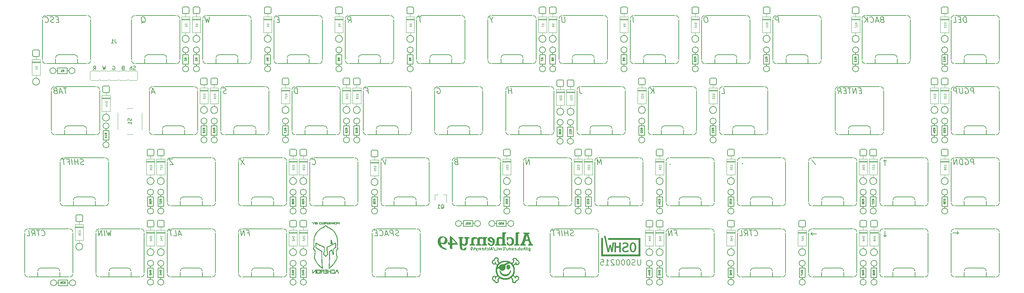
<source format=gbr>
G04 #@! TF.GenerationSoftware,KiCad,Pcbnew,(5.1.6)-1*
G04 #@! TF.CreationDate,2020-07-14T13:57:01-07:00*
G04 #@! TF.ProjectId,Alchemy49,416c6368-656d-4793-9439-2e6b69636164,rev?*
G04 #@! TF.SameCoordinates,Original*
G04 #@! TF.FileFunction,Legend,Bot*
G04 #@! TF.FilePolarity,Positive*
%FSLAX46Y46*%
G04 Gerber Fmt 4.6, Leading zero omitted, Abs format (unit mm)*
G04 Created by KiCad (PCBNEW (5.1.6)-1) date 2020-07-14 13:57:01*
%MOMM*%
%LPD*%
G01*
G04 APERTURE LIST*
%ADD10C,0.150000*%
%ADD11C,0.020000*%
%ADD12C,0.010000*%
%ADD13C,0.002540*%
%ADD14C,0.127000*%
%ADD15C,0.120000*%
%ADD16C,0.200000*%
%ADD17C,0.076200*%
G04 APERTURE END LIST*
D10*
X152189285Y-78739285D02*
X152189285Y-79346428D01*
X152225000Y-79417857D01*
X152260714Y-79453571D01*
X152332142Y-79489285D01*
X152439285Y-79489285D01*
X152510714Y-79453571D01*
X152189285Y-79203571D02*
X152260714Y-79239285D01*
X152403571Y-79239285D01*
X152475000Y-79203571D01*
X152510714Y-79167857D01*
X152546428Y-79096428D01*
X152546428Y-78882142D01*
X152510714Y-78810714D01*
X152475000Y-78775000D01*
X152403571Y-78739285D01*
X152260714Y-78739285D01*
X152189285Y-78775000D01*
X151832142Y-79239285D02*
X151832142Y-78739285D01*
X151832142Y-78489285D02*
X151867857Y-78525000D01*
X151832142Y-78560714D01*
X151796428Y-78525000D01*
X151832142Y-78489285D01*
X151832142Y-78560714D01*
X151582142Y-78739285D02*
X151296428Y-78739285D01*
X151475000Y-78489285D02*
X151475000Y-79132142D01*
X151439285Y-79203571D01*
X151367857Y-79239285D01*
X151296428Y-79239285D01*
X151046428Y-79239285D02*
X151046428Y-78489285D01*
X150725000Y-79239285D02*
X150725000Y-78846428D01*
X150760714Y-78775000D01*
X150832142Y-78739285D01*
X150939285Y-78739285D01*
X151010714Y-78775000D01*
X151046428Y-78810714D01*
X150046428Y-78739285D02*
X150046428Y-79239285D01*
X150367857Y-78739285D02*
X150367857Y-79132142D01*
X150332142Y-79203571D01*
X150260714Y-79239285D01*
X150153571Y-79239285D01*
X150082142Y-79203571D01*
X150046428Y-79167857D01*
X149689285Y-79239285D02*
X149689285Y-78489285D01*
X149689285Y-78775000D02*
X149617857Y-78739285D01*
X149475000Y-78739285D01*
X149403571Y-78775000D01*
X149367857Y-78810714D01*
X149332142Y-78882142D01*
X149332142Y-79096428D01*
X149367857Y-79167857D01*
X149403571Y-79203571D01*
X149475000Y-79239285D01*
X149617857Y-79239285D01*
X149689285Y-79203571D01*
X149010714Y-79167857D02*
X148975000Y-79203571D01*
X149010714Y-79239285D01*
X149046428Y-79203571D01*
X149010714Y-79167857D01*
X149010714Y-79239285D01*
X148332142Y-79203571D02*
X148403571Y-79239285D01*
X148546428Y-79239285D01*
X148617857Y-79203571D01*
X148653571Y-79167857D01*
X148689285Y-79096428D01*
X148689285Y-78882142D01*
X148653571Y-78810714D01*
X148617857Y-78775000D01*
X148546428Y-78739285D01*
X148403571Y-78739285D01*
X148332142Y-78775000D01*
X147903571Y-79239285D02*
X147975000Y-79203571D01*
X148010714Y-79167857D01*
X148046428Y-79096428D01*
X148046428Y-78882142D01*
X148010714Y-78810714D01*
X147975000Y-78775000D01*
X147903571Y-78739285D01*
X147796428Y-78739285D01*
X147725000Y-78775000D01*
X147689285Y-78810714D01*
X147653571Y-78882142D01*
X147653571Y-79096428D01*
X147689285Y-79167857D01*
X147725000Y-79203571D01*
X147796428Y-79239285D01*
X147903571Y-79239285D01*
X147332142Y-79239285D02*
X147332142Y-78739285D01*
X147332142Y-78810714D02*
X147296428Y-78775000D01*
X147225000Y-78739285D01*
X147117857Y-78739285D01*
X147046428Y-78775000D01*
X147010714Y-78846428D01*
X147010714Y-79239285D01*
X147010714Y-78846428D02*
X146975000Y-78775000D01*
X146903571Y-78739285D01*
X146796428Y-78739285D01*
X146725000Y-78775000D01*
X146689285Y-78846428D01*
X146689285Y-79239285D01*
X145796428Y-78453571D02*
X146439285Y-79417857D01*
X145546428Y-78846428D02*
X145296428Y-78846428D01*
X145189285Y-79239285D02*
X145546428Y-79239285D01*
X145546428Y-78489285D01*
X145189285Y-78489285D01*
X144939285Y-78739285D02*
X144760714Y-79239285D01*
X144582142Y-78739285D01*
X144367857Y-78739285D02*
X144189285Y-79239285D01*
X144010714Y-78739285D01*
X143367857Y-79239285D02*
X143725000Y-79239285D01*
X143725000Y-78489285D01*
X142582142Y-78453571D02*
X143225000Y-79417857D01*
X142367857Y-79025000D02*
X142010714Y-79025000D01*
X142439285Y-79239285D02*
X142189285Y-78489285D01*
X141939285Y-79239285D01*
X141582142Y-79239285D02*
X141653571Y-79203571D01*
X141689285Y-79132142D01*
X141689285Y-78489285D01*
X140975000Y-79203571D02*
X141046428Y-79239285D01*
X141189285Y-79239285D01*
X141260714Y-79203571D01*
X141296428Y-79167857D01*
X141332142Y-79096428D01*
X141332142Y-78882142D01*
X141296428Y-78810714D01*
X141260714Y-78775000D01*
X141189285Y-78739285D01*
X141046428Y-78739285D01*
X140975000Y-78775000D01*
X140653571Y-79239285D02*
X140653571Y-78489285D01*
X140332142Y-79239285D02*
X140332142Y-78846428D01*
X140367857Y-78775000D01*
X140439285Y-78739285D01*
X140546428Y-78739285D01*
X140617857Y-78775000D01*
X140653571Y-78810714D01*
X139689285Y-79203571D02*
X139760714Y-79239285D01*
X139903571Y-79239285D01*
X139975000Y-79203571D01*
X140010714Y-79132142D01*
X140010714Y-78846428D01*
X139975000Y-78775000D01*
X139903571Y-78739285D01*
X139760714Y-78739285D01*
X139689285Y-78775000D01*
X139653571Y-78846428D01*
X139653571Y-78917857D01*
X140010714Y-78989285D01*
X139332142Y-79239285D02*
X139332142Y-78739285D01*
X139332142Y-78810714D02*
X139296428Y-78775000D01*
X139225000Y-78739285D01*
X139117857Y-78739285D01*
X139046428Y-78775000D01*
X139010714Y-78846428D01*
X139010714Y-79239285D01*
X139010714Y-78846428D02*
X138975000Y-78775000D01*
X138903571Y-78739285D01*
X138796428Y-78739285D01*
X138725000Y-78775000D01*
X138689285Y-78846428D01*
X138689285Y-79239285D01*
X138403571Y-78739285D02*
X138225000Y-79239285D01*
X138046428Y-78739285D02*
X138225000Y-79239285D01*
X138296428Y-79417857D01*
X138332142Y-79453571D01*
X138403571Y-79489285D01*
X137439285Y-78739285D02*
X137439285Y-79239285D01*
X137617857Y-78453571D02*
X137796428Y-78989285D01*
X137332142Y-78989285D01*
X137010714Y-79239285D02*
X136867857Y-79239285D01*
X136796428Y-79203571D01*
X136760714Y-79167857D01*
X136689285Y-79060714D01*
X136653571Y-78917857D01*
X136653571Y-78632142D01*
X136689285Y-78560714D01*
X136725000Y-78525000D01*
X136796428Y-78489285D01*
X136939285Y-78489285D01*
X137010714Y-78525000D01*
X137046428Y-78560714D01*
X137082142Y-78632142D01*
X137082142Y-78810714D01*
X137046428Y-78882142D01*
X137010714Y-78917857D01*
X136939285Y-78953571D01*
X136796428Y-78953571D01*
X136725000Y-78917857D01*
X136689285Y-78882142D01*
X136653571Y-78810714D01*
X46988095Y-30904761D02*
X46845238Y-30952380D01*
X46607142Y-30952380D01*
X46511904Y-30904761D01*
X46464285Y-30857142D01*
X46416666Y-30761904D01*
X46416666Y-30666666D01*
X46464285Y-30571428D01*
X46511904Y-30523809D01*
X46607142Y-30476190D01*
X46797619Y-30428571D01*
X46892857Y-30380952D01*
X46940476Y-30333333D01*
X46988095Y-30238095D01*
X46988095Y-30142857D01*
X46940476Y-30047619D01*
X46892857Y-30000000D01*
X46797619Y-29952380D01*
X46559523Y-29952380D01*
X46416666Y-30000000D01*
X45988095Y-30952380D02*
X45988095Y-29952380D01*
X45559523Y-30952380D02*
X45559523Y-30428571D01*
X45607142Y-30333333D01*
X45702380Y-30285714D01*
X45845238Y-30285714D01*
X45940476Y-30333333D01*
X45988095Y-30380952D01*
X39078571Y-29902380D02*
X38840476Y-30902380D01*
X38650000Y-30188095D01*
X38459523Y-30902380D01*
X38221428Y-29902380D01*
X40938095Y-30000000D02*
X41033333Y-29952380D01*
X41176190Y-29952380D01*
X41319047Y-30000000D01*
X41414285Y-30095238D01*
X41461904Y-30190476D01*
X41509523Y-30380952D01*
X41509523Y-30523809D01*
X41461904Y-30714285D01*
X41414285Y-30809523D01*
X41319047Y-30904761D01*
X41176190Y-30952380D01*
X41080952Y-30952380D01*
X40938095Y-30904761D01*
X40890476Y-30857142D01*
X40890476Y-30523809D01*
X41080952Y-30523809D01*
X43628571Y-30428571D02*
X43485714Y-30476190D01*
X43438095Y-30523809D01*
X43390476Y-30619047D01*
X43390476Y-30761904D01*
X43438095Y-30857142D01*
X43485714Y-30904761D01*
X43580952Y-30952380D01*
X43961904Y-30952380D01*
X43961904Y-29952380D01*
X43628571Y-29952380D01*
X43533333Y-30000000D01*
X43485714Y-30047619D01*
X43438095Y-30142857D01*
X43438095Y-30238095D01*
X43485714Y-30333333D01*
X43533333Y-30380952D01*
X43628571Y-30428571D01*
X43961904Y-30428571D01*
X35790476Y-30952380D02*
X36123809Y-30476190D01*
X36361904Y-30952380D02*
X36361904Y-29952380D01*
X35980952Y-29952380D01*
X35885714Y-30000000D01*
X35838095Y-30047619D01*
X35790476Y-30142857D01*
X35790476Y-30285714D01*
X35838095Y-30380952D01*
X35885714Y-30428571D01*
X35980952Y-30476190D01*
X36361904Y-30476190D01*
D11*
G36*
X97797229Y-72474932D02*
G01*
X97797013Y-72476298D01*
X97795905Y-72479824D01*
X97792903Y-72486775D01*
X97788489Y-72496083D01*
X97784081Y-72504870D01*
X97762890Y-72542242D01*
X97737087Y-72580942D01*
X97706893Y-72620735D01*
X97672530Y-72661388D01*
X97634219Y-72702668D01*
X97592182Y-72744340D01*
X97546640Y-72786171D01*
X97497814Y-72827927D01*
X97445927Y-72869375D01*
X97419860Y-72889195D01*
X97398970Y-72904752D01*
X97381498Y-72917559D01*
X97366858Y-72927992D01*
X97354466Y-72936429D01*
X97343737Y-72943247D01*
X97334086Y-72948822D01*
X97324927Y-72953532D01*
X97315676Y-72957753D01*
X97309382Y-72960395D01*
X97299532Y-72964496D01*
X97286035Y-72970221D01*
X97269886Y-72977143D01*
X97252084Y-72984832D01*
X97233626Y-72992859D01*
X97220490Y-72998607D01*
X97074868Y-73064741D01*
X96933626Y-73133407D01*
X96796729Y-73204631D01*
X96664138Y-73278438D01*
X96535817Y-73354854D01*
X96411728Y-73433904D01*
X96291835Y-73515616D01*
X96176100Y-73600013D01*
X96064486Y-73687123D01*
X95956956Y-73776971D01*
X95853472Y-73869582D01*
X95753998Y-73964982D01*
X95658496Y-74063198D01*
X95612030Y-74113583D01*
X95521439Y-74217341D01*
X95434945Y-74324100D01*
X95352550Y-74433858D01*
X95274256Y-74546608D01*
X95200066Y-74662348D01*
X95129981Y-74781072D01*
X95064004Y-74902777D01*
X95002137Y-75027458D01*
X94944383Y-75155111D01*
X94890743Y-75285731D01*
X94841220Y-75419315D01*
X94795817Y-75555857D01*
X94754535Y-75695354D01*
X94727734Y-75796165D01*
X94698432Y-75918070D01*
X94672132Y-76041063D01*
X94648780Y-76165543D01*
X94628323Y-76291909D01*
X94610708Y-76420559D01*
X94595881Y-76551894D01*
X94583789Y-76686310D01*
X94574380Y-76824208D01*
X94567598Y-76965986D01*
X94566208Y-77005084D01*
X94565669Y-77025260D01*
X94565230Y-77049676D01*
X94564889Y-77077753D01*
X94564642Y-77108909D01*
X94564487Y-77142565D01*
X94564420Y-77178138D01*
X94564440Y-77215049D01*
X94564543Y-77252718D01*
X94564726Y-77290562D01*
X94564987Y-77328003D01*
X94565322Y-77364458D01*
X94565729Y-77399349D01*
X94566205Y-77432093D01*
X94566747Y-77462110D01*
X94567352Y-77488820D01*
X94568018Y-77511642D01*
X94568741Y-77529996D01*
X94568780Y-77530812D01*
X94574730Y-77644526D01*
X94581452Y-77754034D01*
X94589020Y-77860159D01*
X94597504Y-77963725D01*
X94606979Y-78065556D01*
X94617514Y-78166476D01*
X94629184Y-78267309D01*
X94642060Y-78368880D01*
X94642665Y-78373450D01*
X94649999Y-78428768D01*
X94616042Y-78470489D01*
X94589461Y-78503677D01*
X94566284Y-78533866D01*
X94546243Y-78561570D01*
X94529070Y-78587305D01*
X94514500Y-78611582D01*
X94502264Y-78634917D01*
X94492097Y-78657823D01*
X94483731Y-78680814D01*
X94476900Y-78704403D01*
X94471335Y-78729105D01*
X94466771Y-78755433D01*
X94466270Y-78758779D01*
X94465117Y-78768224D01*
X94463913Y-78780930D01*
X94462700Y-78796110D01*
X94461518Y-78812982D01*
X94460411Y-78830760D01*
X94459421Y-78848661D01*
X94458587Y-78865901D01*
X94457953Y-78881695D01*
X94457561Y-78895259D01*
X94457451Y-78905809D01*
X94457667Y-78912560D01*
X94457978Y-78914485D01*
X94460726Y-78917117D01*
X94467097Y-78921380D01*
X94476145Y-78926688D01*
X94486921Y-78932454D01*
X94487027Y-78932508D01*
X94535630Y-78960203D01*
X94581793Y-78992241D01*
X94625325Y-79028412D01*
X94666037Y-79068505D01*
X94703737Y-79112309D01*
X94738237Y-79159616D01*
X94769347Y-79210213D01*
X94796875Y-79263890D01*
X94807340Y-79287341D01*
X94826375Y-79335366D01*
X94843157Y-79385233D01*
X94857810Y-79437464D01*
X94870457Y-79492581D01*
X94881221Y-79551104D01*
X94890224Y-79613555D01*
X94895859Y-79662928D01*
X94897227Y-79679770D01*
X94898374Y-79700962D01*
X94899298Y-79725783D01*
X94900001Y-79753509D01*
X94900483Y-79783416D01*
X94900743Y-79814782D01*
X94900781Y-79846883D01*
X94900597Y-79878996D01*
X94900192Y-79910397D01*
X94899566Y-79940364D01*
X94898718Y-79968173D01*
X94897648Y-79993101D01*
X94896357Y-80014425D01*
X94895842Y-80021033D01*
X94888116Y-80102690D01*
X94878628Y-80183613D01*
X94867244Y-80264581D01*
X94853833Y-80346377D01*
X94838260Y-80429781D01*
X94820394Y-80515577D01*
X94800102Y-80604545D01*
X94788900Y-80650890D01*
X94775857Y-80702376D01*
X94761290Y-80757147D01*
X94745605Y-80813786D01*
X94729206Y-80870878D01*
X94712499Y-80927007D01*
X94695888Y-80980759D01*
X94683482Y-81019439D01*
X94678673Y-81034536D01*
X94674477Y-81048415D01*
X94671144Y-81060190D01*
X94668924Y-81068976D01*
X94668067Y-81073889D01*
X94668064Y-81074043D01*
X94668738Y-81082094D01*
X94670643Y-81094460D01*
X94673644Y-81110562D01*
X94677608Y-81129823D01*
X94682401Y-81151664D01*
X94687890Y-81175507D01*
X94693940Y-81200774D01*
X94700418Y-81226888D01*
X94707190Y-81253269D01*
X94714122Y-81279340D01*
X94721081Y-81304522D01*
X94722768Y-81310469D01*
X94752793Y-81409249D01*
X94787049Y-81510141D01*
X94825350Y-81612745D01*
X94867511Y-81716663D01*
X94913347Y-81821496D01*
X94962673Y-81926843D01*
X95015304Y-82032306D01*
X95071056Y-82137485D01*
X95129742Y-82241981D01*
X95191178Y-82345395D01*
X95235141Y-82416013D01*
X95319798Y-82545430D01*
X95408103Y-82672535D01*
X95500250Y-82797569D01*
X95596434Y-82920774D01*
X95696851Y-83042391D01*
X95801695Y-83162662D01*
X95911161Y-83281829D01*
X96025444Y-83400134D01*
X96045850Y-83420663D01*
X96139845Y-83513191D01*
X96233820Y-83602349D01*
X96328686Y-83688945D01*
X96425355Y-83773787D01*
X96524738Y-83857682D01*
X96627746Y-83941440D01*
X96678255Y-83981447D01*
X96700952Y-83999187D01*
X96724631Y-84017521D01*
X96748959Y-84036205D01*
X96773605Y-84054993D01*
X96798237Y-84073642D01*
X96822525Y-84091905D01*
X96846135Y-84109540D01*
X96868738Y-84126300D01*
X96890000Y-84141941D01*
X96909592Y-84156218D01*
X96927181Y-84168887D01*
X96942435Y-84179702D01*
X96955024Y-84188419D01*
X96964616Y-84194794D01*
X96970879Y-84198580D01*
X96973482Y-84199535D01*
X96973527Y-84199469D01*
X96973508Y-84196582D01*
X96973183Y-84189062D01*
X96972579Y-84177346D01*
X96971720Y-84161868D01*
X96970632Y-84143065D01*
X96969339Y-84121373D01*
X96967869Y-84097228D01*
X96966245Y-84071065D01*
X96964493Y-84043321D01*
X96964113Y-84037366D01*
X96955384Y-83899794D01*
X96947077Y-83766848D01*
X96939165Y-83638095D01*
X96931625Y-83513103D01*
X96924433Y-83391439D01*
X96917563Y-83272668D01*
X96910991Y-83156359D01*
X96904693Y-83042077D01*
X96898644Y-82929390D01*
X96892820Y-82817864D01*
X96887196Y-82707066D01*
X96881748Y-82596564D01*
X96876452Y-82485924D01*
X96876449Y-82485856D01*
X96871579Y-82381144D01*
X96867012Y-82279796D01*
X96862724Y-82181130D01*
X96858691Y-82084461D01*
X96854887Y-81989106D01*
X96851289Y-81894379D01*
X96847871Y-81799598D01*
X96844610Y-81704078D01*
X96841481Y-81607135D01*
X96838459Y-81508086D01*
X96835521Y-81406245D01*
X96832642Y-81300930D01*
X96829797Y-81191456D01*
X96828816Y-81152489D01*
X96828335Y-81130222D01*
X96827892Y-81103702D01*
X96827487Y-81073295D01*
X96827120Y-81039370D01*
X96826792Y-81002295D01*
X96826501Y-80962437D01*
X96826248Y-80920165D01*
X96826033Y-80875845D01*
X96825856Y-80829846D01*
X96825717Y-80782535D01*
X96825615Y-80734281D01*
X96825552Y-80685451D01*
X96825527Y-80636412D01*
X96825540Y-80587533D01*
X96825590Y-80539182D01*
X96825679Y-80491725D01*
X96825805Y-80445532D01*
X96825969Y-80400969D01*
X96826171Y-80358404D01*
X96826411Y-80318206D01*
X96826689Y-80280742D01*
X96827005Y-80246379D01*
X96827359Y-80215486D01*
X96827750Y-80188430D01*
X96828180Y-80165580D01*
X96828647Y-80147302D01*
X96828833Y-80141670D01*
X96831595Y-80069136D01*
X96834522Y-80001384D01*
X96837633Y-79938119D01*
X96840950Y-79879048D01*
X96844491Y-79823875D01*
X96848277Y-79772304D01*
X96852327Y-79724043D01*
X96856661Y-79678794D01*
X96861300Y-79636264D01*
X96864853Y-79607054D01*
X96867271Y-79587320D01*
X96868903Y-79572189D01*
X96869780Y-79561251D01*
X96869931Y-79554095D01*
X96869385Y-79550310D01*
X96868997Y-79549666D01*
X96866575Y-79547981D01*
X96860131Y-79543690D01*
X96849905Y-79536949D01*
X96836136Y-79527914D01*
X96819065Y-79516742D01*
X96798932Y-79503589D01*
X96775976Y-79488612D01*
X96750439Y-79471968D01*
X96722558Y-79453812D01*
X96692576Y-79434301D01*
X96660731Y-79413592D01*
X96627264Y-79391841D01*
X96592414Y-79369205D01*
X96557617Y-79346616D01*
X96516546Y-79319960D01*
X96473371Y-79291936D01*
X96428632Y-79262895D01*
X96382869Y-79233188D01*
X96336623Y-79203165D01*
X96290434Y-79173177D01*
X96244841Y-79143576D01*
X96200387Y-79114711D01*
X96157610Y-79086934D01*
X96117052Y-79060596D01*
X96079252Y-79036047D01*
X96044751Y-79013639D01*
X96020460Y-78997860D01*
X95960284Y-78958768D01*
X95904191Y-78922329D01*
X95852003Y-78888428D01*
X95803545Y-78856949D01*
X95758638Y-78827778D01*
X95717106Y-78800801D01*
X95678772Y-78775902D01*
X95643460Y-78752966D01*
X95610991Y-78731879D01*
X95581191Y-78712525D01*
X95553881Y-78694791D01*
X95528884Y-78678561D01*
X95506025Y-78663720D01*
X95485125Y-78650153D01*
X95466008Y-78637746D01*
X95448498Y-78626383D01*
X95432416Y-78615951D01*
X95417587Y-78606334D01*
X95403834Y-78597417D01*
X95390979Y-78589085D01*
X95378846Y-78581224D01*
X95367257Y-78573718D01*
X95356037Y-78566453D01*
X95345007Y-78559315D01*
X95333992Y-78552188D01*
X95330000Y-78549605D01*
X95231301Y-78485756D01*
X95232852Y-78282576D01*
X95233066Y-78253403D01*
X95233301Y-78219730D01*
X95233551Y-78182136D01*
X95233814Y-78141200D01*
X95234086Y-78097503D01*
X95234364Y-78051622D01*
X95234644Y-78004139D01*
X95234923Y-77955631D01*
X95235197Y-77906678D01*
X95235464Y-77857860D01*
X95235719Y-77809755D01*
X95235959Y-77762944D01*
X95236081Y-77738320D01*
X95236336Y-77688290D01*
X95236584Y-77643122D01*
X95236828Y-77602595D01*
X95237073Y-77566492D01*
X95237321Y-77534593D01*
X95237575Y-77506680D01*
X95237839Y-77482533D01*
X95238115Y-77461935D01*
X95238407Y-77444667D01*
X95238718Y-77430509D01*
X95239051Y-77419244D01*
X95239410Y-77410651D01*
X95239796Y-77404514D01*
X95240215Y-77400612D01*
X95240667Y-77398726D01*
X95240987Y-77398481D01*
X95243916Y-77400183D01*
X95250453Y-77404317D01*
X95259987Y-77410485D01*
X95271907Y-77418291D01*
X95285603Y-77427336D01*
X95297091Y-77434974D01*
X95427616Y-77520050D01*
X95562654Y-77604290D01*
X95701667Y-77687412D01*
X95844118Y-77769136D01*
X95989472Y-77849181D01*
X96137190Y-77927268D01*
X96286737Y-78003114D01*
X96437575Y-78076439D01*
X96589168Y-78146964D01*
X96740979Y-78214406D01*
X96892471Y-78278485D01*
X96972865Y-78311155D01*
X97007751Y-78325017D01*
X97043928Y-78339189D01*
X97080582Y-78353362D01*
X97116898Y-78367229D01*
X97152063Y-78380481D01*
X97185261Y-78392809D01*
X97215679Y-78403906D01*
X97242501Y-78413463D01*
X97250726Y-78416331D01*
X97266274Y-78421838D01*
X97277917Y-78426319D01*
X97286611Y-78430231D01*
X97293309Y-78434029D01*
X97298968Y-78438168D01*
X97302060Y-78440825D01*
X97319158Y-78459319D01*
X97334485Y-78482547D01*
X97348038Y-78510483D01*
X97359816Y-78543099D01*
X97369813Y-78580367D01*
X97378029Y-78622261D01*
X97384459Y-78668753D01*
X97389101Y-78719816D01*
X97391952Y-78775422D01*
X97393008Y-78835543D01*
X97392267Y-78900154D01*
X97389726Y-78969225D01*
X97385382Y-79042731D01*
X97379232Y-79120642D01*
X97377859Y-79135931D01*
X97370850Y-79206018D01*
X97362257Y-79280482D01*
X97352153Y-79358897D01*
X97340610Y-79440837D01*
X97327702Y-79525877D01*
X97313499Y-79613592D01*
X97298076Y-79703556D01*
X97281504Y-79795343D01*
X97263856Y-79888529D01*
X97245205Y-79982687D01*
X97225623Y-80077393D01*
X97205182Y-80172220D01*
X97188606Y-80246362D01*
X97174054Y-80310418D01*
X97184223Y-80323824D01*
X97193037Y-80334899D01*
X97205397Y-80349560D01*
X97221279Y-80367783D01*
X97240659Y-80389541D01*
X97263513Y-80414807D01*
X97289817Y-80443557D01*
X97319547Y-80475764D01*
X97352678Y-80511402D01*
X97389188Y-80550445D01*
X97429052Y-80592867D01*
X97472245Y-80638642D01*
X97518744Y-80687743D01*
X97560785Y-80732007D01*
X97599540Y-80772738D01*
X97634828Y-80809778D01*
X97666662Y-80843137D01*
X97695050Y-80872828D01*
X97720006Y-80898861D01*
X97741538Y-80921248D01*
X97759659Y-80940000D01*
X97774379Y-80955129D01*
X97785710Y-80966646D01*
X97793661Y-80974562D01*
X97798245Y-80978888D01*
X97799460Y-80979787D01*
X97801723Y-80977941D01*
X97807431Y-80972428D01*
X97816554Y-80963281D01*
X97829057Y-80950532D01*
X97844909Y-80934216D01*
X97864077Y-80914367D01*
X97886529Y-80891018D01*
X97912232Y-80864203D01*
X97941155Y-80833955D01*
X97973264Y-80800308D01*
X98008527Y-80763296D01*
X98038289Y-80732020D01*
X98086846Y-80680891D01*
X98132281Y-80632893D01*
X98174557Y-80588068D01*
X98213636Y-80546456D01*
X98249481Y-80508096D01*
X98282054Y-80473031D01*
X98311319Y-80441300D01*
X98337236Y-80412944D01*
X98359771Y-80388003D01*
X98378884Y-80366518D01*
X98394538Y-80348529D01*
X98406697Y-80334077D01*
X98414851Y-80323824D01*
X98425051Y-80310418D01*
X98410499Y-80246362D01*
X98389436Y-80151737D01*
X98369175Y-80056900D01*
X98349788Y-79962276D01*
X98331347Y-79868292D01*
X98313926Y-79775373D01*
X98297596Y-79683943D01*
X98282430Y-79594429D01*
X98268501Y-79507257D01*
X98255882Y-79422850D01*
X98244644Y-79341636D01*
X98234860Y-79264039D01*
X98226603Y-79190485D01*
X98221246Y-79135931D01*
X98215282Y-79064127D01*
X98210794Y-78995461D01*
X98207783Y-78930181D01*
X98206254Y-78868531D01*
X98206209Y-78810757D01*
X98207652Y-78757107D01*
X98210587Y-78707826D01*
X98214860Y-78664438D01*
X98221310Y-78620382D01*
X98229506Y-78580187D01*
X98239387Y-78544021D01*
X98250890Y-78512053D01*
X98263955Y-78484454D01*
X98278520Y-78461392D01*
X98294522Y-78443036D01*
X98296026Y-78441625D01*
X98299899Y-78438037D01*
X98303180Y-78435168D01*
X98306527Y-78432727D01*
X98310600Y-78430420D01*
X98316057Y-78427954D01*
X98323558Y-78425036D01*
X98333761Y-78421374D01*
X98347326Y-78416674D01*
X98364912Y-78410643D01*
X98368456Y-78409427D01*
X98437893Y-78384921D01*
X98511013Y-78357813D01*
X98587282Y-78328332D01*
X98666166Y-78296707D01*
X98747131Y-78263166D01*
X98829643Y-78227940D01*
X98913168Y-78191256D01*
X98997171Y-78153345D01*
X99081119Y-78114435D01*
X99164477Y-78074755D01*
X99246711Y-78034534D01*
X99271335Y-78022269D01*
X99360226Y-77977807D01*
X99359782Y-77930591D01*
X99359375Y-77911657D01*
X99358469Y-77887789D01*
X99357074Y-77859107D01*
X99355199Y-77825730D01*
X99352851Y-77787779D01*
X99350042Y-77745374D01*
X99346779Y-77698634D01*
X99343072Y-77647680D01*
X99338931Y-77592630D01*
X99334363Y-77533607D01*
X99329378Y-77470728D01*
X99323985Y-77404114D01*
X99318194Y-77333886D01*
X99312013Y-77260162D01*
X99305451Y-77183064D01*
X99298518Y-77102710D01*
X99291223Y-77019221D01*
X99287738Y-76979687D01*
X99285165Y-76950587D01*
X99282502Y-76920502D01*
X99279790Y-76889900D01*
X99277072Y-76859248D01*
X99274389Y-76829016D01*
X99271783Y-76799671D01*
X99269295Y-76771682D01*
X99266967Y-76745517D01*
X99264840Y-76721644D01*
X99262957Y-76700531D01*
X99261358Y-76682647D01*
X99260086Y-76668459D01*
X99259183Y-76658437D01*
X99258715Y-76653329D01*
X99258431Y-76650234D01*
X99258264Y-76647838D01*
X99258304Y-76646443D01*
X99258640Y-76646347D01*
X99259363Y-76647851D01*
X99260561Y-76651255D01*
X99262324Y-76656859D01*
X99264742Y-76664963D01*
X99267904Y-76675867D01*
X99271899Y-76689871D01*
X99276818Y-76707275D01*
X99282750Y-76728379D01*
X99289785Y-76753483D01*
X99298011Y-76782888D01*
X99307235Y-76815873D01*
X99329625Y-76895708D01*
X99351492Y-76973180D01*
X99372797Y-77048165D01*
X99393501Y-77120539D01*
X99413567Y-77190176D01*
X99432956Y-77256953D01*
X99451631Y-77320743D01*
X99469552Y-77381423D01*
X99486682Y-77438868D01*
X99502983Y-77492952D01*
X99518417Y-77543552D01*
X99532945Y-77590543D01*
X99546530Y-77633799D01*
X99559132Y-77673196D01*
X99570715Y-77708610D01*
X99581239Y-77739915D01*
X99590668Y-77766988D01*
X99598961Y-77789702D01*
X99606083Y-77807934D01*
X99611993Y-77821558D01*
X99616655Y-77830451D01*
X99618241Y-77832757D01*
X99623369Y-77839277D01*
X99636563Y-77831997D01*
X99642015Y-77829008D01*
X99651278Y-77823948D01*
X99663701Y-77817175D01*
X99678632Y-77809042D01*
X99695419Y-77799905D01*
X99713411Y-77790118D01*
X99723410Y-77784682D01*
X99803103Y-77740825D01*
X99879618Y-77697579D01*
X99954047Y-77654286D01*
X100027481Y-77610290D01*
X100101009Y-77564935D01*
X100175724Y-77517566D01*
X100252715Y-77467525D01*
X100274723Y-77453015D01*
X100293175Y-77440836D01*
X100310290Y-77429580D01*
X100325609Y-77419546D01*
X100338674Y-77411033D01*
X100349024Y-77404339D01*
X100356201Y-77399764D01*
X100359746Y-77397606D01*
X100360035Y-77397475D01*
X100360205Y-77399966D01*
X100360394Y-77407243D01*
X100360598Y-77419012D01*
X100360816Y-77434980D01*
X100361043Y-77454854D01*
X100361278Y-77478341D01*
X100361519Y-77505145D01*
X100361762Y-77534976D01*
X100362005Y-77567537D01*
X100362246Y-77602538D01*
X100362482Y-77639683D01*
X100362710Y-77678679D01*
X100362928Y-77719234D01*
X100363024Y-77738436D01*
X100363254Y-77784298D01*
X100363500Y-77831769D01*
X100363759Y-77880268D01*
X100364026Y-77929217D01*
X100364300Y-77978035D01*
X100364575Y-78026143D01*
X100364850Y-78072962D01*
X100365121Y-78117911D01*
X100365383Y-78160412D01*
X100365635Y-78199885D01*
X100365872Y-78235751D01*
X100366091Y-78267429D01*
X100366200Y-78282576D01*
X100367698Y-78485756D01*
X100089365Y-78670938D01*
X99811031Y-78856120D01*
X99811034Y-78880467D01*
X99811071Y-78885051D01*
X99811178Y-78894501D01*
X99811354Y-78908603D01*
X99811593Y-78927145D01*
X99811895Y-78949912D01*
X99812256Y-78976693D01*
X99812672Y-79007273D01*
X99813142Y-79041440D01*
X99813661Y-79078980D01*
X99814227Y-79119680D01*
X99814838Y-79163327D01*
X99815489Y-79209708D01*
X99816178Y-79258609D01*
X99816903Y-79309817D01*
X99817660Y-79363120D01*
X99818446Y-79418303D01*
X99819258Y-79475154D01*
X99820093Y-79533459D01*
X99820948Y-79593005D01*
X99821220Y-79611895D01*
X99822076Y-79671482D01*
X99822907Y-79729741D01*
X99823711Y-79786469D01*
X99824486Y-79841461D01*
X99825228Y-79894513D01*
X99825935Y-79945421D01*
X99826605Y-79993981D01*
X99827234Y-80039990D01*
X99827819Y-80083242D01*
X99828358Y-80123535D01*
X99828849Y-80160664D01*
X99829288Y-80194424D01*
X99829673Y-80224613D01*
X99830001Y-80251025D01*
X99830270Y-80273458D01*
X99830476Y-80291706D01*
X99830617Y-80305566D01*
X99830690Y-80314833D01*
X99830693Y-80319305D01*
X99830674Y-80319705D01*
X99829991Y-80317342D01*
X99828106Y-80310262D01*
X99825072Y-80298669D01*
X99820941Y-80282768D01*
X99815765Y-80262763D01*
X99809598Y-80238859D01*
X99802491Y-80211261D01*
X99794497Y-80180172D01*
X99785669Y-80145799D01*
X99776059Y-80108346D01*
X99765719Y-80068016D01*
X99754703Y-80025015D01*
X99743062Y-79979548D01*
X99730850Y-79931818D01*
X99718118Y-79882032D01*
X99704920Y-79830392D01*
X99691307Y-79777104D01*
X99677332Y-79722373D01*
X99667612Y-79684289D01*
X99648705Y-79610237D01*
X99631020Y-79541056D01*
X99614542Y-79476688D01*
X99599257Y-79417079D01*
X99585149Y-79362170D01*
X99572205Y-79311905D01*
X99560409Y-79266229D01*
X99549747Y-79225085D01*
X99540204Y-79188415D01*
X99531765Y-79156165D01*
X99524416Y-79128278D01*
X99518142Y-79104696D01*
X99512929Y-79085364D01*
X99508760Y-79070226D01*
X99505623Y-79059224D01*
X99503503Y-79052303D01*
X99502383Y-79049405D01*
X99502253Y-79049305D01*
X99499753Y-79050819D01*
X99493254Y-79054930D01*
X99483017Y-79061470D01*
X99469303Y-79070270D01*
X99452373Y-79081160D01*
X99432486Y-79093972D01*
X99409904Y-79108538D01*
X99384887Y-79124688D01*
X99357696Y-79142254D01*
X99328590Y-79161067D01*
X99297831Y-79180957D01*
X99265680Y-79201757D01*
X99232396Y-79223297D01*
X99198241Y-79245408D01*
X99163474Y-79267922D01*
X99128357Y-79290670D01*
X99093149Y-79313483D01*
X99058113Y-79336193D01*
X99023507Y-79358629D01*
X98989593Y-79380625D01*
X98956631Y-79402010D01*
X98924881Y-79422616D01*
X98894605Y-79442274D01*
X98866063Y-79460815D01*
X98839515Y-79478071D01*
X98815222Y-79493873D01*
X98793444Y-79508051D01*
X98774443Y-79520437D01*
X98758478Y-79530863D01*
X98745810Y-79539159D01*
X98736699Y-79545157D01*
X98731407Y-79548687D01*
X98730108Y-79549606D01*
X98729302Y-79552218D01*
X98729180Y-79558022D01*
X98729771Y-79567433D01*
X98731105Y-79580866D01*
X98733211Y-79598734D01*
X98734256Y-79607054D01*
X98739757Y-79653264D01*
X98744833Y-79702213D01*
X98749498Y-79754154D01*
X98753769Y-79809336D01*
X98757660Y-79868011D01*
X98761187Y-79930429D01*
X98764363Y-79996841D01*
X98767204Y-80067498D01*
X98769726Y-80142651D01*
X98771943Y-80222550D01*
X98772541Y-80247070D01*
X98772938Y-80267446D01*
X98773282Y-80292482D01*
X98773574Y-80321759D01*
X98773816Y-80354858D01*
X98774008Y-80391360D01*
X98774152Y-80430846D01*
X98774249Y-80472896D01*
X98774299Y-80517093D01*
X98774305Y-80563015D01*
X98774268Y-80610246D01*
X98774188Y-80658364D01*
X98774067Y-80706952D01*
X98773905Y-80755590D01*
X98773705Y-80803859D01*
X98773467Y-80851341D01*
X98773193Y-80897615D01*
X98772883Y-80942264D01*
X98772539Y-80984867D01*
X98772162Y-81025006D01*
X98771753Y-81062261D01*
X98771313Y-81096214D01*
X98770844Y-81126446D01*
X98770347Y-81152537D01*
X98769959Y-81168998D01*
X98768702Y-81217164D01*
X98767562Y-81260695D01*
X98766526Y-81300034D01*
X98765582Y-81335623D01*
X98764719Y-81367904D01*
X98763923Y-81397321D01*
X98763182Y-81424317D01*
X98762485Y-81449333D01*
X98761818Y-81472814D01*
X98761170Y-81495200D01*
X98760529Y-81516935D01*
X98759881Y-81538463D01*
X98759215Y-81560224D01*
X98758518Y-81582662D01*
X98758230Y-81591865D01*
X98752995Y-81750491D01*
X98747114Y-81912995D01*
X98740584Y-82079473D01*
X98733399Y-82250018D01*
X98725555Y-82424722D01*
X98717047Y-82603678D01*
X98707871Y-82786980D01*
X98698021Y-82974722D01*
X98687493Y-83166996D01*
X98676282Y-83363895D01*
X98664384Y-83565513D01*
X98651794Y-83771942D01*
X98638506Y-83983277D01*
X98633740Y-84057651D01*
X98632073Y-84083792D01*
X98630536Y-84108423D01*
X98629155Y-84131075D01*
X98627957Y-84151280D01*
X98626969Y-84168570D01*
X98626218Y-84182476D01*
X98625731Y-84192531D01*
X98625535Y-84198267D01*
X98625568Y-84199440D01*
X98627763Y-84198760D01*
X98633425Y-84195470D01*
X98641936Y-84189975D01*
X98652674Y-84182679D01*
X98665018Y-84173986D01*
X98668212Y-84171692D01*
X98812086Y-84065422D01*
X98952164Y-83956783D01*
X99088377Y-83845854D01*
X99220654Y-83732713D01*
X99348925Y-83617440D01*
X99473122Y-83500112D01*
X99593174Y-83380809D01*
X99709012Y-83259610D01*
X99820565Y-83136592D01*
X99927765Y-83011835D01*
X100030541Y-82885417D01*
X100128823Y-82757417D01*
X100222543Y-82627914D01*
X100311630Y-82496986D01*
X100396014Y-82364712D01*
X100475626Y-82231171D01*
X100550397Y-82096441D01*
X100610458Y-81980313D01*
X100652893Y-81893056D01*
X100693145Y-81805499D01*
X100731059Y-81718059D01*
X100766484Y-81631158D01*
X100799265Y-81545214D01*
X100829251Y-81460646D01*
X100856288Y-81377876D01*
X100880223Y-81297322D01*
X100900902Y-81219403D01*
X100918174Y-81144540D01*
X100922049Y-81125822D01*
X100924980Y-81110880D01*
X100927512Y-81097161D01*
X100929476Y-81085646D01*
X100930703Y-81077319D01*
X100931041Y-81073567D01*
X100930229Y-81067367D01*
X100928070Y-81058260D01*
X100925009Y-81048092D01*
X100924607Y-81046900D01*
X100919575Y-81031816D01*
X100913400Y-81012697D01*
X100906341Y-80990389D01*
X100898657Y-80965739D01*
X100890608Y-80939593D01*
X100882452Y-80912797D01*
X100874448Y-80886199D01*
X100866855Y-80860644D01*
X100859933Y-80836980D01*
X100853940Y-80816053D01*
X100853559Y-80814703D01*
X100820472Y-80691797D01*
X100791246Y-80571742D01*
X100765891Y-80454596D01*
X100744417Y-80340414D01*
X100726834Y-80229254D01*
X100713153Y-80121171D01*
X100703383Y-80016223D01*
X100699697Y-79960162D01*
X100699002Y-79943895D01*
X100698486Y-79923847D01*
X100698142Y-79900774D01*
X100697963Y-79875434D01*
X100697943Y-79848584D01*
X100698074Y-79820979D01*
X100698349Y-79793377D01*
X100698762Y-79766534D01*
X100699305Y-79741207D01*
X100699972Y-79718152D01*
X100700755Y-79698127D01*
X100701648Y-79681887D01*
X100702343Y-79673087D01*
X100709861Y-79605615D01*
X100719227Y-79542437D01*
X100730564Y-79483071D01*
X100743995Y-79427035D01*
X100759642Y-79373847D01*
X100777629Y-79323023D01*
X100798077Y-79274081D01*
X100810471Y-79247680D01*
X100837595Y-79196733D01*
X100867461Y-79149621D01*
X100900575Y-79105619D01*
X100937442Y-79064001D01*
X100941218Y-79060083D01*
X100982595Y-79020812D01*
X101026483Y-78985581D01*
X101072481Y-78954690D01*
X101112078Y-78932508D01*
X101122873Y-78926731D01*
X101131951Y-78921393D01*
X101138363Y-78917084D01*
X101141161Y-78914396D01*
X101141167Y-78914382D01*
X101141608Y-78910333D01*
X101141696Y-78902004D01*
X101141473Y-78890180D01*
X101140979Y-78875647D01*
X101140259Y-78859188D01*
X101139352Y-78841588D01*
X101138634Y-78829289D01*
X101007762Y-78829289D01*
X100981474Y-78847234D01*
X100965912Y-78858068D01*
X100951658Y-78868510D01*
X100938045Y-78879138D01*
X100924404Y-78890532D01*
X100910068Y-78903269D01*
X100894368Y-78917928D01*
X100876636Y-78935087D01*
X100856204Y-78955326D01*
X100853489Y-78958039D01*
X100830064Y-78981735D01*
X100809913Y-79002766D01*
X100792470Y-79021796D01*
X100777170Y-79039485D01*
X100763448Y-79056498D01*
X100750740Y-79073496D01*
X100738479Y-79091143D01*
X100733118Y-79099228D01*
X100705239Y-79145034D01*
X100680159Y-79193139D01*
X100657790Y-79243828D01*
X100638048Y-79297388D01*
X100620846Y-79354106D01*
X100606099Y-79414268D01*
X100593720Y-79478161D01*
X100583625Y-79546070D01*
X100575726Y-79618283D01*
X100574912Y-79627372D01*
X100574186Y-79638609D01*
X100573549Y-79654358D01*
X100573000Y-79674053D01*
X100572540Y-79697126D01*
X100572169Y-79723012D01*
X100571885Y-79751144D01*
X100571690Y-79780955D01*
X100571583Y-79811879D01*
X100571563Y-79843348D01*
X100571631Y-79874798D01*
X100571787Y-79905660D01*
X100572030Y-79935368D01*
X100572361Y-79963356D01*
X100572778Y-79989057D01*
X100573283Y-80011904D01*
X100573874Y-80031332D01*
X100574552Y-80046773D01*
X100575013Y-80054049D01*
X100586376Y-80176390D01*
X100602313Y-80300936D01*
X100622821Y-80427682D01*
X100647900Y-80556622D01*
X100677550Y-80687752D01*
X100711768Y-80821068D01*
X100750554Y-80956564D01*
X100776425Y-81040187D01*
X100791593Y-81087889D01*
X100777424Y-81145587D01*
X100752435Y-81239997D01*
X100723302Y-81336757D01*
X100690176Y-81435506D01*
X100653206Y-81535880D01*
X100612543Y-81637516D01*
X100568337Y-81740054D01*
X100520739Y-81843129D01*
X100469899Y-81946379D01*
X100415967Y-82049443D01*
X100362816Y-82145426D01*
X100285550Y-82276581D01*
X100203489Y-82406869D01*
X100116888Y-82535968D01*
X100026003Y-82663557D01*
X99931088Y-82789313D01*
X99832398Y-82912915D01*
X99730189Y-83034041D01*
X99624716Y-83152369D01*
X99516233Y-83267576D01*
X99404997Y-83379343D01*
X99320807Y-83459881D01*
X99268332Y-83508347D01*
X99212425Y-83558719D01*
X99153976Y-83610233D01*
X99093874Y-83662124D01*
X99033008Y-83713629D01*
X98972267Y-83763983D01*
X98912542Y-83812424D01*
X98882754Y-83836149D01*
X98863549Y-83851314D01*
X98845151Y-83865780D01*
X98827966Y-83879233D01*
X98812401Y-83891358D01*
X98798862Y-83901840D01*
X98787757Y-83910364D01*
X98779492Y-83916615D01*
X98774472Y-83920277D01*
X98773067Y-83921131D01*
X98773100Y-83918589D01*
X98773423Y-83911597D01*
X98774001Y-83900773D01*
X98774799Y-83886735D01*
X98775783Y-83870102D01*
X98776918Y-83851494D01*
X98777428Y-83843295D01*
X98788621Y-83661355D01*
X98799360Y-83480850D01*
X98809633Y-83302041D01*
X98819427Y-83125187D01*
X98828731Y-82950549D01*
X98837532Y-82778387D01*
X98845818Y-82608961D01*
X98853578Y-82442530D01*
X98860798Y-82279355D01*
X98867467Y-82119696D01*
X98873573Y-81963813D01*
X98879103Y-81811965D01*
X98884045Y-81664414D01*
X98888387Y-81521418D01*
X98891655Y-81401385D01*
X98892800Y-81356309D01*
X98893836Y-81314351D01*
X98894768Y-81274990D01*
X98895605Y-81237702D01*
X98896354Y-81201966D01*
X98897021Y-81167260D01*
X98897615Y-81133060D01*
X98898141Y-81098846D01*
X98898607Y-81064095D01*
X98899021Y-81028285D01*
X98899390Y-80990893D01*
X98899720Y-80951398D01*
X98900019Y-80909278D01*
X98900294Y-80864009D01*
X98900553Y-80815071D01*
X98900802Y-80761941D01*
X98900974Y-80722002D01*
X98901242Y-80647090D01*
X98901395Y-80576894D01*
X98901426Y-80511051D01*
X98901330Y-80449199D01*
X98901102Y-80390976D01*
X98900736Y-80336018D01*
X98900226Y-80283964D01*
X98899566Y-80234450D01*
X98898750Y-80187115D01*
X98897774Y-80141596D01*
X98896631Y-80097530D01*
X98895316Y-80054555D01*
X98893823Y-80012309D01*
X98892147Y-79970429D01*
X98890281Y-79928552D01*
X98888220Y-79886317D01*
X98887771Y-79877537D01*
X98885275Y-79832273D01*
X98882413Y-79785857D01*
X98879280Y-79739646D01*
X98875969Y-79694997D01*
X98872575Y-79653270D01*
X98870574Y-79630579D01*
X98870930Y-79629464D01*
X98872296Y-79627782D01*
X98874879Y-79625397D01*
X98878886Y-79622168D01*
X98884524Y-79617957D01*
X98891999Y-79612627D01*
X98901519Y-79606037D01*
X98913290Y-79598050D01*
X98927519Y-79588527D01*
X98944414Y-79577328D01*
X98964180Y-79564316D01*
X98987025Y-79549353D01*
X99013156Y-79532298D01*
X99042779Y-79513014D01*
X99076102Y-79491361D01*
X99113331Y-79467202D01*
X99144348Y-79447090D01*
X99184916Y-79420804D01*
X99221434Y-79397167D01*
X99254102Y-79376055D01*
X99283123Y-79357341D01*
X99308699Y-79340897D01*
X99331032Y-79326596D01*
X99350323Y-79314313D01*
X99366774Y-79303919D01*
X99380588Y-79295290D01*
X99391965Y-79288297D01*
X99401109Y-79282814D01*
X99408220Y-79278714D01*
X99413502Y-79275870D01*
X99417155Y-79274156D01*
X99419381Y-79273445D01*
X99420383Y-79273611D01*
X99420447Y-79273720D01*
X99421235Y-79276566D01*
X99423219Y-79284112D01*
X99426341Y-79296135D01*
X99430544Y-79312412D01*
X99435771Y-79332721D01*
X99441965Y-79356838D01*
X99449069Y-79384540D01*
X99457026Y-79415606D01*
X99465780Y-79449811D01*
X99475272Y-79486933D01*
X99485447Y-79526750D01*
X99496246Y-79569038D01*
X99507614Y-79613574D01*
X99519492Y-79660136D01*
X99531824Y-79708501D01*
X99544554Y-79758445D01*
X99557623Y-79809747D01*
X99562274Y-79828012D01*
X99702295Y-80377867D01*
X99734404Y-80410249D01*
X99766513Y-80442630D01*
X99893646Y-80442630D01*
X99926407Y-80409797D01*
X99959168Y-80376963D01*
X99949899Y-79708192D01*
X99949084Y-79649595D01*
X99948276Y-79591991D01*
X99947479Y-79535610D01*
X99946697Y-79480683D01*
X99945933Y-79427442D01*
X99945191Y-79376116D01*
X99944473Y-79326938D01*
X99943784Y-79280137D01*
X99943127Y-79235945D01*
X99942505Y-79194593D01*
X99941921Y-79156312D01*
X99941380Y-79121332D01*
X99940885Y-79089885D01*
X99940439Y-79062201D01*
X99940046Y-79038511D01*
X99939709Y-79019046D01*
X99939432Y-79004037D01*
X99939217Y-78993716D01*
X99939107Y-78989412D01*
X99937584Y-78939404D01*
X100184791Y-78774427D01*
X100431999Y-78609450D01*
X100494443Y-78546416D01*
X100486977Y-77338236D01*
X100454445Y-77305632D01*
X100421914Y-77273027D01*
X100293879Y-77273027D01*
X100211824Y-77327302D01*
X100121409Y-77386308D01*
X100033509Y-77442025D01*
X99947280Y-77494977D01*
X99861876Y-77545683D01*
X99800872Y-77580838D01*
X99776579Y-77594648D01*
X99756317Y-77606124D01*
X99739714Y-77615462D01*
X99726398Y-77622859D01*
X99715997Y-77628512D01*
X99708137Y-77632616D01*
X99702448Y-77635370D01*
X99698555Y-77636970D01*
X99696088Y-77637611D01*
X99694673Y-77637492D01*
X99694210Y-77637174D01*
X99692470Y-77633681D01*
X99689424Y-77625550D01*
X99685144Y-77613032D01*
X99679705Y-77596378D01*
X99673179Y-77575837D01*
X99665642Y-77551661D01*
X99657166Y-77524099D01*
X99647825Y-77493403D01*
X99637693Y-77459824D01*
X99626844Y-77423610D01*
X99615351Y-77385014D01*
X99603288Y-77344286D01*
X99590728Y-77301676D01*
X99577746Y-77257435D01*
X99564415Y-77211813D01*
X99550808Y-77165060D01*
X99537000Y-77117429D01*
X99523063Y-77069168D01*
X99509073Y-77020528D01*
X99495102Y-76971761D01*
X99481224Y-76923116D01*
X99467512Y-76874844D01*
X99454041Y-76827196D01*
X99440885Y-76780422D01*
X99428116Y-76734773D01*
X99416065Y-76691426D01*
X99388972Y-76593645D01*
X99356857Y-76561264D01*
X99324743Y-76528882D01*
X99197753Y-76528882D01*
X99132919Y-76593572D01*
X99132919Y-76657221D01*
X99132960Y-76671241D01*
X99133106Y-76684387D01*
X99133393Y-76697221D01*
X99133856Y-76710302D01*
X99134531Y-76724192D01*
X99135454Y-76739450D01*
X99136660Y-76756638D01*
X99138184Y-76776316D01*
X99140064Y-76799045D01*
X99142333Y-76825384D01*
X99145028Y-76855895D01*
X99146796Y-76875675D01*
X99151527Y-76928684D01*
X99156284Y-76982449D01*
X99161050Y-77036733D01*
X99165804Y-77091302D01*
X99170527Y-77145919D01*
X99175201Y-77200348D01*
X99179805Y-77254354D01*
X99184322Y-77307700D01*
X99188732Y-77360151D01*
X99193015Y-77411470D01*
X99197153Y-77461423D01*
X99201126Y-77509772D01*
X99204915Y-77556282D01*
X99208501Y-77600718D01*
X99211865Y-77642842D01*
X99214988Y-77682420D01*
X99217850Y-77719216D01*
X99220432Y-77752993D01*
X99222716Y-77783515D01*
X99224682Y-77810548D01*
X99226310Y-77833854D01*
X99227583Y-77853198D01*
X99228480Y-77868344D01*
X99228982Y-77879057D01*
X99229070Y-77885099D01*
X99228895Y-77886412D01*
X99225367Y-77888599D01*
X99217628Y-77892717D01*
X99206080Y-77898576D01*
X99191128Y-77905985D01*
X99173174Y-77914753D01*
X99152622Y-77924689D01*
X99129875Y-77935602D01*
X99105336Y-77947301D01*
X99079408Y-77959596D01*
X99052496Y-77972295D01*
X99025002Y-77985209D01*
X98997329Y-77998145D01*
X98969881Y-78010912D01*
X98943061Y-78023321D01*
X98917273Y-78035180D01*
X98892919Y-78046299D01*
X98870404Y-78056485D01*
X98854817Y-78063466D01*
X98798605Y-78088228D01*
X98741323Y-78112934D01*
X98683530Y-78137361D01*
X98625786Y-78161285D01*
X98568651Y-78184484D01*
X98512685Y-78206737D01*
X98458446Y-78227820D01*
X98406496Y-78247512D01*
X98357392Y-78265588D01*
X98311696Y-78281828D01*
X98269966Y-78296008D01*
X98269277Y-78296236D01*
X98245021Y-78304245D01*
X98197879Y-78351825D01*
X98181121Y-78368915D01*
X98167545Y-78383279D01*
X98156616Y-78395659D01*
X98147801Y-78406793D01*
X98140567Y-78417420D01*
X98134378Y-78428279D01*
X98128703Y-78440110D01*
X98123005Y-78453653D01*
X98121347Y-78457819D01*
X98112409Y-78483838D01*
X98104285Y-78514369D01*
X98097080Y-78548895D01*
X98090894Y-78586898D01*
X98085830Y-78627861D01*
X98083953Y-78647030D01*
X98083033Y-78660145D01*
X98082205Y-78677684D01*
X98081476Y-78698990D01*
X98080850Y-78723409D01*
X98080332Y-78750286D01*
X98079927Y-78778965D01*
X98079642Y-78808791D01*
X98079479Y-78839108D01*
X98079446Y-78869261D01*
X98079547Y-78898595D01*
X98079786Y-78926454D01*
X98080170Y-78952183D01*
X98080704Y-78975127D01*
X98081247Y-78991166D01*
X98085481Y-79072834D01*
X98091789Y-79158510D01*
X98100181Y-79248260D01*
X98110666Y-79342148D01*
X98123252Y-79440242D01*
X98137948Y-79542607D01*
X98154764Y-79649310D01*
X98173708Y-79760415D01*
X98194790Y-79875990D01*
X98217421Y-79993095D01*
X98221255Y-80012260D01*
X98225642Y-80033908D01*
X98230459Y-80057448D01*
X98235580Y-80082286D01*
X98240880Y-80107829D01*
X98246235Y-80133484D01*
X98251521Y-80158659D01*
X98256612Y-80182759D01*
X98261384Y-80205193D01*
X98265712Y-80225367D01*
X98269471Y-80242687D01*
X98272536Y-80256562D01*
X98274784Y-80266398D01*
X98275666Y-80270027D01*
X98275859Y-80272634D01*
X98274901Y-80275824D01*
X98272394Y-80280146D01*
X98267937Y-80286147D01*
X98261134Y-80294377D01*
X98251584Y-80305383D01*
X98242422Y-80315742D01*
X98230730Y-80328791D01*
X98216626Y-80344344D01*
X98200360Y-80362136D01*
X98182180Y-80381903D01*
X98162335Y-80403381D01*
X98141075Y-80426305D01*
X98118649Y-80450411D01*
X98095306Y-80475435D01*
X98071295Y-80501112D01*
X98046866Y-80527178D01*
X98022267Y-80553369D01*
X97997748Y-80579420D01*
X97973558Y-80605068D01*
X97949946Y-80630047D01*
X97927161Y-80654094D01*
X97905453Y-80676944D01*
X97885071Y-80698332D01*
X97866263Y-80717996D01*
X97849280Y-80735669D01*
X97834370Y-80751088D01*
X97821782Y-80763988D01*
X97811766Y-80774106D01*
X97804571Y-80781177D01*
X97800445Y-80784936D01*
X97799574Y-80785496D01*
X97797236Y-80783679D01*
X97791691Y-80778404D01*
X97783188Y-80769934D01*
X97771975Y-80758535D01*
X97758302Y-80744469D01*
X97742418Y-80728002D01*
X97724572Y-80709397D01*
X97705012Y-80688918D01*
X97683987Y-80666829D01*
X97661747Y-80643395D01*
X97638541Y-80618880D01*
X97614617Y-80593547D01*
X97590225Y-80567661D01*
X97565613Y-80541486D01*
X97541031Y-80515285D01*
X97516727Y-80489324D01*
X97492951Y-80463865D01*
X97469951Y-80439174D01*
X97447977Y-80415514D01*
X97427277Y-80393149D01*
X97408100Y-80372344D01*
X97390696Y-80353362D01*
X97375313Y-80336468D01*
X97362200Y-80321925D01*
X97356683Y-80315742D01*
X97344822Y-80302305D01*
X97336005Y-80292053D01*
X97329834Y-80284439D01*
X97325908Y-80278915D01*
X97323831Y-80274932D01*
X97323202Y-80271941D01*
X97323439Y-80270027D01*
X97325153Y-80262814D01*
X97327758Y-80251216D01*
X97331129Y-80235828D01*
X97335141Y-80217242D01*
X97339670Y-80196051D01*
X97344591Y-80172848D01*
X97349778Y-80148227D01*
X97355108Y-80122779D01*
X97360456Y-80097099D01*
X97365696Y-80071778D01*
X97370705Y-80047411D01*
X97375357Y-80024590D01*
X97379528Y-80003908D01*
X97381684Y-79993095D01*
X97404820Y-79873306D01*
X97425816Y-79758043D01*
X97444682Y-79647231D01*
X97461428Y-79540795D01*
X97476064Y-79438659D01*
X97488602Y-79340749D01*
X97499050Y-79246987D01*
X97507420Y-79157300D01*
X97513721Y-79071612D01*
X97517859Y-78992435D01*
X97518508Y-78972884D01*
X97519009Y-78949955D01*
X97519367Y-78924299D01*
X97519587Y-78896566D01*
X97519674Y-78867408D01*
X97519633Y-78837475D01*
X97519468Y-78807419D01*
X97519185Y-78777889D01*
X97518788Y-78749538D01*
X97518283Y-78723015D01*
X97517673Y-78698972D01*
X97516964Y-78678060D01*
X97516162Y-78660929D01*
X97515276Y-78648300D01*
X97510064Y-78600268D01*
X97503544Y-78556920D01*
X97495655Y-78518016D01*
X97486338Y-78483316D01*
X97475536Y-78452581D01*
X97463187Y-78425570D01*
X97457835Y-78415813D01*
X97452915Y-78408641D01*
X97445212Y-78399059D01*
X97435310Y-78387660D01*
X97423794Y-78375039D01*
X97411249Y-78361789D01*
X97398259Y-78348503D01*
X97385411Y-78335775D01*
X97373288Y-78324199D01*
X97362475Y-78314368D01*
X97353557Y-78306877D01*
X97347120Y-78302319D01*
X97345050Y-78301336D01*
X97336941Y-78298614D01*
X97324756Y-78294350D01*
X97309170Y-78288793D01*
X97290861Y-78282191D01*
X97270505Y-78274791D01*
X97248780Y-78266843D01*
X97226362Y-78258595D01*
X97203927Y-78250295D01*
X97182153Y-78242191D01*
X97161717Y-78234531D01*
X97143294Y-78227564D01*
X97127790Y-78221627D01*
X96980316Y-78162996D01*
X96831534Y-78100588D01*
X96682004Y-78034693D01*
X96532287Y-77965601D01*
X96382944Y-77893601D01*
X96234537Y-77818985D01*
X96087625Y-77742040D01*
X95942769Y-77663058D01*
X95800531Y-77582329D01*
X95661472Y-77500142D01*
X95526151Y-77416786D01*
X95395131Y-77332553D01*
X95350654Y-77303091D01*
X95305624Y-77273027D01*
X95177191Y-77273027D01*
X95144651Y-77305641D01*
X95112110Y-77338254D01*
X95108389Y-77942364D01*
X95104669Y-78546474D01*
X95138427Y-78580060D01*
X95172185Y-78613645D01*
X95949348Y-79118270D01*
X96006647Y-79155477D01*
X96062859Y-79191981D01*
X96117832Y-79227684D01*
X96171416Y-79262489D01*
X96223464Y-79296298D01*
X96273823Y-79329015D01*
X96322346Y-79360541D01*
X96368882Y-79390780D01*
X96413281Y-79419633D01*
X96455394Y-79447005D01*
X96495071Y-79472797D01*
X96532163Y-79496912D01*
X96566519Y-79519253D01*
X96597990Y-79539723D01*
X96626426Y-79558224D01*
X96651678Y-79574659D01*
X96673595Y-79588930D01*
X96692029Y-79600940D01*
X96706829Y-79610593D01*
X96717845Y-79617789D01*
X96724929Y-79622434D01*
X96727930Y-79624428D01*
X96728026Y-79624499D01*
X96728354Y-79627483D01*
X96728198Y-79634543D01*
X96727603Y-79644703D01*
X96726616Y-79656986D01*
X96726303Y-79660389D01*
X96721860Y-79711369D01*
X96717775Y-79766466D01*
X96714043Y-79825808D01*
X96710656Y-79889522D01*
X96707610Y-79957734D01*
X96704898Y-80030574D01*
X96702514Y-80108167D01*
X96700453Y-80190642D01*
X96699580Y-80231831D01*
X96699172Y-80256111D01*
X96698820Y-80285032D01*
X96698524Y-80318160D01*
X96698282Y-80355057D01*
X96698093Y-80395287D01*
X96697956Y-80438414D01*
X96697869Y-80484000D01*
X96697833Y-80531609D01*
X96697844Y-80580805D01*
X96697903Y-80631151D01*
X96698007Y-80682211D01*
X96698157Y-80733548D01*
X96698349Y-80784725D01*
X96698585Y-80835306D01*
X96698861Y-80884854D01*
X96699177Y-80932932D01*
X96699531Y-80979105D01*
X96699924Y-81022936D01*
X96700352Y-81063987D01*
X96700816Y-81101823D01*
X96701313Y-81136007D01*
X96701843Y-81166102D01*
X96702198Y-81182966D01*
X96705331Y-81314477D01*
X96708740Y-81444900D01*
X96712444Y-81574685D01*
X96716461Y-81704279D01*
X96720808Y-81834130D01*
X96725504Y-81964688D01*
X96730566Y-82096401D01*
X96736015Y-82229716D01*
X96741866Y-82365082D01*
X96748139Y-82502947D01*
X96754852Y-82643760D01*
X96762022Y-82787969D01*
X96769668Y-82936022D01*
X96777809Y-83088368D01*
X96783765Y-83196985D01*
X96786060Y-83238223D01*
X96788455Y-83280893D01*
X96790930Y-83324655D01*
X96793465Y-83369165D01*
X96796039Y-83414082D01*
X96798632Y-83459063D01*
X96801223Y-83503766D01*
X96803794Y-83547849D01*
X96806323Y-83590969D01*
X96808789Y-83632785D01*
X96811174Y-83672955D01*
X96813457Y-83711135D01*
X96815616Y-83746985D01*
X96817633Y-83780161D01*
X96819487Y-83810322D01*
X96821157Y-83837126D01*
X96822624Y-83860229D01*
X96823866Y-83879291D01*
X96824865Y-83893969D01*
X96825599Y-83903920D01*
X96825605Y-83903985D01*
X96827099Y-83922714D01*
X96804742Y-83905354D01*
X96703811Y-83825919D01*
X96607374Y-83747810D01*
X96515111Y-83670736D01*
X96426700Y-83594404D01*
X96341820Y-83518520D01*
X96260153Y-83442793D01*
X96181376Y-83366930D01*
X96105169Y-83290638D01*
X96031212Y-83213624D01*
X95959184Y-83135596D01*
X95948117Y-83123332D01*
X95838052Y-82997715D01*
X95732888Y-82870998D01*
X95632547Y-82743072D01*
X95536948Y-82613827D01*
X95446012Y-82483154D01*
X95359658Y-82350943D01*
X95277807Y-82217083D01*
X95237004Y-82146800D01*
X95179701Y-82043310D01*
X95125399Y-81939189D01*
X95074251Y-81834804D01*
X95026410Y-81730526D01*
X94982028Y-81626722D01*
X94941260Y-81523761D01*
X94904256Y-81422013D01*
X94871172Y-81321845D01*
X94842158Y-81223626D01*
X94821393Y-81144317D01*
X94807512Y-81087889D01*
X94822729Y-81040187D01*
X94853735Y-80939369D01*
X94882573Y-80838237D01*
X94909126Y-80737318D01*
X94933282Y-80637141D01*
X94954925Y-80538234D01*
X94973942Y-80441124D01*
X94990217Y-80346340D01*
X95003638Y-80254409D01*
X95014089Y-80165859D01*
X95015869Y-80148020D01*
X95018083Y-80124820D01*
X95019997Y-80103992D01*
X95021630Y-80084949D01*
X95023006Y-80067101D01*
X95024147Y-80049861D01*
X95025073Y-80032641D01*
X95025808Y-80014853D01*
X95026372Y-79995908D01*
X95026789Y-79975219D01*
X95027079Y-79952197D01*
X95027266Y-79926255D01*
X95027370Y-79896803D01*
X95027413Y-79863255D01*
X95027420Y-79838171D01*
X95027397Y-79800278D01*
X95027316Y-79766946D01*
X95027156Y-79737657D01*
X95026896Y-79711892D01*
X95026515Y-79689134D01*
X95025993Y-79668863D01*
X95025309Y-79650562D01*
X95024443Y-79633712D01*
X95023374Y-79617795D01*
X95022080Y-79602292D01*
X95020542Y-79586686D01*
X95018739Y-79570458D01*
X95016651Y-79553090D01*
X95015780Y-79546100D01*
X95004546Y-79471567D01*
X94990017Y-79400707D01*
X94972208Y-79333558D01*
X94951134Y-79270160D01*
X94926809Y-79210550D01*
X94899247Y-79154769D01*
X94868465Y-79102855D01*
X94834476Y-79054847D01*
X94825966Y-79044063D01*
X94814537Y-79030482D01*
X94800126Y-79014304D01*
X94783512Y-78996340D01*
X94765478Y-78977401D01*
X94746804Y-78958302D01*
X94728270Y-78939854D01*
X94710659Y-78922869D01*
X94699028Y-78912038D01*
X94673786Y-78889768D01*
X94649332Y-78870010D01*
X94623563Y-78851098D01*
X94611292Y-78842634D01*
X94591365Y-78829113D01*
X94593125Y-78814899D01*
X94595540Y-78800467D01*
X94599443Y-78782924D01*
X94604405Y-78763865D01*
X94609999Y-78744884D01*
X94615797Y-78727574D01*
X94618513Y-78720362D01*
X94625859Y-78702980D01*
X94634295Y-78685524D01*
X94644111Y-78667564D01*
X94655596Y-78648671D01*
X94669040Y-78628414D01*
X94684731Y-78606364D01*
X94702960Y-78582089D01*
X94724016Y-78555160D01*
X94748188Y-78525146D01*
X94757798Y-78513396D01*
X94774715Y-78492780D01*
X94774715Y-78425114D01*
X94774682Y-78405543D01*
X94774535Y-78389137D01*
X94774202Y-78374861D01*
X94773614Y-78361677D01*
X94772698Y-78348549D01*
X94771383Y-78334442D01*
X94769599Y-78318319D01*
X94767274Y-78299143D01*
X94764621Y-78278107D01*
X94752436Y-78178307D01*
X94741247Y-78078422D01*
X94731081Y-77978879D01*
X94721965Y-77880108D01*
X94713928Y-77782539D01*
X94706995Y-77686601D01*
X94701195Y-77592723D01*
X94696555Y-77501333D01*
X94693103Y-77412862D01*
X94690865Y-77327739D01*
X94689869Y-77246393D01*
X94690142Y-77169252D01*
X94690982Y-77122865D01*
X94696842Y-76958889D01*
X94706402Y-76798348D01*
X94719677Y-76641181D01*
X94736682Y-76487325D01*
X94757433Y-76336718D01*
X94781946Y-76189299D01*
X94810236Y-76045004D01*
X94842318Y-75903772D01*
X94878209Y-75765541D01*
X94917923Y-75630249D01*
X94961477Y-75497834D01*
X95008886Y-75368233D01*
X95060166Y-75241385D01*
X95115332Y-75117227D01*
X95174399Y-74995698D01*
X95237384Y-74876735D01*
X95268798Y-74820903D01*
X95326648Y-74723672D01*
X95387891Y-74627681D01*
X95452181Y-74533368D01*
X95519168Y-74441175D01*
X95588507Y-74351539D01*
X95659849Y-74264899D01*
X95732848Y-74181696D01*
X95807155Y-74102369D01*
X95882423Y-74027356D01*
X95936295Y-73976922D01*
X96039096Y-73886307D01*
X96145474Y-73798527D01*
X96255526Y-73713524D01*
X96369348Y-73631234D01*
X96487037Y-73551600D01*
X96608689Y-73474559D01*
X96734401Y-73400051D01*
X96864270Y-73328016D01*
X96998391Y-73258394D01*
X97136862Y-73191124D01*
X97279778Y-73126144D01*
X97325373Y-73106296D01*
X97347699Y-73096647D01*
X97366192Y-73088506D01*
X97381693Y-73081391D01*
X97395040Y-73074816D01*
X97407073Y-73068299D01*
X97418633Y-73061355D01*
X97430559Y-73053501D01*
X97443690Y-73044252D01*
X97458866Y-73033125D01*
X97476928Y-73019636D01*
X97480814Y-73016721D01*
X97510610Y-72994015D01*
X97538754Y-72971775D01*
X97565905Y-72949414D01*
X97592723Y-72926348D01*
X97619868Y-72901992D01*
X97647997Y-72875761D01*
X97677772Y-72847070D01*
X97709852Y-72815334D01*
X97725265Y-72799854D01*
X97799553Y-72724937D01*
X97873840Y-72799854D01*
X97907176Y-72833156D01*
X97937909Y-72863149D01*
X97966700Y-72890418D01*
X97994208Y-72915548D01*
X98021092Y-72939124D01*
X98048011Y-72961730D01*
X98075625Y-72983953D01*
X98104593Y-73006376D01*
X98118291Y-73016721D01*
X98137105Y-73030796D01*
X98152856Y-73042401D01*
X98166386Y-73052023D01*
X98178540Y-73060150D01*
X98190161Y-73067267D01*
X98202092Y-73073862D01*
X98215177Y-73080421D01*
X98230259Y-73087432D01*
X98248181Y-73095380D01*
X98269788Y-73104753D01*
X98273908Y-73106532D01*
X98416473Y-73170069D01*
X98554476Y-73235658D01*
X98688035Y-73303368D01*
X98817264Y-73373269D01*
X98942278Y-73445430D01*
X99063193Y-73519921D01*
X99180125Y-73596809D01*
X99293190Y-73676166D01*
X99402502Y-73758059D01*
X99508177Y-73842559D01*
X99525310Y-73856789D01*
X99595336Y-73916526D01*
X99661291Y-73975487D01*
X99723939Y-74034450D01*
X99784044Y-74094194D01*
X99842370Y-74155497D01*
X99899682Y-74219138D01*
X99956744Y-74285896D01*
X100007658Y-74348212D01*
X100090703Y-74455810D01*
X100169694Y-74566236D01*
X100244638Y-74679512D01*
X100315542Y-74795661D01*
X100382415Y-74914705D01*
X100445263Y-75036666D01*
X100504094Y-75161565D01*
X100558917Y-75289426D01*
X100609737Y-75420270D01*
X100656564Y-75554119D01*
X100699403Y-75690996D01*
X100738264Y-75830922D01*
X100773154Y-75973920D01*
X100804079Y-76120011D01*
X100831049Y-76269219D01*
X100854069Y-76421565D01*
X100873149Y-76577071D01*
X100888295Y-76735759D01*
X100899515Y-76897652D01*
X100903134Y-76968258D01*
X100906006Y-77040066D01*
X100907949Y-77110881D01*
X100908955Y-77181483D01*
X100909017Y-77252656D01*
X100908127Y-77325180D01*
X100906277Y-77399837D01*
X100903459Y-77477410D01*
X100899666Y-77558680D01*
X100896702Y-77613353D01*
X100886613Y-77766497D01*
X100873607Y-77922496D01*
X100857647Y-78081731D01*
X100838698Y-78244584D01*
X100834485Y-78278107D01*
X100831604Y-78300971D01*
X100829329Y-78319838D01*
X100827589Y-78335744D01*
X100826312Y-78349723D01*
X100825428Y-78362814D01*
X100824864Y-78376053D01*
X100824551Y-78390474D01*
X100824417Y-78407116D01*
X100824390Y-78425114D01*
X100824390Y-78492780D01*
X100841307Y-78513396D01*
X100866684Y-78544636D01*
X100888838Y-78572636D01*
X100908061Y-78597825D01*
X100924640Y-78620634D01*
X100938867Y-78641493D01*
X100951030Y-78660832D01*
X100961419Y-78679081D01*
X100970323Y-78696670D01*
X100978031Y-78714029D01*
X100980592Y-78720362D01*
X100986355Y-78736366D01*
X100992114Y-78754802D01*
X100997439Y-78774073D01*
X101001902Y-78792580D01*
X101005075Y-78808726D01*
X101005991Y-78814987D01*
X101007762Y-78829289D01*
X101138634Y-78829289D01*
X101138303Y-78823632D01*
X101137151Y-78806105D01*
X101135941Y-78789791D01*
X101134713Y-78775474D01*
X101133509Y-78763941D01*
X101132831Y-78758779D01*
X101128305Y-78731986D01*
X101122758Y-78706818D01*
X101115927Y-78682775D01*
X101107551Y-78659356D01*
X101097365Y-78636062D01*
X101085108Y-78612392D01*
X101070515Y-78587848D01*
X101053324Y-78561929D01*
X101033273Y-78534134D01*
X101010098Y-78503965D01*
X100983536Y-78470922D01*
X100977673Y-78463778D01*
X100949131Y-78429100D01*
X100957745Y-78363458D01*
X100980376Y-78176644D01*
X100999326Y-77989419D01*
X101014518Y-77802706D01*
X101025875Y-77617425D01*
X101032608Y-77457191D01*
X101033257Y-77433542D01*
X101033808Y-77405639D01*
X101034260Y-77374188D01*
X101034615Y-77339895D01*
X101034871Y-77303466D01*
X101035029Y-77265605D01*
X101035089Y-77227019D01*
X101035050Y-77188412D01*
X101034914Y-77150492D01*
X101034679Y-77113962D01*
X101034346Y-77079529D01*
X101033915Y-77047898D01*
X101033386Y-77019776D01*
X101032758Y-76995866D01*
X101032603Y-76991116D01*
X101025140Y-76828558D01*
X101013972Y-76669426D01*
X100999084Y-76513656D01*
X100980461Y-76361181D01*
X100958087Y-76211938D01*
X100931947Y-76065860D01*
X100902025Y-75922882D01*
X100868307Y-75782940D01*
X100830777Y-75645968D01*
X100789419Y-75511900D01*
X100744218Y-75380673D01*
X100695159Y-75252220D01*
X100642227Y-75126477D01*
X100585406Y-75003378D01*
X100545226Y-74922492D01*
X100480534Y-74801372D01*
X100411752Y-74683130D01*
X100338868Y-74567756D01*
X100261872Y-74455240D01*
X100180751Y-74345573D01*
X100095495Y-74238745D01*
X100006092Y-74134746D01*
X99912532Y-74033566D01*
X99814804Y-73935196D01*
X99712895Y-73839625D01*
X99606796Y-73746844D01*
X99496494Y-73656844D01*
X99381979Y-73569614D01*
X99263240Y-73485144D01*
X99140265Y-73403426D01*
X99013043Y-73324448D01*
X98881563Y-73248202D01*
X98745814Y-73174677D01*
X98605785Y-73103864D01*
X98461464Y-73035753D01*
X98321470Y-72974009D01*
X98306043Y-72967413D01*
X98291777Y-72961291D01*
X98279485Y-72955992D01*
X98269978Y-72951866D01*
X98264068Y-72949264D01*
X98263056Y-72948804D01*
X98257961Y-72945844D01*
X98249453Y-72940212D01*
X98238133Y-72932349D01*
X98224600Y-72922695D01*
X98209456Y-72911692D01*
X98193302Y-72899780D01*
X98176739Y-72887399D01*
X98160367Y-72874990D01*
X98144786Y-72862994D01*
X98130599Y-72851852D01*
X98127424Y-72849319D01*
X98072759Y-72803968D01*
X98022092Y-72758698D01*
X97975596Y-72713689D01*
X97933445Y-72669120D01*
X97895812Y-72625172D01*
X97862871Y-72582023D01*
X97846349Y-72557989D01*
X97838624Y-72545853D01*
X97830635Y-72532580D01*
X97822831Y-72519002D01*
X97815664Y-72505951D01*
X97809584Y-72494258D01*
X97805042Y-72484756D01*
X97802487Y-72478274D01*
X97802092Y-72476298D01*
X97800576Y-72473196D01*
X97799553Y-72472907D01*
X97797229Y-72474932D01*
G37*
X97797229Y-72474932D02*
X97797013Y-72476298D01*
X97795905Y-72479824D01*
X97792903Y-72486775D01*
X97788489Y-72496083D01*
X97784081Y-72504870D01*
X97762890Y-72542242D01*
X97737087Y-72580942D01*
X97706893Y-72620735D01*
X97672530Y-72661388D01*
X97634219Y-72702668D01*
X97592182Y-72744340D01*
X97546640Y-72786171D01*
X97497814Y-72827927D01*
X97445927Y-72869375D01*
X97419860Y-72889195D01*
X97398970Y-72904752D01*
X97381498Y-72917559D01*
X97366858Y-72927992D01*
X97354466Y-72936429D01*
X97343737Y-72943247D01*
X97334086Y-72948822D01*
X97324927Y-72953532D01*
X97315676Y-72957753D01*
X97309382Y-72960395D01*
X97299532Y-72964496D01*
X97286035Y-72970221D01*
X97269886Y-72977143D01*
X97252084Y-72984832D01*
X97233626Y-72992859D01*
X97220490Y-72998607D01*
X97074868Y-73064741D01*
X96933626Y-73133407D01*
X96796729Y-73204631D01*
X96664138Y-73278438D01*
X96535817Y-73354854D01*
X96411728Y-73433904D01*
X96291835Y-73515616D01*
X96176100Y-73600013D01*
X96064486Y-73687123D01*
X95956956Y-73776971D01*
X95853472Y-73869582D01*
X95753998Y-73964982D01*
X95658496Y-74063198D01*
X95612030Y-74113583D01*
X95521439Y-74217341D01*
X95434945Y-74324100D01*
X95352550Y-74433858D01*
X95274256Y-74546608D01*
X95200066Y-74662348D01*
X95129981Y-74781072D01*
X95064004Y-74902777D01*
X95002137Y-75027458D01*
X94944383Y-75155111D01*
X94890743Y-75285731D01*
X94841220Y-75419315D01*
X94795817Y-75555857D01*
X94754535Y-75695354D01*
X94727734Y-75796165D01*
X94698432Y-75918070D01*
X94672132Y-76041063D01*
X94648780Y-76165543D01*
X94628323Y-76291909D01*
X94610708Y-76420559D01*
X94595881Y-76551894D01*
X94583789Y-76686310D01*
X94574380Y-76824208D01*
X94567598Y-76965986D01*
X94566208Y-77005084D01*
X94565669Y-77025260D01*
X94565230Y-77049676D01*
X94564889Y-77077753D01*
X94564642Y-77108909D01*
X94564487Y-77142565D01*
X94564420Y-77178138D01*
X94564440Y-77215049D01*
X94564543Y-77252718D01*
X94564726Y-77290562D01*
X94564987Y-77328003D01*
X94565322Y-77364458D01*
X94565729Y-77399349D01*
X94566205Y-77432093D01*
X94566747Y-77462110D01*
X94567352Y-77488820D01*
X94568018Y-77511642D01*
X94568741Y-77529996D01*
X94568780Y-77530812D01*
X94574730Y-77644526D01*
X94581452Y-77754034D01*
X94589020Y-77860159D01*
X94597504Y-77963725D01*
X94606979Y-78065556D01*
X94617514Y-78166476D01*
X94629184Y-78267309D01*
X94642060Y-78368880D01*
X94642665Y-78373450D01*
X94649999Y-78428768D01*
X94616042Y-78470489D01*
X94589461Y-78503677D01*
X94566284Y-78533866D01*
X94546243Y-78561570D01*
X94529070Y-78587305D01*
X94514500Y-78611582D01*
X94502264Y-78634917D01*
X94492097Y-78657823D01*
X94483731Y-78680814D01*
X94476900Y-78704403D01*
X94471335Y-78729105D01*
X94466771Y-78755433D01*
X94466270Y-78758779D01*
X94465117Y-78768224D01*
X94463913Y-78780930D01*
X94462700Y-78796110D01*
X94461518Y-78812982D01*
X94460411Y-78830760D01*
X94459421Y-78848661D01*
X94458587Y-78865901D01*
X94457953Y-78881695D01*
X94457561Y-78895259D01*
X94457451Y-78905809D01*
X94457667Y-78912560D01*
X94457978Y-78914485D01*
X94460726Y-78917117D01*
X94467097Y-78921380D01*
X94476145Y-78926688D01*
X94486921Y-78932454D01*
X94487027Y-78932508D01*
X94535630Y-78960203D01*
X94581793Y-78992241D01*
X94625325Y-79028412D01*
X94666037Y-79068505D01*
X94703737Y-79112309D01*
X94738237Y-79159616D01*
X94769347Y-79210213D01*
X94796875Y-79263890D01*
X94807340Y-79287341D01*
X94826375Y-79335366D01*
X94843157Y-79385233D01*
X94857810Y-79437464D01*
X94870457Y-79492581D01*
X94881221Y-79551104D01*
X94890224Y-79613555D01*
X94895859Y-79662928D01*
X94897227Y-79679770D01*
X94898374Y-79700962D01*
X94899298Y-79725783D01*
X94900001Y-79753509D01*
X94900483Y-79783416D01*
X94900743Y-79814782D01*
X94900781Y-79846883D01*
X94900597Y-79878996D01*
X94900192Y-79910397D01*
X94899566Y-79940364D01*
X94898718Y-79968173D01*
X94897648Y-79993101D01*
X94896357Y-80014425D01*
X94895842Y-80021033D01*
X94888116Y-80102690D01*
X94878628Y-80183613D01*
X94867244Y-80264581D01*
X94853833Y-80346377D01*
X94838260Y-80429781D01*
X94820394Y-80515577D01*
X94800102Y-80604545D01*
X94788900Y-80650890D01*
X94775857Y-80702376D01*
X94761290Y-80757147D01*
X94745605Y-80813786D01*
X94729206Y-80870878D01*
X94712499Y-80927007D01*
X94695888Y-80980759D01*
X94683482Y-81019439D01*
X94678673Y-81034536D01*
X94674477Y-81048415D01*
X94671144Y-81060190D01*
X94668924Y-81068976D01*
X94668067Y-81073889D01*
X94668064Y-81074043D01*
X94668738Y-81082094D01*
X94670643Y-81094460D01*
X94673644Y-81110562D01*
X94677608Y-81129823D01*
X94682401Y-81151664D01*
X94687890Y-81175507D01*
X94693940Y-81200774D01*
X94700418Y-81226888D01*
X94707190Y-81253269D01*
X94714122Y-81279340D01*
X94721081Y-81304522D01*
X94722768Y-81310469D01*
X94752793Y-81409249D01*
X94787049Y-81510141D01*
X94825350Y-81612745D01*
X94867511Y-81716663D01*
X94913347Y-81821496D01*
X94962673Y-81926843D01*
X95015304Y-82032306D01*
X95071056Y-82137485D01*
X95129742Y-82241981D01*
X95191178Y-82345395D01*
X95235141Y-82416013D01*
X95319798Y-82545430D01*
X95408103Y-82672535D01*
X95500250Y-82797569D01*
X95596434Y-82920774D01*
X95696851Y-83042391D01*
X95801695Y-83162662D01*
X95911161Y-83281829D01*
X96025444Y-83400134D01*
X96045850Y-83420663D01*
X96139845Y-83513191D01*
X96233820Y-83602349D01*
X96328686Y-83688945D01*
X96425355Y-83773787D01*
X96524738Y-83857682D01*
X96627746Y-83941440D01*
X96678255Y-83981447D01*
X96700952Y-83999187D01*
X96724631Y-84017521D01*
X96748959Y-84036205D01*
X96773605Y-84054993D01*
X96798237Y-84073642D01*
X96822525Y-84091905D01*
X96846135Y-84109540D01*
X96868738Y-84126300D01*
X96890000Y-84141941D01*
X96909592Y-84156218D01*
X96927181Y-84168887D01*
X96942435Y-84179702D01*
X96955024Y-84188419D01*
X96964616Y-84194794D01*
X96970879Y-84198580D01*
X96973482Y-84199535D01*
X96973527Y-84199469D01*
X96973508Y-84196582D01*
X96973183Y-84189062D01*
X96972579Y-84177346D01*
X96971720Y-84161868D01*
X96970632Y-84143065D01*
X96969339Y-84121373D01*
X96967869Y-84097228D01*
X96966245Y-84071065D01*
X96964493Y-84043321D01*
X96964113Y-84037366D01*
X96955384Y-83899794D01*
X96947077Y-83766848D01*
X96939165Y-83638095D01*
X96931625Y-83513103D01*
X96924433Y-83391439D01*
X96917563Y-83272668D01*
X96910991Y-83156359D01*
X96904693Y-83042077D01*
X96898644Y-82929390D01*
X96892820Y-82817864D01*
X96887196Y-82707066D01*
X96881748Y-82596564D01*
X96876452Y-82485924D01*
X96876449Y-82485856D01*
X96871579Y-82381144D01*
X96867012Y-82279796D01*
X96862724Y-82181130D01*
X96858691Y-82084461D01*
X96854887Y-81989106D01*
X96851289Y-81894379D01*
X96847871Y-81799598D01*
X96844610Y-81704078D01*
X96841481Y-81607135D01*
X96838459Y-81508086D01*
X96835521Y-81406245D01*
X96832642Y-81300930D01*
X96829797Y-81191456D01*
X96828816Y-81152489D01*
X96828335Y-81130222D01*
X96827892Y-81103702D01*
X96827487Y-81073295D01*
X96827120Y-81039370D01*
X96826792Y-81002295D01*
X96826501Y-80962437D01*
X96826248Y-80920165D01*
X96826033Y-80875845D01*
X96825856Y-80829846D01*
X96825717Y-80782535D01*
X96825615Y-80734281D01*
X96825552Y-80685451D01*
X96825527Y-80636412D01*
X96825540Y-80587533D01*
X96825590Y-80539182D01*
X96825679Y-80491725D01*
X96825805Y-80445532D01*
X96825969Y-80400969D01*
X96826171Y-80358404D01*
X96826411Y-80318206D01*
X96826689Y-80280742D01*
X96827005Y-80246379D01*
X96827359Y-80215486D01*
X96827750Y-80188430D01*
X96828180Y-80165580D01*
X96828647Y-80147302D01*
X96828833Y-80141670D01*
X96831595Y-80069136D01*
X96834522Y-80001384D01*
X96837633Y-79938119D01*
X96840950Y-79879048D01*
X96844491Y-79823875D01*
X96848277Y-79772304D01*
X96852327Y-79724043D01*
X96856661Y-79678794D01*
X96861300Y-79636264D01*
X96864853Y-79607054D01*
X96867271Y-79587320D01*
X96868903Y-79572189D01*
X96869780Y-79561251D01*
X96869931Y-79554095D01*
X96869385Y-79550310D01*
X96868997Y-79549666D01*
X96866575Y-79547981D01*
X96860131Y-79543690D01*
X96849905Y-79536949D01*
X96836136Y-79527914D01*
X96819065Y-79516742D01*
X96798932Y-79503589D01*
X96775976Y-79488612D01*
X96750439Y-79471968D01*
X96722558Y-79453812D01*
X96692576Y-79434301D01*
X96660731Y-79413592D01*
X96627264Y-79391841D01*
X96592414Y-79369205D01*
X96557617Y-79346616D01*
X96516546Y-79319960D01*
X96473371Y-79291936D01*
X96428632Y-79262895D01*
X96382869Y-79233188D01*
X96336623Y-79203165D01*
X96290434Y-79173177D01*
X96244841Y-79143576D01*
X96200387Y-79114711D01*
X96157610Y-79086934D01*
X96117052Y-79060596D01*
X96079252Y-79036047D01*
X96044751Y-79013639D01*
X96020460Y-78997860D01*
X95960284Y-78958768D01*
X95904191Y-78922329D01*
X95852003Y-78888428D01*
X95803545Y-78856949D01*
X95758638Y-78827778D01*
X95717106Y-78800801D01*
X95678772Y-78775902D01*
X95643460Y-78752966D01*
X95610991Y-78731879D01*
X95581191Y-78712525D01*
X95553881Y-78694791D01*
X95528884Y-78678561D01*
X95506025Y-78663720D01*
X95485125Y-78650153D01*
X95466008Y-78637746D01*
X95448498Y-78626383D01*
X95432416Y-78615951D01*
X95417587Y-78606334D01*
X95403834Y-78597417D01*
X95390979Y-78589085D01*
X95378846Y-78581224D01*
X95367257Y-78573718D01*
X95356037Y-78566453D01*
X95345007Y-78559315D01*
X95333992Y-78552188D01*
X95330000Y-78549605D01*
X95231301Y-78485756D01*
X95232852Y-78282576D01*
X95233066Y-78253403D01*
X95233301Y-78219730D01*
X95233551Y-78182136D01*
X95233814Y-78141200D01*
X95234086Y-78097503D01*
X95234364Y-78051622D01*
X95234644Y-78004139D01*
X95234923Y-77955631D01*
X95235197Y-77906678D01*
X95235464Y-77857860D01*
X95235719Y-77809755D01*
X95235959Y-77762944D01*
X95236081Y-77738320D01*
X95236336Y-77688290D01*
X95236584Y-77643122D01*
X95236828Y-77602595D01*
X95237073Y-77566492D01*
X95237321Y-77534593D01*
X95237575Y-77506680D01*
X95237839Y-77482533D01*
X95238115Y-77461935D01*
X95238407Y-77444667D01*
X95238718Y-77430509D01*
X95239051Y-77419244D01*
X95239410Y-77410651D01*
X95239796Y-77404514D01*
X95240215Y-77400612D01*
X95240667Y-77398726D01*
X95240987Y-77398481D01*
X95243916Y-77400183D01*
X95250453Y-77404317D01*
X95259987Y-77410485D01*
X95271907Y-77418291D01*
X95285603Y-77427336D01*
X95297091Y-77434974D01*
X95427616Y-77520050D01*
X95562654Y-77604290D01*
X95701667Y-77687412D01*
X95844118Y-77769136D01*
X95989472Y-77849181D01*
X96137190Y-77927268D01*
X96286737Y-78003114D01*
X96437575Y-78076439D01*
X96589168Y-78146964D01*
X96740979Y-78214406D01*
X96892471Y-78278485D01*
X96972865Y-78311155D01*
X97007751Y-78325017D01*
X97043928Y-78339189D01*
X97080582Y-78353362D01*
X97116898Y-78367229D01*
X97152063Y-78380481D01*
X97185261Y-78392809D01*
X97215679Y-78403906D01*
X97242501Y-78413463D01*
X97250726Y-78416331D01*
X97266274Y-78421838D01*
X97277917Y-78426319D01*
X97286611Y-78430231D01*
X97293309Y-78434029D01*
X97298968Y-78438168D01*
X97302060Y-78440825D01*
X97319158Y-78459319D01*
X97334485Y-78482547D01*
X97348038Y-78510483D01*
X97359816Y-78543099D01*
X97369813Y-78580367D01*
X97378029Y-78622261D01*
X97384459Y-78668753D01*
X97389101Y-78719816D01*
X97391952Y-78775422D01*
X97393008Y-78835543D01*
X97392267Y-78900154D01*
X97389726Y-78969225D01*
X97385382Y-79042731D01*
X97379232Y-79120642D01*
X97377859Y-79135931D01*
X97370850Y-79206018D01*
X97362257Y-79280482D01*
X97352153Y-79358897D01*
X97340610Y-79440837D01*
X97327702Y-79525877D01*
X97313499Y-79613592D01*
X97298076Y-79703556D01*
X97281504Y-79795343D01*
X97263856Y-79888529D01*
X97245205Y-79982687D01*
X97225623Y-80077393D01*
X97205182Y-80172220D01*
X97188606Y-80246362D01*
X97174054Y-80310418D01*
X97184223Y-80323824D01*
X97193037Y-80334899D01*
X97205397Y-80349560D01*
X97221279Y-80367783D01*
X97240659Y-80389541D01*
X97263513Y-80414807D01*
X97289817Y-80443557D01*
X97319547Y-80475764D01*
X97352678Y-80511402D01*
X97389188Y-80550445D01*
X97429052Y-80592867D01*
X97472245Y-80638642D01*
X97518744Y-80687743D01*
X97560785Y-80732007D01*
X97599540Y-80772738D01*
X97634828Y-80809778D01*
X97666662Y-80843137D01*
X97695050Y-80872828D01*
X97720006Y-80898861D01*
X97741538Y-80921248D01*
X97759659Y-80940000D01*
X97774379Y-80955129D01*
X97785710Y-80966646D01*
X97793661Y-80974562D01*
X97798245Y-80978888D01*
X97799460Y-80979787D01*
X97801723Y-80977941D01*
X97807431Y-80972428D01*
X97816554Y-80963281D01*
X97829057Y-80950532D01*
X97844909Y-80934216D01*
X97864077Y-80914367D01*
X97886529Y-80891018D01*
X97912232Y-80864203D01*
X97941155Y-80833955D01*
X97973264Y-80800308D01*
X98008527Y-80763296D01*
X98038289Y-80732020D01*
X98086846Y-80680891D01*
X98132281Y-80632893D01*
X98174557Y-80588068D01*
X98213636Y-80546456D01*
X98249481Y-80508096D01*
X98282054Y-80473031D01*
X98311319Y-80441300D01*
X98337236Y-80412944D01*
X98359771Y-80388003D01*
X98378884Y-80366518D01*
X98394538Y-80348529D01*
X98406697Y-80334077D01*
X98414851Y-80323824D01*
X98425051Y-80310418D01*
X98410499Y-80246362D01*
X98389436Y-80151737D01*
X98369175Y-80056900D01*
X98349788Y-79962276D01*
X98331347Y-79868292D01*
X98313926Y-79775373D01*
X98297596Y-79683943D01*
X98282430Y-79594429D01*
X98268501Y-79507257D01*
X98255882Y-79422850D01*
X98244644Y-79341636D01*
X98234860Y-79264039D01*
X98226603Y-79190485D01*
X98221246Y-79135931D01*
X98215282Y-79064127D01*
X98210794Y-78995461D01*
X98207783Y-78930181D01*
X98206254Y-78868531D01*
X98206209Y-78810757D01*
X98207652Y-78757107D01*
X98210587Y-78707826D01*
X98214860Y-78664438D01*
X98221310Y-78620382D01*
X98229506Y-78580187D01*
X98239387Y-78544021D01*
X98250890Y-78512053D01*
X98263955Y-78484454D01*
X98278520Y-78461392D01*
X98294522Y-78443036D01*
X98296026Y-78441625D01*
X98299899Y-78438037D01*
X98303180Y-78435168D01*
X98306527Y-78432727D01*
X98310600Y-78430420D01*
X98316057Y-78427954D01*
X98323558Y-78425036D01*
X98333761Y-78421374D01*
X98347326Y-78416674D01*
X98364912Y-78410643D01*
X98368456Y-78409427D01*
X98437893Y-78384921D01*
X98511013Y-78357813D01*
X98587282Y-78328332D01*
X98666166Y-78296707D01*
X98747131Y-78263166D01*
X98829643Y-78227940D01*
X98913168Y-78191256D01*
X98997171Y-78153345D01*
X99081119Y-78114435D01*
X99164477Y-78074755D01*
X99246711Y-78034534D01*
X99271335Y-78022269D01*
X99360226Y-77977807D01*
X99359782Y-77930591D01*
X99359375Y-77911657D01*
X99358469Y-77887789D01*
X99357074Y-77859107D01*
X99355199Y-77825730D01*
X99352851Y-77787779D01*
X99350042Y-77745374D01*
X99346779Y-77698634D01*
X99343072Y-77647680D01*
X99338931Y-77592630D01*
X99334363Y-77533607D01*
X99329378Y-77470728D01*
X99323985Y-77404114D01*
X99318194Y-77333886D01*
X99312013Y-77260162D01*
X99305451Y-77183064D01*
X99298518Y-77102710D01*
X99291223Y-77019221D01*
X99287738Y-76979687D01*
X99285165Y-76950587D01*
X99282502Y-76920502D01*
X99279790Y-76889900D01*
X99277072Y-76859248D01*
X99274389Y-76829016D01*
X99271783Y-76799671D01*
X99269295Y-76771682D01*
X99266967Y-76745517D01*
X99264840Y-76721644D01*
X99262957Y-76700531D01*
X99261358Y-76682647D01*
X99260086Y-76668459D01*
X99259183Y-76658437D01*
X99258715Y-76653329D01*
X99258431Y-76650234D01*
X99258264Y-76647838D01*
X99258304Y-76646443D01*
X99258640Y-76646347D01*
X99259363Y-76647851D01*
X99260561Y-76651255D01*
X99262324Y-76656859D01*
X99264742Y-76664963D01*
X99267904Y-76675867D01*
X99271899Y-76689871D01*
X99276818Y-76707275D01*
X99282750Y-76728379D01*
X99289785Y-76753483D01*
X99298011Y-76782888D01*
X99307235Y-76815873D01*
X99329625Y-76895708D01*
X99351492Y-76973180D01*
X99372797Y-77048165D01*
X99393501Y-77120539D01*
X99413567Y-77190176D01*
X99432956Y-77256953D01*
X99451631Y-77320743D01*
X99469552Y-77381423D01*
X99486682Y-77438868D01*
X99502983Y-77492952D01*
X99518417Y-77543552D01*
X99532945Y-77590543D01*
X99546530Y-77633799D01*
X99559132Y-77673196D01*
X99570715Y-77708610D01*
X99581239Y-77739915D01*
X99590668Y-77766988D01*
X99598961Y-77789702D01*
X99606083Y-77807934D01*
X99611993Y-77821558D01*
X99616655Y-77830451D01*
X99618241Y-77832757D01*
X99623369Y-77839277D01*
X99636563Y-77831997D01*
X99642015Y-77829008D01*
X99651278Y-77823948D01*
X99663701Y-77817175D01*
X99678632Y-77809042D01*
X99695419Y-77799905D01*
X99713411Y-77790118D01*
X99723410Y-77784682D01*
X99803103Y-77740825D01*
X99879618Y-77697579D01*
X99954047Y-77654286D01*
X100027481Y-77610290D01*
X100101009Y-77564935D01*
X100175724Y-77517566D01*
X100252715Y-77467525D01*
X100274723Y-77453015D01*
X100293175Y-77440836D01*
X100310290Y-77429580D01*
X100325609Y-77419546D01*
X100338674Y-77411033D01*
X100349024Y-77404339D01*
X100356201Y-77399764D01*
X100359746Y-77397606D01*
X100360035Y-77397475D01*
X100360205Y-77399966D01*
X100360394Y-77407243D01*
X100360598Y-77419012D01*
X100360816Y-77434980D01*
X100361043Y-77454854D01*
X100361278Y-77478341D01*
X100361519Y-77505145D01*
X100361762Y-77534976D01*
X100362005Y-77567537D01*
X100362246Y-77602538D01*
X100362482Y-77639683D01*
X100362710Y-77678679D01*
X100362928Y-77719234D01*
X100363024Y-77738436D01*
X100363254Y-77784298D01*
X100363500Y-77831769D01*
X100363759Y-77880268D01*
X100364026Y-77929217D01*
X100364300Y-77978035D01*
X100364575Y-78026143D01*
X100364850Y-78072962D01*
X100365121Y-78117911D01*
X100365383Y-78160412D01*
X100365635Y-78199885D01*
X100365872Y-78235751D01*
X100366091Y-78267429D01*
X100366200Y-78282576D01*
X100367698Y-78485756D01*
X100089365Y-78670938D01*
X99811031Y-78856120D01*
X99811034Y-78880467D01*
X99811071Y-78885051D01*
X99811178Y-78894501D01*
X99811354Y-78908603D01*
X99811593Y-78927145D01*
X99811895Y-78949912D01*
X99812256Y-78976693D01*
X99812672Y-79007273D01*
X99813142Y-79041440D01*
X99813661Y-79078980D01*
X99814227Y-79119680D01*
X99814838Y-79163327D01*
X99815489Y-79209708D01*
X99816178Y-79258609D01*
X99816903Y-79309817D01*
X99817660Y-79363120D01*
X99818446Y-79418303D01*
X99819258Y-79475154D01*
X99820093Y-79533459D01*
X99820948Y-79593005D01*
X99821220Y-79611895D01*
X99822076Y-79671482D01*
X99822907Y-79729741D01*
X99823711Y-79786469D01*
X99824486Y-79841461D01*
X99825228Y-79894513D01*
X99825935Y-79945421D01*
X99826605Y-79993981D01*
X99827234Y-80039990D01*
X99827819Y-80083242D01*
X99828358Y-80123535D01*
X99828849Y-80160664D01*
X99829288Y-80194424D01*
X99829673Y-80224613D01*
X99830001Y-80251025D01*
X99830270Y-80273458D01*
X99830476Y-80291706D01*
X99830617Y-80305566D01*
X99830690Y-80314833D01*
X99830693Y-80319305D01*
X99830674Y-80319705D01*
X99829991Y-80317342D01*
X99828106Y-80310262D01*
X99825072Y-80298669D01*
X99820941Y-80282768D01*
X99815765Y-80262763D01*
X99809598Y-80238859D01*
X99802491Y-80211261D01*
X99794497Y-80180172D01*
X99785669Y-80145799D01*
X99776059Y-80108346D01*
X99765719Y-80068016D01*
X99754703Y-80025015D01*
X99743062Y-79979548D01*
X99730850Y-79931818D01*
X99718118Y-79882032D01*
X99704920Y-79830392D01*
X99691307Y-79777104D01*
X99677332Y-79722373D01*
X99667612Y-79684289D01*
X99648705Y-79610237D01*
X99631020Y-79541056D01*
X99614542Y-79476688D01*
X99599257Y-79417079D01*
X99585149Y-79362170D01*
X99572205Y-79311905D01*
X99560409Y-79266229D01*
X99549747Y-79225085D01*
X99540204Y-79188415D01*
X99531765Y-79156165D01*
X99524416Y-79128278D01*
X99518142Y-79104696D01*
X99512929Y-79085364D01*
X99508760Y-79070226D01*
X99505623Y-79059224D01*
X99503503Y-79052303D01*
X99502383Y-79049405D01*
X99502253Y-79049305D01*
X99499753Y-79050819D01*
X99493254Y-79054930D01*
X99483017Y-79061470D01*
X99469303Y-79070270D01*
X99452373Y-79081160D01*
X99432486Y-79093972D01*
X99409904Y-79108538D01*
X99384887Y-79124688D01*
X99357696Y-79142254D01*
X99328590Y-79161067D01*
X99297831Y-79180957D01*
X99265680Y-79201757D01*
X99232396Y-79223297D01*
X99198241Y-79245408D01*
X99163474Y-79267922D01*
X99128357Y-79290670D01*
X99093149Y-79313483D01*
X99058113Y-79336193D01*
X99023507Y-79358629D01*
X98989593Y-79380625D01*
X98956631Y-79402010D01*
X98924881Y-79422616D01*
X98894605Y-79442274D01*
X98866063Y-79460815D01*
X98839515Y-79478071D01*
X98815222Y-79493873D01*
X98793444Y-79508051D01*
X98774443Y-79520437D01*
X98758478Y-79530863D01*
X98745810Y-79539159D01*
X98736699Y-79545157D01*
X98731407Y-79548687D01*
X98730108Y-79549606D01*
X98729302Y-79552218D01*
X98729180Y-79558022D01*
X98729771Y-79567433D01*
X98731105Y-79580866D01*
X98733211Y-79598734D01*
X98734256Y-79607054D01*
X98739757Y-79653264D01*
X98744833Y-79702213D01*
X98749498Y-79754154D01*
X98753769Y-79809336D01*
X98757660Y-79868011D01*
X98761187Y-79930429D01*
X98764363Y-79996841D01*
X98767204Y-80067498D01*
X98769726Y-80142651D01*
X98771943Y-80222550D01*
X98772541Y-80247070D01*
X98772938Y-80267446D01*
X98773282Y-80292482D01*
X98773574Y-80321759D01*
X98773816Y-80354858D01*
X98774008Y-80391360D01*
X98774152Y-80430846D01*
X98774249Y-80472896D01*
X98774299Y-80517093D01*
X98774305Y-80563015D01*
X98774268Y-80610246D01*
X98774188Y-80658364D01*
X98774067Y-80706952D01*
X98773905Y-80755590D01*
X98773705Y-80803859D01*
X98773467Y-80851341D01*
X98773193Y-80897615D01*
X98772883Y-80942264D01*
X98772539Y-80984867D01*
X98772162Y-81025006D01*
X98771753Y-81062261D01*
X98771313Y-81096214D01*
X98770844Y-81126446D01*
X98770347Y-81152537D01*
X98769959Y-81168998D01*
X98768702Y-81217164D01*
X98767562Y-81260695D01*
X98766526Y-81300034D01*
X98765582Y-81335623D01*
X98764719Y-81367904D01*
X98763923Y-81397321D01*
X98763182Y-81424317D01*
X98762485Y-81449333D01*
X98761818Y-81472814D01*
X98761170Y-81495200D01*
X98760529Y-81516935D01*
X98759881Y-81538463D01*
X98759215Y-81560224D01*
X98758518Y-81582662D01*
X98758230Y-81591865D01*
X98752995Y-81750491D01*
X98747114Y-81912995D01*
X98740584Y-82079473D01*
X98733399Y-82250018D01*
X98725555Y-82424722D01*
X98717047Y-82603678D01*
X98707871Y-82786980D01*
X98698021Y-82974722D01*
X98687493Y-83166996D01*
X98676282Y-83363895D01*
X98664384Y-83565513D01*
X98651794Y-83771942D01*
X98638506Y-83983277D01*
X98633740Y-84057651D01*
X98632073Y-84083792D01*
X98630536Y-84108423D01*
X98629155Y-84131075D01*
X98627957Y-84151280D01*
X98626969Y-84168570D01*
X98626218Y-84182476D01*
X98625731Y-84192531D01*
X98625535Y-84198267D01*
X98625568Y-84199440D01*
X98627763Y-84198760D01*
X98633425Y-84195470D01*
X98641936Y-84189975D01*
X98652674Y-84182679D01*
X98665018Y-84173986D01*
X98668212Y-84171692D01*
X98812086Y-84065422D01*
X98952164Y-83956783D01*
X99088377Y-83845854D01*
X99220654Y-83732713D01*
X99348925Y-83617440D01*
X99473122Y-83500112D01*
X99593174Y-83380809D01*
X99709012Y-83259610D01*
X99820565Y-83136592D01*
X99927765Y-83011835D01*
X100030541Y-82885417D01*
X100128823Y-82757417D01*
X100222543Y-82627914D01*
X100311630Y-82496986D01*
X100396014Y-82364712D01*
X100475626Y-82231171D01*
X100550397Y-82096441D01*
X100610458Y-81980313D01*
X100652893Y-81893056D01*
X100693145Y-81805499D01*
X100731059Y-81718059D01*
X100766484Y-81631158D01*
X100799265Y-81545214D01*
X100829251Y-81460646D01*
X100856288Y-81377876D01*
X100880223Y-81297322D01*
X100900902Y-81219403D01*
X100918174Y-81144540D01*
X100922049Y-81125822D01*
X100924980Y-81110880D01*
X100927512Y-81097161D01*
X100929476Y-81085646D01*
X100930703Y-81077319D01*
X100931041Y-81073567D01*
X100930229Y-81067367D01*
X100928070Y-81058260D01*
X100925009Y-81048092D01*
X100924607Y-81046900D01*
X100919575Y-81031816D01*
X100913400Y-81012697D01*
X100906341Y-80990389D01*
X100898657Y-80965739D01*
X100890608Y-80939593D01*
X100882452Y-80912797D01*
X100874448Y-80886199D01*
X100866855Y-80860644D01*
X100859933Y-80836980D01*
X100853940Y-80816053D01*
X100853559Y-80814703D01*
X100820472Y-80691797D01*
X100791246Y-80571742D01*
X100765891Y-80454596D01*
X100744417Y-80340414D01*
X100726834Y-80229254D01*
X100713153Y-80121171D01*
X100703383Y-80016223D01*
X100699697Y-79960162D01*
X100699002Y-79943895D01*
X100698486Y-79923847D01*
X100698142Y-79900774D01*
X100697963Y-79875434D01*
X100697943Y-79848584D01*
X100698074Y-79820979D01*
X100698349Y-79793377D01*
X100698762Y-79766534D01*
X100699305Y-79741207D01*
X100699972Y-79718152D01*
X100700755Y-79698127D01*
X100701648Y-79681887D01*
X100702343Y-79673087D01*
X100709861Y-79605615D01*
X100719227Y-79542437D01*
X100730564Y-79483071D01*
X100743995Y-79427035D01*
X100759642Y-79373847D01*
X100777629Y-79323023D01*
X100798077Y-79274081D01*
X100810471Y-79247680D01*
X100837595Y-79196733D01*
X100867461Y-79149621D01*
X100900575Y-79105619D01*
X100937442Y-79064001D01*
X100941218Y-79060083D01*
X100982595Y-79020812D01*
X101026483Y-78985581D01*
X101072481Y-78954690D01*
X101112078Y-78932508D01*
X101122873Y-78926731D01*
X101131951Y-78921393D01*
X101138363Y-78917084D01*
X101141161Y-78914396D01*
X101141167Y-78914382D01*
X101141608Y-78910333D01*
X101141696Y-78902004D01*
X101141473Y-78890180D01*
X101140979Y-78875647D01*
X101140259Y-78859188D01*
X101139352Y-78841588D01*
X101138634Y-78829289D01*
X101007762Y-78829289D01*
X100981474Y-78847234D01*
X100965912Y-78858068D01*
X100951658Y-78868510D01*
X100938045Y-78879138D01*
X100924404Y-78890532D01*
X100910068Y-78903269D01*
X100894368Y-78917928D01*
X100876636Y-78935087D01*
X100856204Y-78955326D01*
X100853489Y-78958039D01*
X100830064Y-78981735D01*
X100809913Y-79002766D01*
X100792470Y-79021796D01*
X100777170Y-79039485D01*
X100763448Y-79056498D01*
X100750740Y-79073496D01*
X100738479Y-79091143D01*
X100733118Y-79099228D01*
X100705239Y-79145034D01*
X100680159Y-79193139D01*
X100657790Y-79243828D01*
X100638048Y-79297388D01*
X100620846Y-79354106D01*
X100606099Y-79414268D01*
X100593720Y-79478161D01*
X100583625Y-79546070D01*
X100575726Y-79618283D01*
X100574912Y-79627372D01*
X100574186Y-79638609D01*
X100573549Y-79654358D01*
X100573000Y-79674053D01*
X100572540Y-79697126D01*
X100572169Y-79723012D01*
X100571885Y-79751144D01*
X100571690Y-79780955D01*
X100571583Y-79811879D01*
X100571563Y-79843348D01*
X100571631Y-79874798D01*
X100571787Y-79905660D01*
X100572030Y-79935368D01*
X100572361Y-79963356D01*
X100572778Y-79989057D01*
X100573283Y-80011904D01*
X100573874Y-80031332D01*
X100574552Y-80046773D01*
X100575013Y-80054049D01*
X100586376Y-80176390D01*
X100602313Y-80300936D01*
X100622821Y-80427682D01*
X100647900Y-80556622D01*
X100677550Y-80687752D01*
X100711768Y-80821068D01*
X100750554Y-80956564D01*
X100776425Y-81040187D01*
X100791593Y-81087889D01*
X100777424Y-81145587D01*
X100752435Y-81239997D01*
X100723302Y-81336757D01*
X100690176Y-81435506D01*
X100653206Y-81535880D01*
X100612543Y-81637516D01*
X100568337Y-81740054D01*
X100520739Y-81843129D01*
X100469899Y-81946379D01*
X100415967Y-82049443D01*
X100362816Y-82145426D01*
X100285550Y-82276581D01*
X100203489Y-82406869D01*
X100116888Y-82535968D01*
X100026003Y-82663557D01*
X99931088Y-82789313D01*
X99832398Y-82912915D01*
X99730189Y-83034041D01*
X99624716Y-83152369D01*
X99516233Y-83267576D01*
X99404997Y-83379343D01*
X99320807Y-83459881D01*
X99268332Y-83508347D01*
X99212425Y-83558719D01*
X99153976Y-83610233D01*
X99093874Y-83662124D01*
X99033008Y-83713629D01*
X98972267Y-83763983D01*
X98912542Y-83812424D01*
X98882754Y-83836149D01*
X98863549Y-83851314D01*
X98845151Y-83865780D01*
X98827966Y-83879233D01*
X98812401Y-83891358D01*
X98798862Y-83901840D01*
X98787757Y-83910364D01*
X98779492Y-83916615D01*
X98774472Y-83920277D01*
X98773067Y-83921131D01*
X98773100Y-83918589D01*
X98773423Y-83911597D01*
X98774001Y-83900773D01*
X98774799Y-83886735D01*
X98775783Y-83870102D01*
X98776918Y-83851494D01*
X98777428Y-83843295D01*
X98788621Y-83661355D01*
X98799360Y-83480850D01*
X98809633Y-83302041D01*
X98819427Y-83125187D01*
X98828731Y-82950549D01*
X98837532Y-82778387D01*
X98845818Y-82608961D01*
X98853578Y-82442530D01*
X98860798Y-82279355D01*
X98867467Y-82119696D01*
X98873573Y-81963813D01*
X98879103Y-81811965D01*
X98884045Y-81664414D01*
X98888387Y-81521418D01*
X98891655Y-81401385D01*
X98892800Y-81356309D01*
X98893836Y-81314351D01*
X98894768Y-81274990D01*
X98895605Y-81237702D01*
X98896354Y-81201966D01*
X98897021Y-81167260D01*
X98897615Y-81133060D01*
X98898141Y-81098846D01*
X98898607Y-81064095D01*
X98899021Y-81028285D01*
X98899390Y-80990893D01*
X98899720Y-80951398D01*
X98900019Y-80909278D01*
X98900294Y-80864009D01*
X98900553Y-80815071D01*
X98900802Y-80761941D01*
X98900974Y-80722002D01*
X98901242Y-80647090D01*
X98901395Y-80576894D01*
X98901426Y-80511051D01*
X98901330Y-80449199D01*
X98901102Y-80390976D01*
X98900736Y-80336018D01*
X98900226Y-80283964D01*
X98899566Y-80234450D01*
X98898750Y-80187115D01*
X98897774Y-80141596D01*
X98896631Y-80097530D01*
X98895316Y-80054555D01*
X98893823Y-80012309D01*
X98892147Y-79970429D01*
X98890281Y-79928552D01*
X98888220Y-79886317D01*
X98887771Y-79877537D01*
X98885275Y-79832273D01*
X98882413Y-79785857D01*
X98879280Y-79739646D01*
X98875969Y-79694997D01*
X98872575Y-79653270D01*
X98870574Y-79630579D01*
X98870930Y-79629464D01*
X98872296Y-79627782D01*
X98874879Y-79625397D01*
X98878886Y-79622168D01*
X98884524Y-79617957D01*
X98891999Y-79612627D01*
X98901519Y-79606037D01*
X98913290Y-79598050D01*
X98927519Y-79588527D01*
X98944414Y-79577328D01*
X98964180Y-79564316D01*
X98987025Y-79549353D01*
X99013156Y-79532298D01*
X99042779Y-79513014D01*
X99076102Y-79491361D01*
X99113331Y-79467202D01*
X99144348Y-79447090D01*
X99184916Y-79420804D01*
X99221434Y-79397167D01*
X99254102Y-79376055D01*
X99283123Y-79357341D01*
X99308699Y-79340897D01*
X99331032Y-79326596D01*
X99350323Y-79314313D01*
X99366774Y-79303919D01*
X99380588Y-79295290D01*
X99391965Y-79288297D01*
X99401109Y-79282814D01*
X99408220Y-79278714D01*
X99413502Y-79275870D01*
X99417155Y-79274156D01*
X99419381Y-79273445D01*
X99420383Y-79273611D01*
X99420447Y-79273720D01*
X99421235Y-79276566D01*
X99423219Y-79284112D01*
X99426341Y-79296135D01*
X99430544Y-79312412D01*
X99435771Y-79332721D01*
X99441965Y-79356838D01*
X99449069Y-79384540D01*
X99457026Y-79415606D01*
X99465780Y-79449811D01*
X99475272Y-79486933D01*
X99485447Y-79526750D01*
X99496246Y-79569038D01*
X99507614Y-79613574D01*
X99519492Y-79660136D01*
X99531824Y-79708501D01*
X99544554Y-79758445D01*
X99557623Y-79809747D01*
X99562274Y-79828012D01*
X99702295Y-80377867D01*
X99734404Y-80410249D01*
X99766513Y-80442630D01*
X99893646Y-80442630D01*
X99926407Y-80409797D01*
X99959168Y-80376963D01*
X99949899Y-79708192D01*
X99949084Y-79649595D01*
X99948276Y-79591991D01*
X99947479Y-79535610D01*
X99946697Y-79480683D01*
X99945933Y-79427442D01*
X99945191Y-79376116D01*
X99944473Y-79326938D01*
X99943784Y-79280137D01*
X99943127Y-79235945D01*
X99942505Y-79194593D01*
X99941921Y-79156312D01*
X99941380Y-79121332D01*
X99940885Y-79089885D01*
X99940439Y-79062201D01*
X99940046Y-79038511D01*
X99939709Y-79019046D01*
X99939432Y-79004037D01*
X99939217Y-78993716D01*
X99939107Y-78989412D01*
X99937584Y-78939404D01*
X100184791Y-78774427D01*
X100431999Y-78609450D01*
X100494443Y-78546416D01*
X100486977Y-77338236D01*
X100454445Y-77305632D01*
X100421914Y-77273027D01*
X100293879Y-77273027D01*
X100211824Y-77327302D01*
X100121409Y-77386308D01*
X100033509Y-77442025D01*
X99947280Y-77494977D01*
X99861876Y-77545683D01*
X99800872Y-77580838D01*
X99776579Y-77594648D01*
X99756317Y-77606124D01*
X99739714Y-77615462D01*
X99726398Y-77622859D01*
X99715997Y-77628512D01*
X99708137Y-77632616D01*
X99702448Y-77635370D01*
X99698555Y-77636970D01*
X99696088Y-77637611D01*
X99694673Y-77637492D01*
X99694210Y-77637174D01*
X99692470Y-77633681D01*
X99689424Y-77625550D01*
X99685144Y-77613032D01*
X99679705Y-77596378D01*
X99673179Y-77575837D01*
X99665642Y-77551661D01*
X99657166Y-77524099D01*
X99647825Y-77493403D01*
X99637693Y-77459824D01*
X99626844Y-77423610D01*
X99615351Y-77385014D01*
X99603288Y-77344286D01*
X99590728Y-77301676D01*
X99577746Y-77257435D01*
X99564415Y-77211813D01*
X99550808Y-77165060D01*
X99537000Y-77117429D01*
X99523063Y-77069168D01*
X99509073Y-77020528D01*
X99495102Y-76971761D01*
X99481224Y-76923116D01*
X99467512Y-76874844D01*
X99454041Y-76827196D01*
X99440885Y-76780422D01*
X99428116Y-76734773D01*
X99416065Y-76691426D01*
X99388972Y-76593645D01*
X99356857Y-76561264D01*
X99324743Y-76528882D01*
X99197753Y-76528882D01*
X99132919Y-76593572D01*
X99132919Y-76657221D01*
X99132960Y-76671241D01*
X99133106Y-76684387D01*
X99133393Y-76697221D01*
X99133856Y-76710302D01*
X99134531Y-76724192D01*
X99135454Y-76739450D01*
X99136660Y-76756638D01*
X99138184Y-76776316D01*
X99140064Y-76799045D01*
X99142333Y-76825384D01*
X99145028Y-76855895D01*
X99146796Y-76875675D01*
X99151527Y-76928684D01*
X99156284Y-76982449D01*
X99161050Y-77036733D01*
X99165804Y-77091302D01*
X99170527Y-77145919D01*
X99175201Y-77200348D01*
X99179805Y-77254354D01*
X99184322Y-77307700D01*
X99188732Y-77360151D01*
X99193015Y-77411470D01*
X99197153Y-77461423D01*
X99201126Y-77509772D01*
X99204915Y-77556282D01*
X99208501Y-77600718D01*
X99211865Y-77642842D01*
X99214988Y-77682420D01*
X99217850Y-77719216D01*
X99220432Y-77752993D01*
X99222716Y-77783515D01*
X99224682Y-77810548D01*
X99226310Y-77833854D01*
X99227583Y-77853198D01*
X99228480Y-77868344D01*
X99228982Y-77879057D01*
X99229070Y-77885099D01*
X99228895Y-77886412D01*
X99225367Y-77888599D01*
X99217628Y-77892717D01*
X99206080Y-77898576D01*
X99191128Y-77905985D01*
X99173174Y-77914753D01*
X99152622Y-77924689D01*
X99129875Y-77935602D01*
X99105336Y-77947301D01*
X99079408Y-77959596D01*
X99052496Y-77972295D01*
X99025002Y-77985209D01*
X98997329Y-77998145D01*
X98969881Y-78010912D01*
X98943061Y-78023321D01*
X98917273Y-78035180D01*
X98892919Y-78046299D01*
X98870404Y-78056485D01*
X98854817Y-78063466D01*
X98798605Y-78088228D01*
X98741323Y-78112934D01*
X98683530Y-78137361D01*
X98625786Y-78161285D01*
X98568651Y-78184484D01*
X98512685Y-78206737D01*
X98458446Y-78227820D01*
X98406496Y-78247512D01*
X98357392Y-78265588D01*
X98311696Y-78281828D01*
X98269966Y-78296008D01*
X98269277Y-78296236D01*
X98245021Y-78304245D01*
X98197879Y-78351825D01*
X98181121Y-78368915D01*
X98167545Y-78383279D01*
X98156616Y-78395659D01*
X98147801Y-78406793D01*
X98140567Y-78417420D01*
X98134378Y-78428279D01*
X98128703Y-78440110D01*
X98123005Y-78453653D01*
X98121347Y-78457819D01*
X98112409Y-78483838D01*
X98104285Y-78514369D01*
X98097080Y-78548895D01*
X98090894Y-78586898D01*
X98085830Y-78627861D01*
X98083953Y-78647030D01*
X98083033Y-78660145D01*
X98082205Y-78677684D01*
X98081476Y-78698990D01*
X98080850Y-78723409D01*
X98080332Y-78750286D01*
X98079927Y-78778965D01*
X98079642Y-78808791D01*
X98079479Y-78839108D01*
X98079446Y-78869261D01*
X98079547Y-78898595D01*
X98079786Y-78926454D01*
X98080170Y-78952183D01*
X98080704Y-78975127D01*
X98081247Y-78991166D01*
X98085481Y-79072834D01*
X98091789Y-79158510D01*
X98100181Y-79248260D01*
X98110666Y-79342148D01*
X98123252Y-79440242D01*
X98137948Y-79542607D01*
X98154764Y-79649310D01*
X98173708Y-79760415D01*
X98194790Y-79875990D01*
X98217421Y-79993095D01*
X98221255Y-80012260D01*
X98225642Y-80033908D01*
X98230459Y-80057448D01*
X98235580Y-80082286D01*
X98240880Y-80107829D01*
X98246235Y-80133484D01*
X98251521Y-80158659D01*
X98256612Y-80182759D01*
X98261384Y-80205193D01*
X98265712Y-80225367D01*
X98269471Y-80242687D01*
X98272536Y-80256562D01*
X98274784Y-80266398D01*
X98275666Y-80270027D01*
X98275859Y-80272634D01*
X98274901Y-80275824D01*
X98272394Y-80280146D01*
X98267937Y-80286147D01*
X98261134Y-80294377D01*
X98251584Y-80305383D01*
X98242422Y-80315742D01*
X98230730Y-80328791D01*
X98216626Y-80344344D01*
X98200360Y-80362136D01*
X98182180Y-80381903D01*
X98162335Y-80403381D01*
X98141075Y-80426305D01*
X98118649Y-80450411D01*
X98095306Y-80475435D01*
X98071295Y-80501112D01*
X98046866Y-80527178D01*
X98022267Y-80553369D01*
X97997748Y-80579420D01*
X97973558Y-80605068D01*
X97949946Y-80630047D01*
X97927161Y-80654094D01*
X97905453Y-80676944D01*
X97885071Y-80698332D01*
X97866263Y-80717996D01*
X97849280Y-80735669D01*
X97834370Y-80751088D01*
X97821782Y-80763988D01*
X97811766Y-80774106D01*
X97804571Y-80781177D01*
X97800445Y-80784936D01*
X97799574Y-80785496D01*
X97797236Y-80783679D01*
X97791691Y-80778404D01*
X97783188Y-80769934D01*
X97771975Y-80758535D01*
X97758302Y-80744469D01*
X97742418Y-80728002D01*
X97724572Y-80709397D01*
X97705012Y-80688918D01*
X97683987Y-80666829D01*
X97661747Y-80643395D01*
X97638541Y-80618880D01*
X97614617Y-80593547D01*
X97590225Y-80567661D01*
X97565613Y-80541486D01*
X97541031Y-80515285D01*
X97516727Y-80489324D01*
X97492951Y-80463865D01*
X97469951Y-80439174D01*
X97447977Y-80415514D01*
X97427277Y-80393149D01*
X97408100Y-80372344D01*
X97390696Y-80353362D01*
X97375313Y-80336468D01*
X97362200Y-80321925D01*
X97356683Y-80315742D01*
X97344822Y-80302305D01*
X97336005Y-80292053D01*
X97329834Y-80284439D01*
X97325908Y-80278915D01*
X97323831Y-80274932D01*
X97323202Y-80271941D01*
X97323439Y-80270027D01*
X97325153Y-80262814D01*
X97327758Y-80251216D01*
X97331129Y-80235828D01*
X97335141Y-80217242D01*
X97339670Y-80196051D01*
X97344591Y-80172848D01*
X97349778Y-80148227D01*
X97355108Y-80122779D01*
X97360456Y-80097099D01*
X97365696Y-80071778D01*
X97370705Y-80047411D01*
X97375357Y-80024590D01*
X97379528Y-80003908D01*
X97381684Y-79993095D01*
X97404820Y-79873306D01*
X97425816Y-79758043D01*
X97444682Y-79647231D01*
X97461428Y-79540795D01*
X97476064Y-79438659D01*
X97488602Y-79340749D01*
X97499050Y-79246987D01*
X97507420Y-79157300D01*
X97513721Y-79071612D01*
X97517859Y-78992435D01*
X97518508Y-78972884D01*
X97519009Y-78949955D01*
X97519367Y-78924299D01*
X97519587Y-78896566D01*
X97519674Y-78867408D01*
X97519633Y-78837475D01*
X97519468Y-78807419D01*
X97519185Y-78777889D01*
X97518788Y-78749538D01*
X97518283Y-78723015D01*
X97517673Y-78698972D01*
X97516964Y-78678060D01*
X97516162Y-78660929D01*
X97515276Y-78648300D01*
X97510064Y-78600268D01*
X97503544Y-78556920D01*
X97495655Y-78518016D01*
X97486338Y-78483316D01*
X97475536Y-78452581D01*
X97463187Y-78425570D01*
X97457835Y-78415813D01*
X97452915Y-78408641D01*
X97445212Y-78399059D01*
X97435310Y-78387660D01*
X97423794Y-78375039D01*
X97411249Y-78361789D01*
X97398259Y-78348503D01*
X97385411Y-78335775D01*
X97373288Y-78324199D01*
X97362475Y-78314368D01*
X97353557Y-78306877D01*
X97347120Y-78302319D01*
X97345050Y-78301336D01*
X97336941Y-78298614D01*
X97324756Y-78294350D01*
X97309170Y-78288793D01*
X97290861Y-78282191D01*
X97270505Y-78274791D01*
X97248780Y-78266843D01*
X97226362Y-78258595D01*
X97203927Y-78250295D01*
X97182153Y-78242191D01*
X97161717Y-78234531D01*
X97143294Y-78227564D01*
X97127790Y-78221627D01*
X96980316Y-78162996D01*
X96831534Y-78100588D01*
X96682004Y-78034693D01*
X96532287Y-77965601D01*
X96382944Y-77893601D01*
X96234537Y-77818985D01*
X96087625Y-77742040D01*
X95942769Y-77663058D01*
X95800531Y-77582329D01*
X95661472Y-77500142D01*
X95526151Y-77416786D01*
X95395131Y-77332553D01*
X95350654Y-77303091D01*
X95305624Y-77273027D01*
X95177191Y-77273027D01*
X95144651Y-77305641D01*
X95112110Y-77338254D01*
X95108389Y-77942364D01*
X95104669Y-78546474D01*
X95138427Y-78580060D01*
X95172185Y-78613645D01*
X95949348Y-79118270D01*
X96006647Y-79155477D01*
X96062859Y-79191981D01*
X96117832Y-79227684D01*
X96171416Y-79262489D01*
X96223464Y-79296298D01*
X96273823Y-79329015D01*
X96322346Y-79360541D01*
X96368882Y-79390780D01*
X96413281Y-79419633D01*
X96455394Y-79447005D01*
X96495071Y-79472797D01*
X96532163Y-79496912D01*
X96566519Y-79519253D01*
X96597990Y-79539723D01*
X96626426Y-79558224D01*
X96651678Y-79574659D01*
X96673595Y-79588930D01*
X96692029Y-79600940D01*
X96706829Y-79610593D01*
X96717845Y-79617789D01*
X96724929Y-79622434D01*
X96727930Y-79624428D01*
X96728026Y-79624499D01*
X96728354Y-79627483D01*
X96728198Y-79634543D01*
X96727603Y-79644703D01*
X96726616Y-79656986D01*
X96726303Y-79660389D01*
X96721860Y-79711369D01*
X96717775Y-79766466D01*
X96714043Y-79825808D01*
X96710656Y-79889522D01*
X96707610Y-79957734D01*
X96704898Y-80030574D01*
X96702514Y-80108167D01*
X96700453Y-80190642D01*
X96699580Y-80231831D01*
X96699172Y-80256111D01*
X96698820Y-80285032D01*
X96698524Y-80318160D01*
X96698282Y-80355057D01*
X96698093Y-80395287D01*
X96697956Y-80438414D01*
X96697869Y-80484000D01*
X96697833Y-80531609D01*
X96697844Y-80580805D01*
X96697903Y-80631151D01*
X96698007Y-80682211D01*
X96698157Y-80733548D01*
X96698349Y-80784725D01*
X96698585Y-80835306D01*
X96698861Y-80884854D01*
X96699177Y-80932932D01*
X96699531Y-80979105D01*
X96699924Y-81022936D01*
X96700352Y-81063987D01*
X96700816Y-81101823D01*
X96701313Y-81136007D01*
X96701843Y-81166102D01*
X96702198Y-81182966D01*
X96705331Y-81314477D01*
X96708740Y-81444900D01*
X96712444Y-81574685D01*
X96716461Y-81704279D01*
X96720808Y-81834130D01*
X96725504Y-81964688D01*
X96730566Y-82096401D01*
X96736015Y-82229716D01*
X96741866Y-82365082D01*
X96748139Y-82502947D01*
X96754852Y-82643760D01*
X96762022Y-82787969D01*
X96769668Y-82936022D01*
X96777809Y-83088368D01*
X96783765Y-83196985D01*
X96786060Y-83238223D01*
X96788455Y-83280893D01*
X96790930Y-83324655D01*
X96793465Y-83369165D01*
X96796039Y-83414082D01*
X96798632Y-83459063D01*
X96801223Y-83503766D01*
X96803794Y-83547849D01*
X96806323Y-83590969D01*
X96808789Y-83632785D01*
X96811174Y-83672955D01*
X96813457Y-83711135D01*
X96815616Y-83746985D01*
X96817633Y-83780161D01*
X96819487Y-83810322D01*
X96821157Y-83837126D01*
X96822624Y-83860229D01*
X96823866Y-83879291D01*
X96824865Y-83893969D01*
X96825599Y-83903920D01*
X96825605Y-83903985D01*
X96827099Y-83922714D01*
X96804742Y-83905354D01*
X96703811Y-83825919D01*
X96607374Y-83747810D01*
X96515111Y-83670736D01*
X96426700Y-83594404D01*
X96341820Y-83518520D01*
X96260153Y-83442793D01*
X96181376Y-83366930D01*
X96105169Y-83290638D01*
X96031212Y-83213624D01*
X95959184Y-83135596D01*
X95948117Y-83123332D01*
X95838052Y-82997715D01*
X95732888Y-82870998D01*
X95632547Y-82743072D01*
X95536948Y-82613827D01*
X95446012Y-82483154D01*
X95359658Y-82350943D01*
X95277807Y-82217083D01*
X95237004Y-82146800D01*
X95179701Y-82043310D01*
X95125399Y-81939189D01*
X95074251Y-81834804D01*
X95026410Y-81730526D01*
X94982028Y-81626722D01*
X94941260Y-81523761D01*
X94904256Y-81422013D01*
X94871172Y-81321845D01*
X94842158Y-81223626D01*
X94821393Y-81144317D01*
X94807512Y-81087889D01*
X94822729Y-81040187D01*
X94853735Y-80939369D01*
X94882573Y-80838237D01*
X94909126Y-80737318D01*
X94933282Y-80637141D01*
X94954925Y-80538234D01*
X94973942Y-80441124D01*
X94990217Y-80346340D01*
X95003638Y-80254409D01*
X95014089Y-80165859D01*
X95015869Y-80148020D01*
X95018083Y-80124820D01*
X95019997Y-80103992D01*
X95021630Y-80084949D01*
X95023006Y-80067101D01*
X95024147Y-80049861D01*
X95025073Y-80032641D01*
X95025808Y-80014853D01*
X95026372Y-79995908D01*
X95026789Y-79975219D01*
X95027079Y-79952197D01*
X95027266Y-79926255D01*
X95027370Y-79896803D01*
X95027413Y-79863255D01*
X95027420Y-79838171D01*
X95027397Y-79800278D01*
X95027316Y-79766946D01*
X95027156Y-79737657D01*
X95026896Y-79711892D01*
X95026515Y-79689134D01*
X95025993Y-79668863D01*
X95025309Y-79650562D01*
X95024443Y-79633712D01*
X95023374Y-79617795D01*
X95022080Y-79602292D01*
X95020542Y-79586686D01*
X95018739Y-79570458D01*
X95016651Y-79553090D01*
X95015780Y-79546100D01*
X95004546Y-79471567D01*
X94990017Y-79400707D01*
X94972208Y-79333558D01*
X94951134Y-79270160D01*
X94926809Y-79210550D01*
X94899247Y-79154769D01*
X94868465Y-79102855D01*
X94834476Y-79054847D01*
X94825966Y-79044063D01*
X94814537Y-79030482D01*
X94800126Y-79014304D01*
X94783512Y-78996340D01*
X94765478Y-78977401D01*
X94746804Y-78958302D01*
X94728270Y-78939854D01*
X94710659Y-78922869D01*
X94699028Y-78912038D01*
X94673786Y-78889768D01*
X94649332Y-78870010D01*
X94623563Y-78851098D01*
X94611292Y-78842634D01*
X94591365Y-78829113D01*
X94593125Y-78814899D01*
X94595540Y-78800467D01*
X94599443Y-78782924D01*
X94604405Y-78763865D01*
X94609999Y-78744884D01*
X94615797Y-78727574D01*
X94618513Y-78720362D01*
X94625859Y-78702980D01*
X94634295Y-78685524D01*
X94644111Y-78667564D01*
X94655596Y-78648671D01*
X94669040Y-78628414D01*
X94684731Y-78606364D01*
X94702960Y-78582089D01*
X94724016Y-78555160D01*
X94748188Y-78525146D01*
X94757798Y-78513396D01*
X94774715Y-78492780D01*
X94774715Y-78425114D01*
X94774682Y-78405543D01*
X94774535Y-78389137D01*
X94774202Y-78374861D01*
X94773614Y-78361677D01*
X94772698Y-78348549D01*
X94771383Y-78334442D01*
X94769599Y-78318319D01*
X94767274Y-78299143D01*
X94764621Y-78278107D01*
X94752436Y-78178307D01*
X94741247Y-78078422D01*
X94731081Y-77978879D01*
X94721965Y-77880108D01*
X94713928Y-77782539D01*
X94706995Y-77686601D01*
X94701195Y-77592723D01*
X94696555Y-77501333D01*
X94693103Y-77412862D01*
X94690865Y-77327739D01*
X94689869Y-77246393D01*
X94690142Y-77169252D01*
X94690982Y-77122865D01*
X94696842Y-76958889D01*
X94706402Y-76798348D01*
X94719677Y-76641181D01*
X94736682Y-76487325D01*
X94757433Y-76336718D01*
X94781946Y-76189299D01*
X94810236Y-76045004D01*
X94842318Y-75903772D01*
X94878209Y-75765541D01*
X94917923Y-75630249D01*
X94961477Y-75497834D01*
X95008886Y-75368233D01*
X95060166Y-75241385D01*
X95115332Y-75117227D01*
X95174399Y-74995698D01*
X95237384Y-74876735D01*
X95268798Y-74820903D01*
X95326648Y-74723672D01*
X95387891Y-74627681D01*
X95452181Y-74533368D01*
X95519168Y-74441175D01*
X95588507Y-74351539D01*
X95659849Y-74264899D01*
X95732848Y-74181696D01*
X95807155Y-74102369D01*
X95882423Y-74027356D01*
X95936295Y-73976922D01*
X96039096Y-73886307D01*
X96145474Y-73798527D01*
X96255526Y-73713524D01*
X96369348Y-73631234D01*
X96487037Y-73551600D01*
X96608689Y-73474559D01*
X96734401Y-73400051D01*
X96864270Y-73328016D01*
X96998391Y-73258394D01*
X97136862Y-73191124D01*
X97279778Y-73126144D01*
X97325373Y-73106296D01*
X97347699Y-73096647D01*
X97366192Y-73088506D01*
X97381693Y-73081391D01*
X97395040Y-73074816D01*
X97407073Y-73068299D01*
X97418633Y-73061355D01*
X97430559Y-73053501D01*
X97443690Y-73044252D01*
X97458866Y-73033125D01*
X97476928Y-73019636D01*
X97480814Y-73016721D01*
X97510610Y-72994015D01*
X97538754Y-72971775D01*
X97565905Y-72949414D01*
X97592723Y-72926348D01*
X97619868Y-72901992D01*
X97647997Y-72875761D01*
X97677772Y-72847070D01*
X97709852Y-72815334D01*
X97725265Y-72799854D01*
X97799553Y-72724937D01*
X97873840Y-72799854D01*
X97907176Y-72833156D01*
X97937909Y-72863149D01*
X97966700Y-72890418D01*
X97994208Y-72915548D01*
X98021092Y-72939124D01*
X98048011Y-72961730D01*
X98075625Y-72983953D01*
X98104593Y-73006376D01*
X98118291Y-73016721D01*
X98137105Y-73030796D01*
X98152856Y-73042401D01*
X98166386Y-73052023D01*
X98178540Y-73060150D01*
X98190161Y-73067267D01*
X98202092Y-73073862D01*
X98215177Y-73080421D01*
X98230259Y-73087432D01*
X98248181Y-73095380D01*
X98269788Y-73104753D01*
X98273908Y-73106532D01*
X98416473Y-73170069D01*
X98554476Y-73235658D01*
X98688035Y-73303368D01*
X98817264Y-73373269D01*
X98942278Y-73445430D01*
X99063193Y-73519921D01*
X99180125Y-73596809D01*
X99293190Y-73676166D01*
X99402502Y-73758059D01*
X99508177Y-73842559D01*
X99525310Y-73856789D01*
X99595336Y-73916526D01*
X99661291Y-73975487D01*
X99723939Y-74034450D01*
X99784044Y-74094194D01*
X99842370Y-74155497D01*
X99899682Y-74219138D01*
X99956744Y-74285896D01*
X100007658Y-74348212D01*
X100090703Y-74455810D01*
X100169694Y-74566236D01*
X100244638Y-74679512D01*
X100315542Y-74795661D01*
X100382415Y-74914705D01*
X100445263Y-75036666D01*
X100504094Y-75161565D01*
X100558917Y-75289426D01*
X100609737Y-75420270D01*
X100656564Y-75554119D01*
X100699403Y-75690996D01*
X100738264Y-75830922D01*
X100773154Y-75973920D01*
X100804079Y-76120011D01*
X100831049Y-76269219D01*
X100854069Y-76421565D01*
X100873149Y-76577071D01*
X100888295Y-76735759D01*
X100899515Y-76897652D01*
X100903134Y-76968258D01*
X100906006Y-77040066D01*
X100907949Y-77110881D01*
X100908955Y-77181483D01*
X100909017Y-77252656D01*
X100908127Y-77325180D01*
X100906277Y-77399837D01*
X100903459Y-77477410D01*
X100899666Y-77558680D01*
X100896702Y-77613353D01*
X100886613Y-77766497D01*
X100873607Y-77922496D01*
X100857647Y-78081731D01*
X100838698Y-78244584D01*
X100834485Y-78278107D01*
X100831604Y-78300971D01*
X100829329Y-78319838D01*
X100827589Y-78335744D01*
X100826312Y-78349723D01*
X100825428Y-78362814D01*
X100824864Y-78376053D01*
X100824551Y-78390474D01*
X100824417Y-78407116D01*
X100824390Y-78425114D01*
X100824390Y-78492780D01*
X100841307Y-78513396D01*
X100866684Y-78544636D01*
X100888838Y-78572636D01*
X100908061Y-78597825D01*
X100924640Y-78620634D01*
X100938867Y-78641493D01*
X100951030Y-78660832D01*
X100961419Y-78679081D01*
X100970323Y-78696670D01*
X100978031Y-78714029D01*
X100980592Y-78720362D01*
X100986355Y-78736366D01*
X100992114Y-78754802D01*
X100997439Y-78774073D01*
X101001902Y-78792580D01*
X101005075Y-78808726D01*
X101005991Y-78814987D01*
X101007762Y-78829289D01*
X101138634Y-78829289D01*
X101138303Y-78823632D01*
X101137151Y-78806105D01*
X101135941Y-78789791D01*
X101134713Y-78775474D01*
X101133509Y-78763941D01*
X101132831Y-78758779D01*
X101128305Y-78731986D01*
X101122758Y-78706818D01*
X101115927Y-78682775D01*
X101107551Y-78659356D01*
X101097365Y-78636062D01*
X101085108Y-78612392D01*
X101070515Y-78587848D01*
X101053324Y-78561929D01*
X101033273Y-78534134D01*
X101010098Y-78503965D01*
X100983536Y-78470922D01*
X100977673Y-78463778D01*
X100949131Y-78429100D01*
X100957745Y-78363458D01*
X100980376Y-78176644D01*
X100999326Y-77989419D01*
X101014518Y-77802706D01*
X101025875Y-77617425D01*
X101032608Y-77457191D01*
X101033257Y-77433542D01*
X101033808Y-77405639D01*
X101034260Y-77374188D01*
X101034615Y-77339895D01*
X101034871Y-77303466D01*
X101035029Y-77265605D01*
X101035089Y-77227019D01*
X101035050Y-77188412D01*
X101034914Y-77150492D01*
X101034679Y-77113962D01*
X101034346Y-77079529D01*
X101033915Y-77047898D01*
X101033386Y-77019776D01*
X101032758Y-76995866D01*
X101032603Y-76991116D01*
X101025140Y-76828558D01*
X101013972Y-76669426D01*
X100999084Y-76513656D01*
X100980461Y-76361181D01*
X100958087Y-76211938D01*
X100931947Y-76065860D01*
X100902025Y-75922882D01*
X100868307Y-75782940D01*
X100830777Y-75645968D01*
X100789419Y-75511900D01*
X100744218Y-75380673D01*
X100695159Y-75252220D01*
X100642227Y-75126477D01*
X100585406Y-75003378D01*
X100545226Y-74922492D01*
X100480534Y-74801372D01*
X100411752Y-74683130D01*
X100338868Y-74567756D01*
X100261872Y-74455240D01*
X100180751Y-74345573D01*
X100095495Y-74238745D01*
X100006092Y-74134746D01*
X99912532Y-74033566D01*
X99814804Y-73935196D01*
X99712895Y-73839625D01*
X99606796Y-73746844D01*
X99496494Y-73656844D01*
X99381979Y-73569614D01*
X99263240Y-73485144D01*
X99140265Y-73403426D01*
X99013043Y-73324448D01*
X98881563Y-73248202D01*
X98745814Y-73174677D01*
X98605785Y-73103864D01*
X98461464Y-73035753D01*
X98321470Y-72974009D01*
X98306043Y-72967413D01*
X98291777Y-72961291D01*
X98279485Y-72955992D01*
X98269978Y-72951866D01*
X98264068Y-72949264D01*
X98263056Y-72948804D01*
X98257961Y-72945844D01*
X98249453Y-72940212D01*
X98238133Y-72932349D01*
X98224600Y-72922695D01*
X98209456Y-72911692D01*
X98193302Y-72899780D01*
X98176739Y-72887399D01*
X98160367Y-72874990D01*
X98144786Y-72862994D01*
X98130599Y-72851852D01*
X98127424Y-72849319D01*
X98072759Y-72803968D01*
X98022092Y-72758698D01*
X97975596Y-72713689D01*
X97933445Y-72669120D01*
X97895812Y-72625172D01*
X97862871Y-72582023D01*
X97846349Y-72557989D01*
X97838624Y-72545853D01*
X97830635Y-72532580D01*
X97822831Y-72519002D01*
X97815664Y-72505951D01*
X97809584Y-72494258D01*
X97805042Y-72484756D01*
X97802487Y-72478274D01*
X97802092Y-72476298D01*
X97800576Y-72473196D01*
X97799553Y-72472907D01*
X97797229Y-72474932D01*
D12*
G36*
X94120845Y-71731257D02*
G01*
X94299429Y-71897508D01*
X94478012Y-72063760D01*
X94478012Y-72293811D01*
X94584629Y-72293811D01*
X94585951Y-72064027D01*
X94763029Y-71900182D01*
X94788456Y-71876652D01*
X94812856Y-71854067D01*
X94835965Y-71832671D01*
X94857521Y-71812706D01*
X94877263Y-71794417D01*
X94894927Y-71778045D01*
X94910253Y-71763833D01*
X94922977Y-71752026D01*
X94932838Y-71742865D01*
X94939572Y-71736595D01*
X94942919Y-71733457D01*
X94943224Y-71733162D01*
X94943264Y-71732190D01*
X94940949Y-71731433D01*
X94935827Y-71730868D01*
X94927445Y-71730475D01*
X94915349Y-71730233D01*
X94899086Y-71730121D01*
X94878204Y-71730117D01*
X94877895Y-71730117D01*
X94809449Y-71730247D01*
X94671247Y-71858387D01*
X94645270Y-71882467D01*
X94622757Y-71903314D01*
X94603448Y-71921151D01*
X94587085Y-71936202D01*
X94573409Y-71948690D01*
X94562160Y-71958838D01*
X94553080Y-71966869D01*
X94545911Y-71973007D01*
X94540392Y-71977475D01*
X94536265Y-71980497D01*
X94533272Y-71982295D01*
X94531153Y-71983094D01*
X94529650Y-71983116D01*
X94528503Y-71982584D01*
X94527853Y-71982070D01*
X94525167Y-71979643D01*
X94519062Y-71974053D01*
X94509847Y-71965585D01*
X94497833Y-71954525D01*
X94483330Y-71941158D01*
X94466647Y-71925771D01*
X94448094Y-71908649D01*
X94427981Y-71890077D01*
X94406618Y-71870341D01*
X94388675Y-71853758D01*
X94254689Y-71729905D01*
X94120845Y-71731257D01*
G37*
X94120845Y-71731257D02*
X94299429Y-71897508D01*
X94478012Y-72063760D01*
X94478012Y-72293811D01*
X94584629Y-72293811D01*
X94585951Y-72064027D01*
X94763029Y-71900182D01*
X94788456Y-71876652D01*
X94812856Y-71854067D01*
X94835965Y-71832671D01*
X94857521Y-71812706D01*
X94877263Y-71794417D01*
X94894927Y-71778045D01*
X94910253Y-71763833D01*
X94922977Y-71752026D01*
X94932838Y-71742865D01*
X94939572Y-71736595D01*
X94942919Y-71733457D01*
X94943224Y-71733162D01*
X94943264Y-71732190D01*
X94940949Y-71731433D01*
X94935827Y-71730868D01*
X94927445Y-71730475D01*
X94915349Y-71730233D01*
X94899086Y-71730121D01*
X94878204Y-71730117D01*
X94877895Y-71730117D01*
X94809449Y-71730247D01*
X94671247Y-71858387D01*
X94645270Y-71882467D01*
X94622757Y-71903314D01*
X94603448Y-71921151D01*
X94587085Y-71936202D01*
X94573409Y-71948690D01*
X94562160Y-71958838D01*
X94553080Y-71966869D01*
X94545911Y-71973007D01*
X94540392Y-71977475D01*
X94536265Y-71980497D01*
X94533272Y-71982295D01*
X94531153Y-71983094D01*
X94529650Y-71983116D01*
X94528503Y-71982584D01*
X94527853Y-71982070D01*
X94525167Y-71979643D01*
X94519062Y-71974053D01*
X94509847Y-71965585D01*
X94497833Y-71954525D01*
X94483330Y-71941158D01*
X94466647Y-71925771D01*
X94448094Y-71908649D01*
X94427981Y-71890077D01*
X94406618Y-71870341D01*
X94388675Y-71853758D01*
X94254689Y-71729905D01*
X94120845Y-71731257D01*
G36*
X95342160Y-71730570D02*
G01*
X95086281Y-71731337D01*
X95061927Y-71738032D01*
X95040835Y-71744660D01*
X95023727Y-71752016D01*
X95009513Y-71760643D01*
X94998759Y-71769506D01*
X94984645Y-71786041D01*
X94974574Y-71805525D01*
X94969380Y-71823246D01*
X94967780Y-71834119D01*
X94966626Y-71848620D01*
X94965936Y-71865316D01*
X94965726Y-71882772D01*
X94966011Y-71899555D01*
X94966808Y-71914233D01*
X94968133Y-71925371D01*
X94968218Y-71925836D01*
X94974159Y-71945744D01*
X94983796Y-71963523D01*
X94996541Y-71978374D01*
X95011808Y-71989497D01*
X95016687Y-71991940D01*
X95029300Y-71997640D01*
X95017154Y-72002197D01*
X95003501Y-72009039D01*
X94990061Y-72018754D01*
X94978418Y-72030018D01*
X94970183Y-72041458D01*
X94965945Y-72050699D01*
X94962721Y-72061306D01*
X94960433Y-72073952D01*
X94959007Y-72089313D01*
X94958363Y-72108063D01*
X94958427Y-72130879D01*
X94958667Y-72142696D01*
X94959400Y-72164606D01*
X94960525Y-72182277D01*
X94962213Y-72196544D01*
X94964640Y-72208244D01*
X94967979Y-72218211D01*
X94972402Y-72227282D01*
X94978083Y-72236292D01*
X94978092Y-72236304D01*
X94990736Y-72250707D01*
X95007498Y-72263634D01*
X95027503Y-72274543D01*
X95049878Y-72282894D01*
X95056234Y-72284645D01*
X95062450Y-72286131D01*
X95068982Y-72287450D01*
X95076157Y-72288610D01*
X95084298Y-72289623D01*
X95093732Y-72290497D01*
X95104783Y-72291243D01*
X95117778Y-72291870D01*
X95133040Y-72292389D01*
X95150895Y-72292809D01*
X95171669Y-72293140D01*
X95195686Y-72293392D01*
X95223272Y-72293575D01*
X95254753Y-72293698D01*
X95290452Y-72293772D01*
X95330697Y-72293806D01*
X95359203Y-72293811D01*
X95598040Y-72293811D01*
X95598040Y-72042376D01*
X95491370Y-72042376D01*
X95491370Y-72209999D01*
X95310125Y-72209999D01*
X95274032Y-72209963D01*
X95240920Y-72209854D01*
X95211055Y-72209677D01*
X95184703Y-72209436D01*
X95162128Y-72209133D01*
X95143598Y-72208773D01*
X95129378Y-72208358D01*
X95119733Y-72207893D01*
X95115200Y-72207437D01*
X95097481Y-72202546D01*
X95084116Y-72195274D01*
X95074915Y-72185507D01*
X95072947Y-72182090D01*
X95070912Y-72177749D01*
X95069425Y-72173365D01*
X95068402Y-72168071D01*
X95067756Y-72161002D01*
X95067404Y-72151290D01*
X95067258Y-72138071D01*
X95067233Y-72124129D01*
X95067324Y-72106335D01*
X95067633Y-72092872D01*
X95068213Y-72082992D01*
X95069117Y-72075949D01*
X95070401Y-72070995D01*
X95071174Y-72069124D01*
X95077381Y-72061246D01*
X95087636Y-72054178D01*
X95100914Y-72048494D01*
X95114050Y-72045136D01*
X95120218Y-72044509D01*
X95131418Y-72043962D01*
X95147604Y-72043495D01*
X95168729Y-72043108D01*
X95194746Y-72042802D01*
X95225610Y-72042578D01*
X95261272Y-72042436D01*
X95301687Y-72042378D01*
X95310245Y-72042376D01*
X95491370Y-72042376D01*
X95598040Y-72042376D01*
X95598040Y-71958716D01*
X95491370Y-71958716D01*
X95297715Y-71958006D01*
X95261766Y-71957871D01*
X95230542Y-71957743D01*
X95203691Y-71957610D01*
X95180858Y-71957463D01*
X95161689Y-71957291D01*
X95145831Y-71957083D01*
X95132930Y-71956829D01*
X95122633Y-71956518D01*
X95114584Y-71956140D01*
X95108432Y-71955684D01*
X95103821Y-71955141D01*
X95100399Y-71954498D01*
X95097811Y-71953747D01*
X95095705Y-71952876D01*
X95093900Y-71951968D01*
X95087125Y-71947974D01*
X95082033Y-71943558D01*
X95078388Y-71937956D01*
X95075955Y-71930410D01*
X95074501Y-71920157D01*
X95073788Y-71906438D01*
X95073584Y-71888491D01*
X95073582Y-71886182D01*
X95073725Y-71867831D01*
X95074309Y-71853793D01*
X95075563Y-71843304D01*
X95077718Y-71835601D01*
X95081004Y-71829922D01*
X95085651Y-71825504D01*
X95091890Y-71821583D01*
X95093318Y-71820808D01*
X95104059Y-71815069D01*
X95297715Y-71814358D01*
X95491370Y-71813647D01*
X95491370Y-71958716D01*
X95598040Y-71958716D01*
X95598040Y-71729805D01*
X95342160Y-71730570D01*
G37*
X95342160Y-71730570D02*
X95086281Y-71731337D01*
X95061927Y-71738032D01*
X95040835Y-71744660D01*
X95023727Y-71752016D01*
X95009513Y-71760643D01*
X94998759Y-71769506D01*
X94984645Y-71786041D01*
X94974574Y-71805525D01*
X94969380Y-71823246D01*
X94967780Y-71834119D01*
X94966626Y-71848620D01*
X94965936Y-71865316D01*
X94965726Y-71882772D01*
X94966011Y-71899555D01*
X94966808Y-71914233D01*
X94968133Y-71925371D01*
X94968218Y-71925836D01*
X94974159Y-71945744D01*
X94983796Y-71963523D01*
X94996541Y-71978374D01*
X95011808Y-71989497D01*
X95016687Y-71991940D01*
X95029300Y-71997640D01*
X95017154Y-72002197D01*
X95003501Y-72009039D01*
X94990061Y-72018754D01*
X94978418Y-72030018D01*
X94970183Y-72041458D01*
X94965945Y-72050699D01*
X94962721Y-72061306D01*
X94960433Y-72073952D01*
X94959007Y-72089313D01*
X94958363Y-72108063D01*
X94958427Y-72130879D01*
X94958667Y-72142696D01*
X94959400Y-72164606D01*
X94960525Y-72182277D01*
X94962213Y-72196544D01*
X94964640Y-72208244D01*
X94967979Y-72218211D01*
X94972402Y-72227282D01*
X94978083Y-72236292D01*
X94978092Y-72236304D01*
X94990736Y-72250707D01*
X95007498Y-72263634D01*
X95027503Y-72274543D01*
X95049878Y-72282894D01*
X95056234Y-72284645D01*
X95062450Y-72286131D01*
X95068982Y-72287450D01*
X95076157Y-72288610D01*
X95084298Y-72289623D01*
X95093732Y-72290497D01*
X95104783Y-72291243D01*
X95117778Y-72291870D01*
X95133040Y-72292389D01*
X95150895Y-72292809D01*
X95171669Y-72293140D01*
X95195686Y-72293392D01*
X95223272Y-72293575D01*
X95254753Y-72293698D01*
X95290452Y-72293772D01*
X95330697Y-72293806D01*
X95359203Y-72293811D01*
X95598040Y-72293811D01*
X95598040Y-72042376D01*
X95491370Y-72042376D01*
X95491370Y-72209999D01*
X95310125Y-72209999D01*
X95274032Y-72209963D01*
X95240920Y-72209854D01*
X95211055Y-72209677D01*
X95184703Y-72209436D01*
X95162128Y-72209133D01*
X95143598Y-72208773D01*
X95129378Y-72208358D01*
X95119733Y-72207893D01*
X95115200Y-72207437D01*
X95097481Y-72202546D01*
X95084116Y-72195274D01*
X95074915Y-72185507D01*
X95072947Y-72182090D01*
X95070912Y-72177749D01*
X95069425Y-72173365D01*
X95068402Y-72168071D01*
X95067756Y-72161002D01*
X95067404Y-72151290D01*
X95067258Y-72138071D01*
X95067233Y-72124129D01*
X95067324Y-72106335D01*
X95067633Y-72092872D01*
X95068213Y-72082992D01*
X95069117Y-72075949D01*
X95070401Y-72070995D01*
X95071174Y-72069124D01*
X95077381Y-72061246D01*
X95087636Y-72054178D01*
X95100914Y-72048494D01*
X95114050Y-72045136D01*
X95120218Y-72044509D01*
X95131418Y-72043962D01*
X95147604Y-72043495D01*
X95168729Y-72043108D01*
X95194746Y-72042802D01*
X95225610Y-72042578D01*
X95261272Y-72042436D01*
X95301687Y-72042378D01*
X95310245Y-72042376D01*
X95491370Y-72042376D01*
X95598040Y-72042376D01*
X95598040Y-71958716D01*
X95491370Y-71958716D01*
X95297715Y-71958006D01*
X95261766Y-71957871D01*
X95230542Y-71957743D01*
X95203691Y-71957610D01*
X95180858Y-71957463D01*
X95161689Y-71957291D01*
X95145831Y-71957083D01*
X95132930Y-71956829D01*
X95122633Y-71956518D01*
X95114584Y-71956140D01*
X95108432Y-71955684D01*
X95103821Y-71955141D01*
X95100399Y-71954498D01*
X95097811Y-71953747D01*
X95095705Y-71952876D01*
X95093900Y-71951968D01*
X95087125Y-71947974D01*
X95082033Y-71943558D01*
X95078388Y-71937956D01*
X95075955Y-71930410D01*
X95074501Y-71920157D01*
X95073788Y-71906438D01*
X95073584Y-71888491D01*
X95073582Y-71886182D01*
X95073725Y-71867831D01*
X95074309Y-71853793D01*
X95075563Y-71843304D01*
X95077718Y-71835601D01*
X95081004Y-71829922D01*
X95085651Y-71825504D01*
X95091890Y-71821583D01*
X95093318Y-71820808D01*
X95104059Y-71815069D01*
X95297715Y-71814358D01*
X95491370Y-71813647D01*
X95491370Y-71958716D01*
X95598040Y-71958716D01*
X95598040Y-71729805D01*
X95342160Y-71730570D01*
G36*
X96495404Y-71730015D02*
G01*
X96449772Y-71730095D01*
X96408461Y-71730228D01*
X96371562Y-71730413D01*
X96339167Y-71730649D01*
X96311368Y-71730935D01*
X96288257Y-71731271D01*
X96269924Y-71731655D01*
X96256463Y-71732086D01*
X96247965Y-71732564D01*
X96246524Y-71732702D01*
X96215079Y-71737887D01*
X96187131Y-71745978D01*
X96162878Y-71756866D01*
X96142519Y-71770440D01*
X96126254Y-71786589D01*
X96114281Y-71805204D01*
X96113609Y-71806595D01*
X96110374Y-71813545D01*
X96107591Y-71819993D01*
X96105228Y-71826370D01*
X96103249Y-71833105D01*
X96101620Y-71840627D01*
X96100307Y-71849366D01*
X96099277Y-71859751D01*
X96098495Y-71872212D01*
X96097926Y-71887178D01*
X96097538Y-71905079D01*
X96097295Y-71926343D01*
X96097164Y-71951400D01*
X96097110Y-71980681D01*
X96097100Y-72014439D01*
X96097111Y-72046655D01*
X96097152Y-72074211D01*
X96097234Y-72097526D01*
X96097368Y-72117018D01*
X96097564Y-72133106D01*
X96097834Y-72146210D01*
X96098188Y-72156749D01*
X96098637Y-72165142D01*
X96099193Y-72171807D01*
X96099865Y-72177163D01*
X96100665Y-72181631D01*
X96101544Y-72185394D01*
X96109542Y-72209544D01*
X96120337Y-72229787D01*
X96134373Y-72246606D01*
X96152091Y-72260484D01*
X96173934Y-72271904D01*
X96184962Y-72276272D01*
X96191406Y-72278634D01*
X96197284Y-72280750D01*
X96202900Y-72282632D01*
X96208557Y-72284295D01*
X96214559Y-72285755D01*
X96221208Y-72287026D01*
X96228808Y-72288122D01*
X96237662Y-72289058D01*
X96248074Y-72289849D01*
X96260345Y-72290510D01*
X96274780Y-72291055D01*
X96291682Y-72291498D01*
X96311354Y-72291854D01*
X96334098Y-72292139D01*
X96360219Y-72292366D01*
X96390020Y-72292551D01*
X96423803Y-72292707D01*
X96461871Y-72292850D01*
X96504529Y-72292994D01*
X96533301Y-72293090D01*
X96819658Y-72294053D01*
X96819658Y-72209999D01*
X96712988Y-72209999D01*
X96502758Y-72209999D01*
X96461492Y-72209965D01*
X96423684Y-72209863D01*
X96389532Y-72209696D01*
X96359231Y-72209466D01*
X96332979Y-72209175D01*
X96310971Y-72208827D01*
X96293404Y-72208422D01*
X96280475Y-72207963D01*
X96272380Y-72207452D01*
X96271149Y-72207319D01*
X96249967Y-72203283D01*
X96233128Y-72196939D01*
X96220366Y-72188119D01*
X96211417Y-72176651D01*
X96207051Y-72166222D01*
X96206252Y-72160978D01*
X96205555Y-72151238D01*
X96204959Y-72137582D01*
X96204463Y-72120595D01*
X96204068Y-72100857D01*
X96203772Y-72078951D01*
X96203575Y-72055458D01*
X96203477Y-72030960D01*
X96203478Y-72006040D01*
X96203576Y-71981280D01*
X96203772Y-71957261D01*
X96204066Y-71934566D01*
X96204456Y-71913777D01*
X96204942Y-71895475D01*
X96205525Y-71880242D01*
X96206203Y-71868661D01*
X96206976Y-71861314D01*
X96207267Y-71859856D01*
X96213597Y-71845029D01*
X96223996Y-71832515D01*
X96237676Y-71823136D01*
X96245675Y-71819819D01*
X96248337Y-71819011D01*
X96251397Y-71818300D01*
X96255184Y-71817677D01*
X96260027Y-71817136D01*
X96266255Y-71816668D01*
X96274198Y-71816267D01*
X96284184Y-71815925D01*
X96296543Y-71815634D01*
X96311604Y-71815388D01*
X96329696Y-71815178D01*
X96351148Y-71814998D01*
X96376290Y-71814839D01*
X96405451Y-71814695D01*
X96438959Y-71814558D01*
X96477144Y-71814421D01*
X96486316Y-71814389D01*
X96712988Y-71813618D01*
X96712988Y-72209999D01*
X96819658Y-72209999D01*
X96819658Y-71729988D01*
X96545265Y-71729988D01*
X96495404Y-71730015D01*
G37*
X96495404Y-71730015D02*
X96449772Y-71730095D01*
X96408461Y-71730228D01*
X96371562Y-71730413D01*
X96339167Y-71730649D01*
X96311368Y-71730935D01*
X96288257Y-71731271D01*
X96269924Y-71731655D01*
X96256463Y-71732086D01*
X96247965Y-71732564D01*
X96246524Y-71732702D01*
X96215079Y-71737887D01*
X96187131Y-71745978D01*
X96162878Y-71756866D01*
X96142519Y-71770440D01*
X96126254Y-71786589D01*
X96114281Y-71805204D01*
X96113609Y-71806595D01*
X96110374Y-71813545D01*
X96107591Y-71819993D01*
X96105228Y-71826370D01*
X96103249Y-71833105D01*
X96101620Y-71840627D01*
X96100307Y-71849366D01*
X96099277Y-71859751D01*
X96098495Y-71872212D01*
X96097926Y-71887178D01*
X96097538Y-71905079D01*
X96097295Y-71926343D01*
X96097164Y-71951400D01*
X96097110Y-71980681D01*
X96097100Y-72014439D01*
X96097111Y-72046655D01*
X96097152Y-72074211D01*
X96097234Y-72097526D01*
X96097368Y-72117018D01*
X96097564Y-72133106D01*
X96097834Y-72146210D01*
X96098188Y-72156749D01*
X96098637Y-72165142D01*
X96099193Y-72171807D01*
X96099865Y-72177163D01*
X96100665Y-72181631D01*
X96101544Y-72185394D01*
X96109542Y-72209544D01*
X96120337Y-72229787D01*
X96134373Y-72246606D01*
X96152091Y-72260484D01*
X96173934Y-72271904D01*
X96184962Y-72276272D01*
X96191406Y-72278634D01*
X96197284Y-72280750D01*
X96202900Y-72282632D01*
X96208557Y-72284295D01*
X96214559Y-72285755D01*
X96221208Y-72287026D01*
X96228808Y-72288122D01*
X96237662Y-72289058D01*
X96248074Y-72289849D01*
X96260345Y-72290510D01*
X96274780Y-72291055D01*
X96291682Y-72291498D01*
X96311354Y-72291854D01*
X96334098Y-72292139D01*
X96360219Y-72292366D01*
X96390020Y-72292551D01*
X96423803Y-72292707D01*
X96461871Y-72292850D01*
X96504529Y-72292994D01*
X96533301Y-72293090D01*
X96819658Y-72294053D01*
X96819658Y-72209999D01*
X96712988Y-72209999D01*
X96502758Y-72209999D01*
X96461492Y-72209965D01*
X96423684Y-72209863D01*
X96389532Y-72209696D01*
X96359231Y-72209466D01*
X96332979Y-72209175D01*
X96310971Y-72208827D01*
X96293404Y-72208422D01*
X96280475Y-72207963D01*
X96272380Y-72207452D01*
X96271149Y-72207319D01*
X96249967Y-72203283D01*
X96233128Y-72196939D01*
X96220366Y-72188119D01*
X96211417Y-72176651D01*
X96207051Y-72166222D01*
X96206252Y-72160978D01*
X96205555Y-72151238D01*
X96204959Y-72137582D01*
X96204463Y-72120595D01*
X96204068Y-72100857D01*
X96203772Y-72078951D01*
X96203575Y-72055458D01*
X96203477Y-72030960D01*
X96203478Y-72006040D01*
X96203576Y-71981280D01*
X96203772Y-71957261D01*
X96204066Y-71934566D01*
X96204456Y-71913777D01*
X96204942Y-71895475D01*
X96205525Y-71880242D01*
X96206203Y-71868661D01*
X96206976Y-71861314D01*
X96207267Y-71859856D01*
X96213597Y-71845029D01*
X96223996Y-71832515D01*
X96237676Y-71823136D01*
X96245675Y-71819819D01*
X96248337Y-71819011D01*
X96251397Y-71818300D01*
X96255184Y-71817677D01*
X96260027Y-71817136D01*
X96266255Y-71816668D01*
X96274198Y-71816267D01*
X96284184Y-71815925D01*
X96296543Y-71815634D01*
X96311604Y-71815388D01*
X96329696Y-71815178D01*
X96351148Y-71814998D01*
X96376290Y-71814839D01*
X96405451Y-71814695D01*
X96438959Y-71814558D01*
X96477144Y-71814421D01*
X96486316Y-71814389D01*
X96712988Y-71813618D01*
X96712988Y-72209999D01*
X96819658Y-72209999D01*
X96819658Y-71729988D01*
X96545265Y-71729988D01*
X96495404Y-71730015D01*
G36*
X96911088Y-71813799D02*
G01*
X97383481Y-71813799D01*
X97383481Y-71953485D01*
X96933946Y-71953485D01*
X96933946Y-72037297D01*
X97383481Y-72037297D01*
X97383481Y-72209999D01*
X96911088Y-72209999D01*
X96911088Y-72293811D01*
X97490150Y-72293811D01*
X97490150Y-71729988D01*
X96911088Y-71729988D01*
X96911088Y-71813799D01*
G37*
X96911088Y-71813799D02*
X97383481Y-71813799D01*
X97383481Y-71953485D01*
X96933946Y-71953485D01*
X96933946Y-72037297D01*
X97383481Y-72037297D01*
X97383481Y-72209999D01*
X96911088Y-72209999D01*
X96911088Y-72293811D01*
X97490150Y-72293811D01*
X97490150Y-71729988D01*
X96911088Y-71729988D01*
X96911088Y-71813799D01*
G36*
X97965718Y-71730588D02*
G01*
X97699680Y-71731387D01*
X97679362Y-71737225D01*
X97654917Y-71745577D01*
X97634551Y-71755546D01*
X97617399Y-71767580D01*
X97612581Y-71771817D01*
X97601012Y-71783738D01*
X97591963Y-71796113D01*
X97585176Y-71809730D01*
X97580391Y-71825376D01*
X97577350Y-71843839D01*
X97575795Y-71865907D01*
X97575448Y-71884912D01*
X97575673Y-71905326D01*
X97576430Y-71922198D01*
X97577686Y-71934956D01*
X97578758Y-71940786D01*
X97584062Y-71956941D01*
X97591875Y-71973840D01*
X97601026Y-71989087D01*
X97605026Y-71994471D01*
X97618510Y-72007611D01*
X97636158Y-72019016D01*
X97657244Y-72028333D01*
X97681042Y-72035208D01*
X97693353Y-72037559D01*
X97702504Y-72039066D01*
X97709418Y-72040278D01*
X97712824Y-72040972D01*
X97712969Y-72041026D01*
X97711965Y-72043287D01*
X97708847Y-72049544D01*
X97703871Y-72059303D01*
X97697294Y-72072065D01*
X97689371Y-72087336D01*
X97680357Y-72104620D01*
X97670508Y-72123419D01*
X97669633Y-72125086D01*
X97658473Y-72146341D01*
X97647024Y-72168156D01*
X97635753Y-72189641D01*
X97625128Y-72209904D01*
X97615615Y-72228054D01*
X97607682Y-72243200D01*
X97603460Y-72251270D01*
X97581213Y-72293811D01*
X97695411Y-72293811D01*
X97761108Y-72168729D01*
X97826804Y-72043646D01*
X97974652Y-72042991D01*
X98122499Y-72042335D01*
X98123817Y-72292541D01*
X98176043Y-72293226D01*
X98191844Y-72293351D01*
X98205896Y-72293306D01*
X98217414Y-72293106D01*
X98225617Y-72292766D01*
X98229720Y-72292302D01*
X98230013Y-72292168D01*
X98230245Y-72289447D01*
X98230468Y-72281973D01*
X98230680Y-72270071D01*
X98230879Y-72254070D01*
X98231062Y-72234294D01*
X98231229Y-72211071D01*
X98231376Y-72184726D01*
X98231502Y-72155586D01*
X98231606Y-72123977D01*
X98231683Y-72090226D01*
X98231734Y-72054659D01*
X98231756Y-72017602D01*
X98231756Y-71813799D01*
X98122547Y-71813799D01*
X98122547Y-71958565D01*
X97930060Y-71958565D01*
X97893351Y-71958553D01*
X97861371Y-71958513D01*
X97833768Y-71958438D01*
X97810190Y-71958323D01*
X97790287Y-71958159D01*
X97773707Y-71957941D01*
X97760099Y-71957663D01*
X97749112Y-71957317D01*
X97740395Y-71956896D01*
X97733596Y-71956396D01*
X97728364Y-71955808D01*
X97724349Y-71955126D01*
X97722436Y-71954685D01*
X97708938Y-71950261D01*
X97698929Y-71944432D01*
X97690838Y-71936241D01*
X97689677Y-71934729D01*
X97687716Y-71931713D01*
X97686313Y-71928180D01*
X97685377Y-71923274D01*
X97684815Y-71916137D01*
X97684535Y-71905912D01*
X97684445Y-71891741D01*
X97684441Y-71886182D01*
X97684489Y-71870569D01*
X97684694Y-71859174D01*
X97685151Y-71851137D01*
X97685954Y-71845598D01*
X97687197Y-71841696D01*
X97688972Y-71838570D01*
X97689754Y-71837478D01*
X97701002Y-71826474D01*
X97715637Y-71818899D01*
X97724025Y-71816529D01*
X97729552Y-71815925D01*
X97740140Y-71815396D01*
X97755767Y-71814942D01*
X97776415Y-71814563D01*
X97802065Y-71814260D01*
X97832696Y-71814033D01*
X97868291Y-71813882D01*
X97908829Y-71813808D01*
X97929652Y-71813799D01*
X98122547Y-71813799D01*
X98231756Y-71813799D01*
X98231756Y-71729790D01*
X97965718Y-71730588D01*
G37*
X97965718Y-71730588D02*
X97699680Y-71731387D01*
X97679362Y-71737225D01*
X97654917Y-71745577D01*
X97634551Y-71755546D01*
X97617399Y-71767580D01*
X97612581Y-71771817D01*
X97601012Y-71783738D01*
X97591963Y-71796113D01*
X97585176Y-71809730D01*
X97580391Y-71825376D01*
X97577350Y-71843839D01*
X97575795Y-71865907D01*
X97575448Y-71884912D01*
X97575673Y-71905326D01*
X97576430Y-71922198D01*
X97577686Y-71934956D01*
X97578758Y-71940786D01*
X97584062Y-71956941D01*
X97591875Y-71973840D01*
X97601026Y-71989087D01*
X97605026Y-71994471D01*
X97618510Y-72007611D01*
X97636158Y-72019016D01*
X97657244Y-72028333D01*
X97681042Y-72035208D01*
X97693353Y-72037559D01*
X97702504Y-72039066D01*
X97709418Y-72040278D01*
X97712824Y-72040972D01*
X97712969Y-72041026D01*
X97711965Y-72043287D01*
X97708847Y-72049544D01*
X97703871Y-72059303D01*
X97697294Y-72072065D01*
X97689371Y-72087336D01*
X97680357Y-72104620D01*
X97670508Y-72123419D01*
X97669633Y-72125086D01*
X97658473Y-72146341D01*
X97647024Y-72168156D01*
X97635753Y-72189641D01*
X97625128Y-72209904D01*
X97615615Y-72228054D01*
X97607682Y-72243200D01*
X97603460Y-72251270D01*
X97581213Y-72293811D01*
X97695411Y-72293811D01*
X97761108Y-72168729D01*
X97826804Y-72043646D01*
X97974652Y-72042991D01*
X98122499Y-72042335D01*
X98123817Y-72292541D01*
X98176043Y-72293226D01*
X98191844Y-72293351D01*
X98205896Y-72293306D01*
X98217414Y-72293106D01*
X98225617Y-72292766D01*
X98229720Y-72292302D01*
X98230013Y-72292168D01*
X98230245Y-72289447D01*
X98230468Y-72281973D01*
X98230680Y-72270071D01*
X98230879Y-72254070D01*
X98231062Y-72234294D01*
X98231229Y-72211071D01*
X98231376Y-72184726D01*
X98231502Y-72155586D01*
X98231606Y-72123977D01*
X98231683Y-72090226D01*
X98231734Y-72054659D01*
X98231756Y-72017602D01*
X98231756Y-71813799D01*
X98122547Y-71813799D01*
X98122547Y-71958565D01*
X97930060Y-71958565D01*
X97893351Y-71958553D01*
X97861371Y-71958513D01*
X97833768Y-71958438D01*
X97810190Y-71958323D01*
X97790287Y-71958159D01*
X97773707Y-71957941D01*
X97760099Y-71957663D01*
X97749112Y-71957317D01*
X97740395Y-71956896D01*
X97733596Y-71956396D01*
X97728364Y-71955808D01*
X97724349Y-71955126D01*
X97722436Y-71954685D01*
X97708938Y-71950261D01*
X97698929Y-71944432D01*
X97690838Y-71936241D01*
X97689677Y-71934729D01*
X97687716Y-71931713D01*
X97686313Y-71928180D01*
X97685377Y-71923274D01*
X97684815Y-71916137D01*
X97684535Y-71905912D01*
X97684445Y-71891741D01*
X97684441Y-71886182D01*
X97684489Y-71870569D01*
X97684694Y-71859174D01*
X97685151Y-71851137D01*
X97685954Y-71845598D01*
X97687197Y-71841696D01*
X97688972Y-71838570D01*
X97689754Y-71837478D01*
X97701002Y-71826474D01*
X97715637Y-71818899D01*
X97724025Y-71816529D01*
X97729552Y-71815925D01*
X97740140Y-71815396D01*
X97755767Y-71814942D01*
X97776415Y-71814563D01*
X97802065Y-71814260D01*
X97832696Y-71814033D01*
X97868291Y-71813882D01*
X97908829Y-71813808D01*
X97929652Y-71813799D01*
X98122547Y-71813799D01*
X98231756Y-71813799D01*
X98231756Y-71729790D01*
X97965718Y-71730588D01*
G36*
X98320647Y-71813799D02*
G01*
X98793040Y-71813799D01*
X98793040Y-71953485D01*
X98346045Y-71953485D01*
X98346045Y-72037297D01*
X98793040Y-72037297D01*
X98793040Y-72209999D01*
X98320647Y-72209999D01*
X98320647Y-72293811D01*
X98899710Y-72293811D01*
X98899710Y-71729988D01*
X98320647Y-71729988D01*
X98320647Y-71813799D01*
G37*
X98320647Y-71813799D02*
X98793040Y-71813799D01*
X98793040Y-71953485D01*
X98346045Y-71953485D01*
X98346045Y-72037297D01*
X98793040Y-72037297D01*
X98793040Y-72209999D01*
X98320647Y-72209999D01*
X98320647Y-72293811D01*
X98899710Y-72293811D01*
X98899710Y-71729988D01*
X98320647Y-71729988D01*
X98320647Y-71813799D01*
G36*
X99487956Y-71730580D02*
G01*
X99447616Y-71731257D01*
X99350980Y-71945274D01*
X99336953Y-71976278D01*
X99323499Y-72005893D01*
X99310767Y-72033800D01*
X99298905Y-72059681D01*
X99288060Y-72083217D01*
X99278380Y-72104088D01*
X99270014Y-72121977D01*
X99263110Y-72136563D01*
X99257815Y-72147528D01*
X99254277Y-72154554D01*
X99252645Y-72157321D01*
X99252566Y-72157343D01*
X99251274Y-72154798D01*
X99248025Y-72147957D01*
X99242971Y-72137147D01*
X99236261Y-72122695D01*
X99228047Y-72104926D01*
X99218477Y-72084168D01*
X99207704Y-72060747D01*
X99195877Y-72034988D01*
X99183146Y-72007220D01*
X99169663Y-71977767D01*
X99155578Y-71946957D01*
X99153629Y-71942691D01*
X99056472Y-71729988D01*
X99004546Y-71729988D01*
X98988732Y-71730091D01*
X98975017Y-71730383D01*
X98964108Y-71730830D01*
X98956711Y-71731403D01*
X98953531Y-71732071D01*
X98953467Y-71732228D01*
X98954621Y-71734775D01*
X98957776Y-71741650D01*
X98962802Y-71752568D01*
X98969567Y-71767247D01*
X98977942Y-71785403D01*
X98987795Y-71806754D01*
X98998997Y-71831016D01*
X99011415Y-71857907D01*
X99024919Y-71887141D01*
X99039379Y-71918438D01*
X99054664Y-71951513D01*
X99070643Y-71986084D01*
X99083613Y-72014140D01*
X99212912Y-72293811D01*
X99292679Y-72293811D01*
X99487661Y-71862145D01*
X99492193Y-71871624D01*
X99493915Y-71875305D01*
X99497602Y-71883252D01*
X99503095Y-71895117D01*
X99510233Y-71910553D01*
X99518855Y-71929213D01*
X99528802Y-71950749D01*
X99539912Y-71974814D01*
X99552025Y-72001061D01*
X99564981Y-72029141D01*
X99578620Y-72058708D01*
X99591585Y-72086822D01*
X99686443Y-72292541D01*
X99725468Y-72293225D01*
X99764493Y-72293910D01*
X99892056Y-72016393D01*
X99908358Y-71980918D01*
X99924083Y-71946686D01*
X99939098Y-71913983D01*
X99953272Y-71883097D01*
X99966472Y-71854317D01*
X99978567Y-71827929D01*
X99989425Y-71804223D01*
X99998915Y-71783485D01*
X100006903Y-71766003D01*
X100013259Y-71752066D01*
X100017851Y-71741961D01*
X100020547Y-71735975D01*
X100021240Y-71734379D01*
X100021505Y-71732860D01*
X100020633Y-71731743D01*
X100017998Y-71730979D01*
X100012975Y-71730519D01*
X100004940Y-71730317D01*
X99993267Y-71730324D01*
X99977331Y-71730493D01*
X99971526Y-71730569D01*
X99920190Y-71731257D01*
X99823294Y-71944969D01*
X99809221Y-71975962D01*
X99795730Y-72005588D01*
X99782969Y-72033524D01*
X99771087Y-72059451D01*
X99760232Y-72083048D01*
X99750551Y-72103993D01*
X99742194Y-72121967D01*
X99735308Y-72136648D01*
X99730043Y-72147716D01*
X99726545Y-72154850D01*
X99724964Y-72157729D01*
X99724897Y-72157773D01*
X99723646Y-72155382D01*
X99720439Y-72148692D01*
X99715424Y-72138028D01*
X99708751Y-72123713D01*
X99700569Y-72106072D01*
X99691029Y-72085427D01*
X99680279Y-72062102D01*
X99668469Y-72036422D01*
X99655749Y-72008709D01*
X99642269Y-71979288D01*
X99628177Y-71948483D01*
X99625847Y-71943384D01*
X99528297Y-71729903D01*
X99487956Y-71730580D01*
G37*
X99487956Y-71730580D02*
X99447616Y-71731257D01*
X99350980Y-71945274D01*
X99336953Y-71976278D01*
X99323499Y-72005893D01*
X99310767Y-72033800D01*
X99298905Y-72059681D01*
X99288060Y-72083217D01*
X99278380Y-72104088D01*
X99270014Y-72121977D01*
X99263110Y-72136563D01*
X99257815Y-72147528D01*
X99254277Y-72154554D01*
X99252645Y-72157321D01*
X99252566Y-72157343D01*
X99251274Y-72154798D01*
X99248025Y-72147957D01*
X99242971Y-72137147D01*
X99236261Y-72122695D01*
X99228047Y-72104926D01*
X99218477Y-72084168D01*
X99207704Y-72060747D01*
X99195877Y-72034988D01*
X99183146Y-72007220D01*
X99169663Y-71977767D01*
X99155578Y-71946957D01*
X99153629Y-71942691D01*
X99056472Y-71729988D01*
X99004546Y-71729988D01*
X98988732Y-71730091D01*
X98975017Y-71730383D01*
X98964108Y-71730830D01*
X98956711Y-71731403D01*
X98953531Y-71732071D01*
X98953467Y-71732228D01*
X98954621Y-71734775D01*
X98957776Y-71741650D01*
X98962802Y-71752568D01*
X98969567Y-71767247D01*
X98977942Y-71785403D01*
X98987795Y-71806754D01*
X98998997Y-71831016D01*
X99011415Y-71857907D01*
X99024919Y-71887141D01*
X99039379Y-71918438D01*
X99054664Y-71951513D01*
X99070643Y-71986084D01*
X99083613Y-72014140D01*
X99212912Y-72293811D01*
X99292679Y-72293811D01*
X99487661Y-71862145D01*
X99492193Y-71871624D01*
X99493915Y-71875305D01*
X99497602Y-71883252D01*
X99503095Y-71895117D01*
X99510233Y-71910553D01*
X99518855Y-71929213D01*
X99528802Y-71950749D01*
X99539912Y-71974814D01*
X99552025Y-72001061D01*
X99564981Y-72029141D01*
X99578620Y-72058708D01*
X99591585Y-72086822D01*
X99686443Y-72292541D01*
X99725468Y-72293225D01*
X99764493Y-72293910D01*
X99892056Y-72016393D01*
X99908358Y-71980918D01*
X99924083Y-71946686D01*
X99939098Y-71913983D01*
X99953272Y-71883097D01*
X99966472Y-71854317D01*
X99978567Y-71827929D01*
X99989425Y-71804223D01*
X99998915Y-71783485D01*
X100006903Y-71766003D01*
X100013259Y-71752066D01*
X100017851Y-71741961D01*
X100020547Y-71735975D01*
X100021240Y-71734379D01*
X100021505Y-71732860D01*
X100020633Y-71731743D01*
X100017998Y-71730979D01*
X100012975Y-71730519D01*
X100004940Y-71730317D01*
X99993267Y-71730324D01*
X99977331Y-71730493D01*
X99971526Y-71730569D01*
X99920190Y-71731257D01*
X99823294Y-71944969D01*
X99809221Y-71975962D01*
X99795730Y-72005588D01*
X99782969Y-72033524D01*
X99771087Y-72059451D01*
X99760232Y-72083048D01*
X99750551Y-72103993D01*
X99742194Y-72121967D01*
X99735308Y-72136648D01*
X99730043Y-72147716D01*
X99726545Y-72154850D01*
X99724964Y-72157729D01*
X99724897Y-72157773D01*
X99723646Y-72155382D01*
X99720439Y-72148692D01*
X99715424Y-72138028D01*
X99708751Y-72123713D01*
X99700569Y-72106072D01*
X99691029Y-72085427D01*
X99680279Y-72062102D01*
X99668469Y-72036422D01*
X99655749Y-72008709D01*
X99642269Y-71979288D01*
X99628177Y-71948483D01*
X99625847Y-71943384D01*
X99528297Y-71729903D01*
X99487956Y-71730580D01*
G36*
X100153367Y-71737006D02*
G01*
X100128399Y-71744793D01*
X100107432Y-71754553D01*
X100089630Y-71766702D01*
X100083754Y-71771817D01*
X100069445Y-71787459D01*
X100058909Y-71804823D01*
X100051293Y-71825334D01*
X100050891Y-71826765D01*
X100049995Y-71830352D01*
X100049226Y-71834406D01*
X100048574Y-71839320D01*
X100048029Y-71845489D01*
X100047583Y-71853304D01*
X100047226Y-71863162D01*
X100046948Y-71875454D01*
X100046739Y-71890576D01*
X100046590Y-71908920D01*
X100046492Y-71930880D01*
X100046435Y-71956851D01*
X100046409Y-71987225D01*
X100046405Y-72011899D01*
X100046405Y-72180792D01*
X100052331Y-72199841D01*
X100056377Y-72211107D01*
X100061277Y-72222309D01*
X100065955Y-72230992D01*
X100079913Y-72248273D01*
X100098030Y-72262974D01*
X100119999Y-72274938D01*
X100145513Y-72284009D01*
X100174269Y-72290029D01*
X100183551Y-72291225D01*
X100190909Y-72291742D01*
X100202789Y-72292194D01*
X100218710Y-72292583D01*
X100238185Y-72292911D01*
X100260730Y-72293177D01*
X100285863Y-72293383D01*
X100313097Y-72293531D01*
X100341949Y-72293621D01*
X100371934Y-72293654D01*
X100402569Y-72293633D01*
X100433368Y-72293557D01*
X100463849Y-72293428D01*
X100493525Y-72293247D01*
X100521913Y-72293015D01*
X100548530Y-72292733D01*
X100572889Y-72292403D01*
X100594508Y-72292025D01*
X100612902Y-72291601D01*
X100627586Y-72291132D01*
X100638076Y-72290618D01*
X100643245Y-72290160D01*
X100673328Y-72284215D01*
X100699437Y-72275109D01*
X100721576Y-72262837D01*
X100739751Y-72247398D01*
X100753966Y-72228786D01*
X100764225Y-72206999D01*
X100767614Y-72195925D01*
X100768492Y-72189914D01*
X100769271Y-72179363D01*
X100769679Y-72170633D01*
X100664935Y-72170633D01*
X100659170Y-72182062D01*
X100650719Y-72193281D01*
X100638308Y-72201660D01*
X100622360Y-72206926D01*
X100619703Y-72207428D01*
X100615323Y-72207746D01*
X100606272Y-72208040D01*
X100592956Y-72208306D01*
X100575785Y-72208542D01*
X100555165Y-72208743D01*
X100531504Y-72208908D01*
X100505211Y-72209033D01*
X100476693Y-72209114D01*
X100446357Y-72209149D01*
X100414612Y-72209135D01*
X100401969Y-72209115D01*
X100196250Y-72208730D01*
X100182051Y-72202071D01*
X100171905Y-72196182D01*
X100163865Y-72189400D01*
X100161733Y-72186833D01*
X100155614Y-72178253D01*
X100155614Y-72011451D01*
X100155617Y-71978269D01*
X100155632Y-71949789D01*
X100155673Y-71925634D01*
X100155749Y-71905425D01*
X100155873Y-71888785D01*
X100156056Y-71875337D01*
X100156310Y-71864702D01*
X100156647Y-71856504D01*
X100157077Y-71850365D01*
X100157612Y-71845906D01*
X100158264Y-71842751D01*
X100159044Y-71840522D01*
X100159965Y-71838841D01*
X100160927Y-71837478D01*
X100172205Y-71826453D01*
X100186935Y-71818891D01*
X100195885Y-71816415D01*
X100200959Y-71815847D01*
X100210353Y-71815364D01*
X100224158Y-71814967D01*
X100242467Y-71814654D01*
X100265371Y-71814425D01*
X100292962Y-71814277D01*
X100325331Y-71814212D01*
X100362570Y-71814227D01*
X100404772Y-71814322D01*
X100417321Y-71814362D01*
X100454673Y-71814491D01*
X100487289Y-71814613D01*
X100515509Y-71814739D01*
X100539677Y-71814876D01*
X100560136Y-71815036D01*
X100577226Y-71815228D01*
X100591292Y-71815460D01*
X100602674Y-71815743D01*
X100611716Y-71816086D01*
X100618760Y-71816499D01*
X100624149Y-71816992D01*
X100628224Y-71817573D01*
X100631328Y-71818252D01*
X100633803Y-71819039D01*
X100635992Y-71819943D01*
X100637171Y-71820482D01*
X100645949Y-71825872D01*
X100654007Y-71832937D01*
X100656219Y-71835521D01*
X100663563Y-71845148D01*
X100664249Y-72007891D01*
X100664935Y-72170633D01*
X100769679Y-72170633D01*
X100769952Y-72164810D01*
X100770534Y-72146795D01*
X100771017Y-72125855D01*
X100771402Y-72102529D01*
X100771688Y-72077356D01*
X100771876Y-72050873D01*
X100771965Y-72023621D01*
X100771956Y-71996137D01*
X100771848Y-71968959D01*
X100771642Y-71942627D01*
X100771338Y-71917678D01*
X100770935Y-71894652D01*
X100770434Y-71874086D01*
X100769835Y-71856520D01*
X100769138Y-71842492D01*
X100768343Y-71832540D01*
X100767584Y-71827666D01*
X100761893Y-71809819D01*
X100754487Y-71795120D01*
X100744294Y-71781678D01*
X100737368Y-71774392D01*
X100721201Y-71760815D01*
X100702439Y-71749886D01*
X100680203Y-71741146D01*
X100665382Y-71736904D01*
X100661563Y-71735944D01*
X100657880Y-71735100D01*
X100653997Y-71734364D01*
X100649580Y-71733728D01*
X100644294Y-71733186D01*
X100637804Y-71732729D01*
X100629775Y-71732351D01*
X100619872Y-71732044D01*
X100607762Y-71731801D01*
X100593107Y-71731613D01*
X100575575Y-71731475D01*
X100554830Y-71731378D01*
X100530537Y-71731315D01*
X100502362Y-71731279D01*
X100469970Y-71731263D01*
X100433025Y-71731258D01*
X100409589Y-71731257D01*
X100175932Y-71731257D01*
X100153367Y-71737006D01*
G37*
X100153367Y-71737006D02*
X100128399Y-71744793D01*
X100107432Y-71754553D01*
X100089630Y-71766702D01*
X100083754Y-71771817D01*
X100069445Y-71787459D01*
X100058909Y-71804823D01*
X100051293Y-71825334D01*
X100050891Y-71826765D01*
X100049995Y-71830352D01*
X100049226Y-71834406D01*
X100048574Y-71839320D01*
X100048029Y-71845489D01*
X100047583Y-71853304D01*
X100047226Y-71863162D01*
X100046948Y-71875454D01*
X100046739Y-71890576D01*
X100046590Y-71908920D01*
X100046492Y-71930880D01*
X100046435Y-71956851D01*
X100046409Y-71987225D01*
X100046405Y-72011899D01*
X100046405Y-72180792D01*
X100052331Y-72199841D01*
X100056377Y-72211107D01*
X100061277Y-72222309D01*
X100065955Y-72230992D01*
X100079913Y-72248273D01*
X100098030Y-72262974D01*
X100119999Y-72274938D01*
X100145513Y-72284009D01*
X100174269Y-72290029D01*
X100183551Y-72291225D01*
X100190909Y-72291742D01*
X100202789Y-72292194D01*
X100218710Y-72292583D01*
X100238185Y-72292911D01*
X100260730Y-72293177D01*
X100285863Y-72293383D01*
X100313097Y-72293531D01*
X100341949Y-72293621D01*
X100371934Y-72293654D01*
X100402569Y-72293633D01*
X100433368Y-72293557D01*
X100463849Y-72293428D01*
X100493525Y-72293247D01*
X100521913Y-72293015D01*
X100548530Y-72292733D01*
X100572889Y-72292403D01*
X100594508Y-72292025D01*
X100612902Y-72291601D01*
X100627586Y-72291132D01*
X100638076Y-72290618D01*
X100643245Y-72290160D01*
X100673328Y-72284215D01*
X100699437Y-72275109D01*
X100721576Y-72262837D01*
X100739751Y-72247398D01*
X100753966Y-72228786D01*
X100764225Y-72206999D01*
X100767614Y-72195925D01*
X100768492Y-72189914D01*
X100769271Y-72179363D01*
X100769679Y-72170633D01*
X100664935Y-72170633D01*
X100659170Y-72182062D01*
X100650719Y-72193281D01*
X100638308Y-72201660D01*
X100622360Y-72206926D01*
X100619703Y-72207428D01*
X100615323Y-72207746D01*
X100606272Y-72208040D01*
X100592956Y-72208306D01*
X100575785Y-72208542D01*
X100555165Y-72208743D01*
X100531504Y-72208908D01*
X100505211Y-72209033D01*
X100476693Y-72209114D01*
X100446357Y-72209149D01*
X100414612Y-72209135D01*
X100401969Y-72209115D01*
X100196250Y-72208730D01*
X100182051Y-72202071D01*
X100171905Y-72196182D01*
X100163865Y-72189400D01*
X100161733Y-72186833D01*
X100155614Y-72178253D01*
X100155614Y-72011451D01*
X100155617Y-71978269D01*
X100155632Y-71949789D01*
X100155673Y-71925634D01*
X100155749Y-71905425D01*
X100155873Y-71888785D01*
X100156056Y-71875337D01*
X100156310Y-71864702D01*
X100156647Y-71856504D01*
X100157077Y-71850365D01*
X100157612Y-71845906D01*
X100158264Y-71842751D01*
X100159044Y-71840522D01*
X100159965Y-71838841D01*
X100160927Y-71837478D01*
X100172205Y-71826453D01*
X100186935Y-71818891D01*
X100195885Y-71816415D01*
X100200959Y-71815847D01*
X100210353Y-71815364D01*
X100224158Y-71814967D01*
X100242467Y-71814654D01*
X100265371Y-71814425D01*
X100292962Y-71814277D01*
X100325331Y-71814212D01*
X100362570Y-71814227D01*
X100404772Y-71814322D01*
X100417321Y-71814362D01*
X100454673Y-71814491D01*
X100487289Y-71814613D01*
X100515509Y-71814739D01*
X100539677Y-71814876D01*
X100560136Y-71815036D01*
X100577226Y-71815228D01*
X100591292Y-71815460D01*
X100602674Y-71815743D01*
X100611716Y-71816086D01*
X100618760Y-71816499D01*
X100624149Y-71816992D01*
X100628224Y-71817573D01*
X100631328Y-71818252D01*
X100633803Y-71819039D01*
X100635992Y-71819943D01*
X100637171Y-71820482D01*
X100645949Y-71825872D01*
X100654007Y-71832937D01*
X100656219Y-71835521D01*
X100663563Y-71845148D01*
X100664249Y-72007891D01*
X100664935Y-72170633D01*
X100769679Y-72170633D01*
X100769952Y-72164810D01*
X100770534Y-72146795D01*
X100771017Y-72125855D01*
X100771402Y-72102529D01*
X100771688Y-72077356D01*
X100771876Y-72050873D01*
X100771965Y-72023621D01*
X100771956Y-71996137D01*
X100771848Y-71968959D01*
X100771642Y-71942627D01*
X100771338Y-71917678D01*
X100770935Y-71894652D01*
X100770434Y-71874086D01*
X100769835Y-71856520D01*
X100769138Y-71842492D01*
X100768343Y-71832540D01*
X100767584Y-71827666D01*
X100761893Y-71809819D01*
X100754487Y-71795120D01*
X100744294Y-71781678D01*
X100737368Y-71774392D01*
X100721201Y-71760815D01*
X100702439Y-71749886D01*
X100680203Y-71741146D01*
X100665382Y-71736904D01*
X100661563Y-71735944D01*
X100657880Y-71735100D01*
X100653997Y-71734364D01*
X100649580Y-71733728D01*
X100644294Y-71733186D01*
X100637804Y-71732729D01*
X100629775Y-71732351D01*
X100619872Y-71732044D01*
X100607762Y-71731801D01*
X100593107Y-71731613D01*
X100575575Y-71731475D01*
X100554830Y-71731378D01*
X100530537Y-71731315D01*
X100502362Y-71731279D01*
X100469970Y-71731263D01*
X100433025Y-71731258D01*
X100409589Y-71731257D01*
X100175932Y-71731257D01*
X100153367Y-71737006D01*
G36*
X101224212Y-71730628D02*
G01*
X101182530Y-71730764D01*
X101145611Y-71730891D01*
X101113139Y-71731018D01*
X101084798Y-71731151D01*
X101060271Y-71731297D01*
X101039242Y-71731465D01*
X101021394Y-71731661D01*
X101006412Y-71731892D01*
X100993979Y-71732167D01*
X100983778Y-71732491D01*
X100975495Y-71732873D01*
X100968811Y-71733320D01*
X100963411Y-71733839D01*
X100958979Y-71734437D01*
X100955197Y-71735122D01*
X100951751Y-71735901D01*
X100948324Y-71736781D01*
X100947430Y-71737019D01*
X100922216Y-71745281D01*
X100900980Y-71755718D01*
X100882933Y-71768747D01*
X100876780Y-71774433D01*
X100867843Y-71783786D01*
X100860583Y-71792907D01*
X100854832Y-71802450D01*
X100850423Y-71813072D01*
X100847187Y-71825427D01*
X100844957Y-71840173D01*
X100843563Y-71857965D01*
X100842839Y-71879457D01*
X100842616Y-71905307D01*
X100842615Y-71907770D01*
X100842707Y-71930886D01*
X100843046Y-71949676D01*
X100843724Y-71964888D01*
X100844835Y-71977272D01*
X100846474Y-71987579D01*
X100848733Y-71996558D01*
X100851706Y-72004959D01*
X100855486Y-72013532D01*
X100855918Y-72014439D01*
X100864857Y-72028451D01*
X100877717Y-72042174D01*
X100893392Y-72054601D01*
X100910773Y-72064726D01*
X100911658Y-72065149D01*
X100918535Y-72068405D01*
X100924774Y-72071260D01*
X100930742Y-72073743D01*
X100936807Y-72075880D01*
X100943338Y-72077701D01*
X100950703Y-72079232D01*
X100959271Y-72080502D01*
X100969409Y-72081539D01*
X100981487Y-72082370D01*
X100995871Y-72083023D01*
X101012932Y-72083527D01*
X101033036Y-72083908D01*
X101056552Y-72084196D01*
X101083849Y-72084418D01*
X101115294Y-72084601D01*
X101151257Y-72084774D01*
X101172147Y-72084871D01*
X101373422Y-72085806D01*
X101373422Y-72293811D01*
X101480091Y-72293811D01*
X101480091Y-71813799D01*
X101373422Y-71813799D01*
X101373422Y-72001740D01*
X101188554Y-72001740D01*
X101152653Y-72001728D01*
X101121470Y-72001687D01*
X101094646Y-72001610D01*
X101071820Y-72001489D01*
X101052632Y-72001319D01*
X101036720Y-72001091D01*
X101023725Y-72000798D01*
X101013286Y-72000435D01*
X101005043Y-71999992D01*
X100998635Y-71999465D01*
X100993701Y-71998844D01*
X100989882Y-71998124D01*
X100988648Y-71997823D01*
X100973140Y-71992148D01*
X100961881Y-71984163D01*
X100954440Y-71973537D01*
X100953182Y-71970577D01*
X100951796Y-71966219D01*
X100950775Y-71960937D01*
X100950083Y-71954001D01*
X100949684Y-71944680D01*
X100949541Y-71932245D01*
X100949618Y-71915966D01*
X100949780Y-71902139D01*
X100950085Y-71882333D01*
X100950518Y-71866909D01*
X100951255Y-71855168D01*
X100952472Y-71846413D01*
X100954346Y-71839945D01*
X100957053Y-71835067D01*
X100960768Y-71831080D01*
X100965667Y-71827288D01*
X100969294Y-71824784D01*
X100972420Y-71822782D01*
X100975759Y-71821040D01*
X100979666Y-71819537D01*
X100984497Y-71818258D01*
X100990606Y-71817184D01*
X100998348Y-71816297D01*
X101008079Y-71815580D01*
X101020155Y-71815014D01*
X101034930Y-71814582D01*
X101052759Y-71814266D01*
X101073997Y-71814048D01*
X101099001Y-71813910D01*
X101128124Y-71813834D01*
X101161723Y-71813804D01*
X101188146Y-71813799D01*
X101373422Y-71813799D01*
X101480091Y-71813799D01*
X101480091Y-71729805D01*
X101224212Y-71730628D01*
G37*
X101224212Y-71730628D02*
X101182530Y-71730764D01*
X101145611Y-71730891D01*
X101113139Y-71731018D01*
X101084798Y-71731151D01*
X101060271Y-71731297D01*
X101039242Y-71731465D01*
X101021394Y-71731661D01*
X101006412Y-71731892D01*
X100993979Y-71732167D01*
X100983778Y-71732491D01*
X100975495Y-71732873D01*
X100968811Y-71733320D01*
X100963411Y-71733839D01*
X100958979Y-71734437D01*
X100955197Y-71735122D01*
X100951751Y-71735901D01*
X100948324Y-71736781D01*
X100947430Y-71737019D01*
X100922216Y-71745281D01*
X100900980Y-71755718D01*
X100882933Y-71768747D01*
X100876780Y-71774433D01*
X100867843Y-71783786D01*
X100860583Y-71792907D01*
X100854832Y-71802450D01*
X100850423Y-71813072D01*
X100847187Y-71825427D01*
X100844957Y-71840173D01*
X100843563Y-71857965D01*
X100842839Y-71879457D01*
X100842616Y-71905307D01*
X100842615Y-71907770D01*
X100842707Y-71930886D01*
X100843046Y-71949676D01*
X100843724Y-71964888D01*
X100844835Y-71977272D01*
X100846474Y-71987579D01*
X100848733Y-71996558D01*
X100851706Y-72004959D01*
X100855486Y-72013532D01*
X100855918Y-72014439D01*
X100864857Y-72028451D01*
X100877717Y-72042174D01*
X100893392Y-72054601D01*
X100910773Y-72064726D01*
X100911658Y-72065149D01*
X100918535Y-72068405D01*
X100924774Y-72071260D01*
X100930742Y-72073743D01*
X100936807Y-72075880D01*
X100943338Y-72077701D01*
X100950703Y-72079232D01*
X100959271Y-72080502D01*
X100969409Y-72081539D01*
X100981487Y-72082370D01*
X100995871Y-72083023D01*
X101012932Y-72083527D01*
X101033036Y-72083908D01*
X101056552Y-72084196D01*
X101083849Y-72084418D01*
X101115294Y-72084601D01*
X101151257Y-72084774D01*
X101172147Y-72084871D01*
X101373422Y-72085806D01*
X101373422Y-72293811D01*
X101480091Y-72293811D01*
X101480091Y-71813799D01*
X101373422Y-71813799D01*
X101373422Y-72001740D01*
X101188554Y-72001740D01*
X101152653Y-72001728D01*
X101121470Y-72001687D01*
X101094646Y-72001610D01*
X101071820Y-72001489D01*
X101052632Y-72001319D01*
X101036720Y-72001091D01*
X101023725Y-72000798D01*
X101013286Y-72000435D01*
X101005043Y-71999992D01*
X100998635Y-71999465D01*
X100993701Y-71998844D01*
X100989882Y-71998124D01*
X100988648Y-71997823D01*
X100973140Y-71992148D01*
X100961881Y-71984163D01*
X100954440Y-71973537D01*
X100953182Y-71970577D01*
X100951796Y-71966219D01*
X100950775Y-71960937D01*
X100950083Y-71954001D01*
X100949684Y-71944680D01*
X100949541Y-71932245D01*
X100949618Y-71915966D01*
X100949780Y-71902139D01*
X100950085Y-71882333D01*
X100950518Y-71866909D01*
X100951255Y-71855168D01*
X100952472Y-71846413D01*
X100954346Y-71839945D01*
X100957053Y-71835067D01*
X100960768Y-71831080D01*
X100965667Y-71827288D01*
X100969294Y-71824784D01*
X100972420Y-71822782D01*
X100975759Y-71821040D01*
X100979666Y-71819537D01*
X100984497Y-71818258D01*
X100990606Y-71817184D01*
X100998348Y-71816297D01*
X101008079Y-71815580D01*
X101020155Y-71815014D01*
X101034930Y-71814582D01*
X101052759Y-71814266D01*
X101073997Y-71814048D01*
X101099001Y-71813910D01*
X101128124Y-71813834D01*
X101161723Y-71813804D01*
X101188146Y-71813799D01*
X101373422Y-71813799D01*
X101480091Y-71813799D01*
X101480091Y-71729805D01*
X101224212Y-71730628D01*
G36*
X94753273Y-84832763D02*
G01*
X94380231Y-85208872D01*
X94379588Y-84832763D01*
X94378945Y-84456655D01*
X94254514Y-84456655D01*
X94254514Y-85472553D01*
X94289436Y-85472454D01*
X94324357Y-85472356D01*
X94724367Y-85077930D01*
X95124377Y-84683505D01*
X95125663Y-85472553D01*
X95250094Y-85472553D01*
X95250094Y-84456655D01*
X95126314Y-84456655D01*
X94753273Y-84832763D01*
G37*
X94753273Y-84832763D02*
X94380231Y-85208872D01*
X94379588Y-84832763D01*
X94378945Y-84456655D01*
X94254514Y-84456655D01*
X94254514Y-85472553D01*
X94289436Y-85472454D01*
X94324357Y-85472356D01*
X94724367Y-85077930D01*
X95124377Y-84683505D01*
X95125663Y-85472553D01*
X95250094Y-85472553D01*
X95250094Y-84456655D01*
X95126314Y-84456655D01*
X94753273Y-84832763D01*
G36*
X95697264Y-84457009D02*
G01*
X95671866Y-84457130D01*
X95649727Y-84457334D01*
X95630543Y-84457630D01*
X95614012Y-84458029D01*
X95599829Y-84458539D01*
X95587692Y-84459171D01*
X95577298Y-84459934D01*
X95568342Y-84460838D01*
X95560521Y-84461891D01*
X95553533Y-84463104D01*
X95547072Y-84464486D01*
X95540838Y-84466047D01*
X95534525Y-84467797D01*
X95532482Y-84468385D01*
X95503136Y-84478800D01*
X95477621Y-84492069D01*
X95455323Y-84508584D01*
X95435630Y-84528739D01*
X95432754Y-84532236D01*
X95420609Y-84548555D01*
X95410836Y-84564737D01*
X95402875Y-84582034D01*
X95396162Y-84601696D01*
X95390136Y-84624975D01*
X95389145Y-84629358D01*
X95388322Y-84633161D01*
X95387586Y-84636949D01*
X95386932Y-84641021D01*
X95386353Y-84645672D01*
X95385844Y-84651201D01*
X95385398Y-84657904D01*
X95385010Y-84666080D01*
X95384674Y-84676026D01*
X95384383Y-84688038D01*
X95384132Y-84702415D01*
X95383915Y-84719454D01*
X95383725Y-84739452D01*
X95383558Y-84762707D01*
X95383406Y-84789515D01*
X95383263Y-84820176D01*
X95383125Y-84854985D01*
X95382985Y-84894240D01*
X95382836Y-84938239D01*
X95382816Y-84944286D01*
X95382662Y-84998125D01*
X95382577Y-85046929D01*
X95382559Y-85090740D01*
X95382610Y-85129602D01*
X95382730Y-85163559D01*
X95382919Y-85192653D01*
X95383176Y-85216929D01*
X95383503Y-85236429D01*
X95383900Y-85251196D01*
X95384366Y-85261275D01*
X95384599Y-85264294D01*
X95388235Y-85292896D01*
X95393603Y-85318096D01*
X95401093Y-85341391D01*
X95410117Y-85362271D01*
X95425454Y-85388700D01*
X95444304Y-85411586D01*
X95466751Y-85430994D01*
X95492881Y-85446989D01*
X95522780Y-85459638D01*
X95547138Y-85466820D01*
X95550109Y-85467459D01*
X95553795Y-85468030D01*
X95558477Y-85468539D01*
X95564442Y-85468991D01*
X95571971Y-85469388D01*
X95581350Y-85469736D01*
X95592862Y-85470038D01*
X95606791Y-85470300D01*
X95623421Y-85470524D01*
X95643035Y-85470716D01*
X95665918Y-85470879D01*
X95692353Y-85471018D01*
X95722625Y-85471138D01*
X95757016Y-85471241D01*
X95795812Y-85471333D01*
X95839296Y-85471418D01*
X95857094Y-85471450D01*
X95895382Y-85471507D01*
X95932322Y-85471546D01*
X95967586Y-85471568D01*
X96000850Y-85471573D01*
X96031788Y-85471561D01*
X96060074Y-85471533D01*
X96085383Y-85471489D01*
X96107389Y-85471430D01*
X96125767Y-85471357D01*
X96140191Y-85471269D01*
X96150335Y-85471168D01*
X96155874Y-85471054D01*
X96156784Y-85470998D01*
X96181294Y-85466848D01*
X96201870Y-85462223D01*
X96219658Y-85456750D01*
X96235802Y-85450051D01*
X96251448Y-85441752D01*
X96257914Y-85437844D01*
X96280640Y-85421339D01*
X96299922Y-85402139D01*
X96316022Y-85379839D01*
X96329203Y-85354037D01*
X96339726Y-85324327D01*
X96345055Y-85303660D01*
X96350817Y-85278263D01*
X96351750Y-84984922D01*
X96351823Y-84958075D01*
X96210095Y-84958075D01*
X96210090Y-84991703D01*
X96210049Y-85025003D01*
X96209972Y-85057558D01*
X96209860Y-85088952D01*
X96209713Y-85118770D01*
X96209530Y-85146595D01*
X96209311Y-85172011D01*
X96209056Y-85194602D01*
X96208765Y-85213953D01*
X96208439Y-85229647D01*
X96208076Y-85241268D01*
X96207677Y-85248400D01*
X96207526Y-85249779D01*
X96202593Y-85269791D01*
X96194173Y-85287066D01*
X96182641Y-85301027D01*
X96168375Y-85311095D01*
X96167216Y-85311672D01*
X96163710Y-85313331D01*
X96160233Y-85314809D01*
X96156486Y-85316115D01*
X96152170Y-85317260D01*
X96146987Y-85318253D01*
X96140635Y-85319104D01*
X96132818Y-85319823D01*
X96123235Y-85320421D01*
X96111587Y-85320907D01*
X96097575Y-85321291D01*
X96080900Y-85321584D01*
X96061262Y-85321794D01*
X96038364Y-85321933D01*
X96011904Y-85322010D01*
X95981585Y-85322036D01*
X95947107Y-85322019D01*
X95908171Y-85321971D01*
X95864478Y-85321900D01*
X95860903Y-85321894D01*
X95818022Y-85321819D01*
X95779920Y-85321743D01*
X95746300Y-85321660D01*
X95716860Y-85321565D01*
X95691302Y-85321452D01*
X95669327Y-85321316D01*
X95650635Y-85321150D01*
X95634927Y-85320950D01*
X95621903Y-85320709D01*
X95611263Y-85320421D01*
X95602709Y-85320082D01*
X95595942Y-85319685D01*
X95590660Y-85319225D01*
X95586567Y-85318696D01*
X95583360Y-85318092D01*
X95580743Y-85317408D01*
X95578414Y-85316637D01*
X95578116Y-85316530D01*
X95563671Y-85309200D01*
X95550424Y-85298616D01*
X95539819Y-85286093D01*
X95534822Y-85277071D01*
X95531601Y-85267682D01*
X95528692Y-85255965D01*
X95526936Y-85245884D01*
X95526587Y-85240647D01*
X95526255Y-85230659D01*
X95525945Y-85216251D01*
X95525658Y-85197752D01*
X95525398Y-85175492D01*
X95525166Y-85149799D01*
X95524967Y-85121004D01*
X95524803Y-85089435D01*
X95524677Y-85055423D01*
X95524591Y-85019297D01*
X95524548Y-84981386D01*
X95524544Y-84964604D01*
X95524567Y-84926026D01*
X95524635Y-84889092D01*
X95524744Y-84854130D01*
X95524892Y-84821469D01*
X95525077Y-84791440D01*
X95525294Y-84764372D01*
X95525542Y-84740594D01*
X95525818Y-84720436D01*
X95526119Y-84704227D01*
X95526442Y-84692297D01*
X95526784Y-84684975D01*
X95526936Y-84683324D01*
X95531531Y-84661701D01*
X95539303Y-84643996D01*
X95550443Y-84630016D01*
X95565144Y-84619569D01*
X95583598Y-84612462D01*
X95601059Y-84609068D01*
X95606424Y-84608703D01*
X95616530Y-84608358D01*
X95631042Y-84608036D01*
X95649621Y-84607740D01*
X95671931Y-84607473D01*
X95697634Y-84607239D01*
X95726393Y-84607039D01*
X95757870Y-84606879D01*
X95791728Y-84606759D01*
X95827630Y-84606684D01*
X95865239Y-84606657D01*
X95867253Y-84606657D01*
X95904942Y-84606682D01*
X95940942Y-84606754D01*
X95974916Y-84606871D01*
X96006527Y-84607030D01*
X96035436Y-84607227D01*
X96061308Y-84607460D01*
X96083804Y-84607725D01*
X96102587Y-84608019D01*
X96117321Y-84608340D01*
X96127667Y-84608684D01*
X96133288Y-84609048D01*
X96133447Y-84609068D01*
X96154978Y-84613640D01*
X96172602Y-84621381D01*
X96186544Y-84632509D01*
X96197030Y-84647242D01*
X96204287Y-84665798D01*
X96207429Y-84680319D01*
X96207842Y-84685444D01*
X96208221Y-84695232D01*
X96208565Y-84709267D01*
X96208875Y-84727134D01*
X96209150Y-84748416D01*
X96209390Y-84772697D01*
X96209595Y-84799562D01*
X96209765Y-84828594D01*
X96209900Y-84859377D01*
X96210001Y-84891496D01*
X96210066Y-84924534D01*
X96210095Y-84958075D01*
X96351823Y-84958075D01*
X96351896Y-84931787D01*
X96351978Y-84883654D01*
X96351996Y-84840444D01*
X96351951Y-84802081D01*
X96351841Y-84768486D01*
X96351666Y-84739582D01*
X96351425Y-84715291D01*
X96351118Y-84695535D01*
X96350745Y-84680238D01*
X96350306Y-84669320D01*
X96349901Y-84663644D01*
X96346027Y-84634677D01*
X96340352Y-84609127D01*
X96332490Y-84585533D01*
X96324390Y-84567134D01*
X96308844Y-84540684D01*
X96289673Y-84517774D01*
X96266984Y-84498502D01*
X96240886Y-84482964D01*
X96220575Y-84474335D01*
X96213923Y-84471893D01*
X96207947Y-84469711D01*
X96202337Y-84467776D01*
X96196783Y-84466070D01*
X96190976Y-84464578D01*
X96184604Y-84463285D01*
X96177358Y-84462174D01*
X96168927Y-84461231D01*
X96159002Y-84460439D01*
X96147273Y-84459783D01*
X96133428Y-84459247D01*
X96117158Y-84458816D01*
X96098154Y-84458473D01*
X96076104Y-84458204D01*
X96050699Y-84457992D01*
X96021628Y-84457821D01*
X95988582Y-84457677D01*
X95951250Y-84457544D01*
X95909322Y-84457405D01*
X95883761Y-84457319D01*
X95837516Y-84457167D01*
X95796048Y-84457051D01*
X95759052Y-84456979D01*
X95726225Y-84456962D01*
X95697264Y-84457009D01*
G37*
X95697264Y-84457009D02*
X95671866Y-84457130D01*
X95649727Y-84457334D01*
X95630543Y-84457630D01*
X95614012Y-84458029D01*
X95599829Y-84458539D01*
X95587692Y-84459171D01*
X95577298Y-84459934D01*
X95568342Y-84460838D01*
X95560521Y-84461891D01*
X95553533Y-84463104D01*
X95547072Y-84464486D01*
X95540838Y-84466047D01*
X95534525Y-84467797D01*
X95532482Y-84468385D01*
X95503136Y-84478800D01*
X95477621Y-84492069D01*
X95455323Y-84508584D01*
X95435630Y-84528739D01*
X95432754Y-84532236D01*
X95420609Y-84548555D01*
X95410836Y-84564737D01*
X95402875Y-84582034D01*
X95396162Y-84601696D01*
X95390136Y-84624975D01*
X95389145Y-84629358D01*
X95388322Y-84633161D01*
X95387586Y-84636949D01*
X95386932Y-84641021D01*
X95386353Y-84645672D01*
X95385844Y-84651201D01*
X95385398Y-84657904D01*
X95385010Y-84666080D01*
X95384674Y-84676026D01*
X95384383Y-84688038D01*
X95384132Y-84702415D01*
X95383915Y-84719454D01*
X95383725Y-84739452D01*
X95383558Y-84762707D01*
X95383406Y-84789515D01*
X95383263Y-84820176D01*
X95383125Y-84854985D01*
X95382985Y-84894240D01*
X95382836Y-84938239D01*
X95382816Y-84944286D01*
X95382662Y-84998125D01*
X95382577Y-85046929D01*
X95382559Y-85090740D01*
X95382610Y-85129602D01*
X95382730Y-85163559D01*
X95382919Y-85192653D01*
X95383176Y-85216929D01*
X95383503Y-85236429D01*
X95383900Y-85251196D01*
X95384366Y-85261275D01*
X95384599Y-85264294D01*
X95388235Y-85292896D01*
X95393603Y-85318096D01*
X95401093Y-85341391D01*
X95410117Y-85362271D01*
X95425454Y-85388700D01*
X95444304Y-85411586D01*
X95466751Y-85430994D01*
X95492881Y-85446989D01*
X95522780Y-85459638D01*
X95547138Y-85466820D01*
X95550109Y-85467459D01*
X95553795Y-85468030D01*
X95558477Y-85468539D01*
X95564442Y-85468991D01*
X95571971Y-85469388D01*
X95581350Y-85469736D01*
X95592862Y-85470038D01*
X95606791Y-85470300D01*
X95623421Y-85470524D01*
X95643035Y-85470716D01*
X95665918Y-85470879D01*
X95692353Y-85471018D01*
X95722625Y-85471138D01*
X95757016Y-85471241D01*
X95795812Y-85471333D01*
X95839296Y-85471418D01*
X95857094Y-85471450D01*
X95895382Y-85471507D01*
X95932322Y-85471546D01*
X95967586Y-85471568D01*
X96000850Y-85471573D01*
X96031788Y-85471561D01*
X96060074Y-85471533D01*
X96085383Y-85471489D01*
X96107389Y-85471430D01*
X96125767Y-85471357D01*
X96140191Y-85471269D01*
X96150335Y-85471168D01*
X96155874Y-85471054D01*
X96156784Y-85470998D01*
X96181294Y-85466848D01*
X96201870Y-85462223D01*
X96219658Y-85456750D01*
X96235802Y-85450051D01*
X96251448Y-85441752D01*
X96257914Y-85437844D01*
X96280640Y-85421339D01*
X96299922Y-85402139D01*
X96316022Y-85379839D01*
X96329203Y-85354037D01*
X96339726Y-85324327D01*
X96345055Y-85303660D01*
X96350817Y-85278263D01*
X96351750Y-84984922D01*
X96351823Y-84958075D01*
X96210095Y-84958075D01*
X96210090Y-84991703D01*
X96210049Y-85025003D01*
X96209972Y-85057558D01*
X96209860Y-85088952D01*
X96209713Y-85118770D01*
X96209530Y-85146595D01*
X96209311Y-85172011D01*
X96209056Y-85194602D01*
X96208765Y-85213953D01*
X96208439Y-85229647D01*
X96208076Y-85241268D01*
X96207677Y-85248400D01*
X96207526Y-85249779D01*
X96202593Y-85269791D01*
X96194173Y-85287066D01*
X96182641Y-85301027D01*
X96168375Y-85311095D01*
X96167216Y-85311672D01*
X96163710Y-85313331D01*
X96160233Y-85314809D01*
X96156486Y-85316115D01*
X96152170Y-85317260D01*
X96146987Y-85318253D01*
X96140635Y-85319104D01*
X96132818Y-85319823D01*
X96123235Y-85320421D01*
X96111587Y-85320907D01*
X96097575Y-85321291D01*
X96080900Y-85321584D01*
X96061262Y-85321794D01*
X96038364Y-85321933D01*
X96011904Y-85322010D01*
X95981585Y-85322036D01*
X95947107Y-85322019D01*
X95908171Y-85321971D01*
X95864478Y-85321900D01*
X95860903Y-85321894D01*
X95818022Y-85321819D01*
X95779920Y-85321743D01*
X95746300Y-85321660D01*
X95716860Y-85321565D01*
X95691302Y-85321452D01*
X95669327Y-85321316D01*
X95650635Y-85321150D01*
X95634927Y-85320950D01*
X95621903Y-85320709D01*
X95611263Y-85320421D01*
X95602709Y-85320082D01*
X95595942Y-85319685D01*
X95590660Y-85319225D01*
X95586567Y-85318696D01*
X95583360Y-85318092D01*
X95580743Y-85317408D01*
X95578414Y-85316637D01*
X95578116Y-85316530D01*
X95563671Y-85309200D01*
X95550424Y-85298616D01*
X95539819Y-85286093D01*
X95534822Y-85277071D01*
X95531601Y-85267682D01*
X95528692Y-85255965D01*
X95526936Y-85245884D01*
X95526587Y-85240647D01*
X95526255Y-85230659D01*
X95525945Y-85216251D01*
X95525658Y-85197752D01*
X95525398Y-85175492D01*
X95525166Y-85149799D01*
X95524967Y-85121004D01*
X95524803Y-85089435D01*
X95524677Y-85055423D01*
X95524591Y-85019297D01*
X95524548Y-84981386D01*
X95524544Y-84964604D01*
X95524567Y-84926026D01*
X95524635Y-84889092D01*
X95524744Y-84854130D01*
X95524892Y-84821469D01*
X95525077Y-84791440D01*
X95525294Y-84764372D01*
X95525542Y-84740594D01*
X95525818Y-84720436D01*
X95526119Y-84704227D01*
X95526442Y-84692297D01*
X95526784Y-84684975D01*
X95526936Y-84683324D01*
X95531531Y-84661701D01*
X95539303Y-84643996D01*
X95550443Y-84630016D01*
X95565144Y-84619569D01*
X95583598Y-84612462D01*
X95601059Y-84609068D01*
X95606424Y-84608703D01*
X95616530Y-84608358D01*
X95631042Y-84608036D01*
X95649621Y-84607740D01*
X95671931Y-84607473D01*
X95697634Y-84607239D01*
X95726393Y-84607039D01*
X95757870Y-84606879D01*
X95791728Y-84606759D01*
X95827630Y-84606684D01*
X95865239Y-84606657D01*
X95867253Y-84606657D01*
X95904942Y-84606682D01*
X95940942Y-84606754D01*
X95974916Y-84606871D01*
X96006527Y-84607030D01*
X96035436Y-84607227D01*
X96061308Y-84607460D01*
X96083804Y-84607725D01*
X96102587Y-84608019D01*
X96117321Y-84608340D01*
X96127667Y-84608684D01*
X96133288Y-84609048D01*
X96133447Y-84609068D01*
X96154978Y-84613640D01*
X96172602Y-84621381D01*
X96186544Y-84632509D01*
X96197030Y-84647242D01*
X96204287Y-84665798D01*
X96207429Y-84680319D01*
X96207842Y-84685444D01*
X96208221Y-84695232D01*
X96208565Y-84709267D01*
X96208875Y-84727134D01*
X96209150Y-84748416D01*
X96209390Y-84772697D01*
X96209595Y-84799562D01*
X96209765Y-84828594D01*
X96209900Y-84859377D01*
X96210001Y-84891496D01*
X96210066Y-84924534D01*
X96210095Y-84958075D01*
X96351823Y-84958075D01*
X96351896Y-84931787D01*
X96351978Y-84883654D01*
X96351996Y-84840444D01*
X96351951Y-84802081D01*
X96351841Y-84768486D01*
X96351666Y-84739582D01*
X96351425Y-84715291D01*
X96351118Y-84695535D01*
X96350745Y-84680238D01*
X96350306Y-84669320D01*
X96349901Y-84663644D01*
X96346027Y-84634677D01*
X96340352Y-84609127D01*
X96332490Y-84585533D01*
X96324390Y-84567134D01*
X96308844Y-84540684D01*
X96289673Y-84517774D01*
X96266984Y-84498502D01*
X96240886Y-84482964D01*
X96220575Y-84474335D01*
X96213923Y-84471893D01*
X96207947Y-84469711D01*
X96202337Y-84467776D01*
X96196783Y-84466070D01*
X96190976Y-84464578D01*
X96184604Y-84463285D01*
X96177358Y-84462174D01*
X96168927Y-84461231D01*
X96159002Y-84460439D01*
X96147273Y-84459783D01*
X96133428Y-84459247D01*
X96117158Y-84458816D01*
X96098154Y-84458473D01*
X96076104Y-84458204D01*
X96050699Y-84457992D01*
X96021628Y-84457821D01*
X95988582Y-84457677D01*
X95951250Y-84457544D01*
X95909322Y-84457405D01*
X95883761Y-84457319D01*
X95837516Y-84457167D01*
X95796048Y-84457051D01*
X95759052Y-84456979D01*
X95726225Y-84456962D01*
X95697264Y-84457009D01*
G36*
X97005694Y-84456662D02*
G01*
X96956019Y-84456667D01*
X96911147Y-84456684D01*
X96870800Y-84456721D01*
X96834703Y-84456788D01*
X96802578Y-84456891D01*
X96774149Y-84457040D01*
X96749138Y-84457242D01*
X96727269Y-84457505D01*
X96708266Y-84457838D01*
X96691850Y-84458249D01*
X96677746Y-84458746D01*
X96665677Y-84459337D01*
X96655366Y-84460030D01*
X96646536Y-84460834D01*
X96638910Y-84461757D01*
X96632212Y-84462807D01*
X96626165Y-84463991D01*
X96620492Y-84465319D01*
X96614915Y-84466799D01*
X96609396Y-84468369D01*
X96578584Y-84479591D01*
X96551345Y-84494383D01*
X96527653Y-84512779D01*
X96507480Y-84534809D01*
X96490801Y-84560504D01*
X96477587Y-84589897D01*
X96467812Y-84623019D01*
X96464922Y-84636977D01*
X96463273Y-84649202D01*
X96461966Y-84665539D01*
X96461000Y-84685037D01*
X96460376Y-84706745D01*
X96460093Y-84729711D01*
X96460152Y-84752983D01*
X96460552Y-84775610D01*
X96461294Y-84796642D01*
X96462378Y-84815125D01*
X96463803Y-84830111D01*
X96464912Y-84837517D01*
X96473269Y-84872987D01*
X96484498Y-84904317D01*
X96498692Y-84931619D01*
X96515943Y-84955006D01*
X96536344Y-84974588D01*
X96559987Y-84990479D01*
X96586964Y-85002790D01*
X96606639Y-85009008D01*
X96617561Y-85011785D01*
X96627140Y-85013952D01*
X96633977Y-85015204D01*
X96636011Y-85015393D01*
X96641071Y-85016344D01*
X96643012Y-85017723D01*
X96642317Y-85020372D01*
X96639895Y-85027423D01*
X96635872Y-85038546D01*
X96630371Y-85053412D01*
X96623518Y-85071693D01*
X96615437Y-85093060D01*
X96606252Y-85117184D01*
X96596088Y-85143736D01*
X96585070Y-85172387D01*
X96573322Y-85202808D01*
X96560969Y-85234671D01*
X96556811Y-85245368D01*
X96544276Y-85277606D01*
X96532276Y-85308484D01*
X96520940Y-85337675D01*
X96510392Y-85364854D01*
X96500760Y-85389694D01*
X96492169Y-85411867D01*
X96484747Y-85431048D01*
X96478620Y-85446910D01*
X96473915Y-85459127D01*
X96470757Y-85467371D01*
X96469273Y-85471317D01*
X96469173Y-85471621D01*
X96471609Y-85471855D01*
X96478502Y-85472067D01*
X96489230Y-85472251D01*
X96503171Y-85472397D01*
X96519702Y-85472500D01*
X96538202Y-85472549D01*
X96545009Y-85472553D01*
X96620845Y-85472553D01*
X96708504Y-85247151D01*
X96796164Y-85021748D01*
X96994582Y-85021098D01*
X97193000Y-85020447D01*
X97193000Y-85472553D01*
X97335226Y-85472553D01*
X97335226Y-84868207D01*
X97193000Y-84868207D01*
X96926962Y-84867515D01*
X96660923Y-84866824D01*
X96646385Y-84859685D01*
X96630571Y-84849445D01*
X96618569Y-84835998D01*
X96610104Y-84819013D01*
X96608565Y-84814367D01*
X96606975Y-84808756D01*
X96605763Y-84803229D01*
X96604890Y-84797042D01*
X96604318Y-84789447D01*
X96604006Y-84779702D01*
X96603916Y-84767059D01*
X96604008Y-84750775D01*
X96604223Y-84731767D01*
X96604505Y-84711562D01*
X96604817Y-84695749D01*
X96605214Y-84683641D01*
X96605751Y-84674550D01*
X96606483Y-84667790D01*
X96607466Y-84662672D01*
X96608754Y-84658510D01*
X96610397Y-84654626D01*
X96620540Y-84637965D01*
X96633888Y-84625078D01*
X96650623Y-84615841D01*
X96670925Y-84610132D01*
X96677439Y-84609127D01*
X96683021Y-84608736D01*
X96693380Y-84608369D01*
X96708212Y-84608027D01*
X96727213Y-84607714D01*
X96750082Y-84607433D01*
X96776514Y-84607187D01*
X96806207Y-84606978D01*
X96838857Y-84606810D01*
X96874161Y-84606685D01*
X96911816Y-84606606D01*
X96944740Y-84606578D01*
X97193000Y-84606500D01*
X97193000Y-84868207D01*
X97335226Y-84868207D01*
X97335226Y-84456655D01*
X97005694Y-84456662D01*
G37*
X97005694Y-84456662D02*
X96956019Y-84456667D01*
X96911147Y-84456684D01*
X96870800Y-84456721D01*
X96834703Y-84456788D01*
X96802578Y-84456891D01*
X96774149Y-84457040D01*
X96749138Y-84457242D01*
X96727269Y-84457505D01*
X96708266Y-84457838D01*
X96691850Y-84458249D01*
X96677746Y-84458746D01*
X96665677Y-84459337D01*
X96655366Y-84460030D01*
X96646536Y-84460834D01*
X96638910Y-84461757D01*
X96632212Y-84462807D01*
X96626165Y-84463991D01*
X96620492Y-84465319D01*
X96614915Y-84466799D01*
X96609396Y-84468369D01*
X96578584Y-84479591D01*
X96551345Y-84494383D01*
X96527653Y-84512779D01*
X96507480Y-84534809D01*
X96490801Y-84560504D01*
X96477587Y-84589897D01*
X96467812Y-84623019D01*
X96464922Y-84636977D01*
X96463273Y-84649202D01*
X96461966Y-84665539D01*
X96461000Y-84685037D01*
X96460376Y-84706745D01*
X96460093Y-84729711D01*
X96460152Y-84752983D01*
X96460552Y-84775610D01*
X96461294Y-84796642D01*
X96462378Y-84815125D01*
X96463803Y-84830111D01*
X96464912Y-84837517D01*
X96473269Y-84872987D01*
X96484498Y-84904317D01*
X96498692Y-84931619D01*
X96515943Y-84955006D01*
X96536344Y-84974588D01*
X96559987Y-84990479D01*
X96586964Y-85002790D01*
X96606639Y-85009008D01*
X96617561Y-85011785D01*
X96627140Y-85013952D01*
X96633977Y-85015204D01*
X96636011Y-85015393D01*
X96641071Y-85016344D01*
X96643012Y-85017723D01*
X96642317Y-85020372D01*
X96639895Y-85027423D01*
X96635872Y-85038546D01*
X96630371Y-85053412D01*
X96623518Y-85071693D01*
X96615437Y-85093060D01*
X96606252Y-85117184D01*
X96596088Y-85143736D01*
X96585070Y-85172387D01*
X96573322Y-85202808D01*
X96560969Y-85234671D01*
X96556811Y-85245368D01*
X96544276Y-85277606D01*
X96532276Y-85308484D01*
X96520940Y-85337675D01*
X96510392Y-85364854D01*
X96500760Y-85389694D01*
X96492169Y-85411867D01*
X96484747Y-85431048D01*
X96478620Y-85446910D01*
X96473915Y-85459127D01*
X96470757Y-85467371D01*
X96469273Y-85471317D01*
X96469173Y-85471621D01*
X96471609Y-85471855D01*
X96478502Y-85472067D01*
X96489230Y-85472251D01*
X96503171Y-85472397D01*
X96519702Y-85472500D01*
X96538202Y-85472549D01*
X96545009Y-85472553D01*
X96620845Y-85472553D01*
X96708504Y-85247151D01*
X96796164Y-85021748D01*
X96994582Y-85021098D01*
X97193000Y-85020447D01*
X97193000Y-85472553D01*
X97335226Y-85472553D01*
X97335226Y-84868207D01*
X97193000Y-84868207D01*
X96926962Y-84867515D01*
X96660923Y-84866824D01*
X96646385Y-84859685D01*
X96630571Y-84849445D01*
X96618569Y-84835998D01*
X96610104Y-84819013D01*
X96608565Y-84814367D01*
X96606975Y-84808756D01*
X96605763Y-84803229D01*
X96604890Y-84797042D01*
X96604318Y-84789447D01*
X96604006Y-84779702D01*
X96603916Y-84767059D01*
X96604008Y-84750775D01*
X96604223Y-84731767D01*
X96604505Y-84711562D01*
X96604817Y-84695749D01*
X96605214Y-84683641D01*
X96605751Y-84674550D01*
X96606483Y-84667790D01*
X96607466Y-84662672D01*
X96608754Y-84658510D01*
X96610397Y-84654626D01*
X96620540Y-84637965D01*
X96633888Y-84625078D01*
X96650623Y-84615841D01*
X96670925Y-84610132D01*
X96677439Y-84609127D01*
X96683021Y-84608736D01*
X96693380Y-84608369D01*
X96708212Y-84608027D01*
X96727213Y-84607714D01*
X96750082Y-84607433D01*
X96776514Y-84607187D01*
X96806207Y-84606978D01*
X96838857Y-84606810D01*
X96874161Y-84606685D01*
X96911816Y-84606606D01*
X96944740Y-84606578D01*
X97193000Y-84606500D01*
X97193000Y-84868207D01*
X97335226Y-84868207D01*
X97335226Y-84456655D01*
X97005694Y-84456662D01*
G36*
X97457134Y-84606500D02*
G01*
X98086991Y-84606500D01*
X98086991Y-84860474D01*
X97487611Y-84860474D01*
X97487611Y-85010319D01*
X98086991Y-85010319D01*
X98086991Y-85322708D01*
X97457134Y-85322708D01*
X97457134Y-85472553D01*
X98229217Y-85472553D01*
X98229217Y-84456655D01*
X97457134Y-84456655D01*
X97457134Y-84606500D01*
G37*
X97457134Y-84606500D02*
X98086991Y-84606500D01*
X98086991Y-84860474D01*
X97487611Y-84860474D01*
X97487611Y-85010319D01*
X98086991Y-85010319D01*
X98086991Y-85322708D01*
X97457134Y-85322708D01*
X97457134Y-85472553D01*
X98229217Y-85472553D01*
X98229217Y-84456655D01*
X97457134Y-84456655D01*
X97457134Y-84606500D01*
G36*
X99125747Y-84860474D02*
G01*
X98511128Y-84860474D01*
X98511128Y-84456655D01*
X98368903Y-84456655D01*
X98368903Y-85472553D01*
X98511128Y-85472553D01*
X98511128Y-85010319D01*
X99125747Y-85010319D01*
X99125747Y-85472553D01*
X99267973Y-85472553D01*
X99267973Y-84456655D01*
X99125747Y-84456655D01*
X99125747Y-84860474D01*
G37*
X99125747Y-84860474D02*
X98511128Y-84860474D01*
X98511128Y-84456655D01*
X98368903Y-84456655D01*
X98368903Y-85472553D01*
X98511128Y-85472553D01*
X98511128Y-85010319D01*
X99125747Y-85010319D01*
X99125747Y-85472553D01*
X99267973Y-85472553D01*
X99267973Y-84456655D01*
X99125747Y-84456655D01*
X99125747Y-84860474D01*
G36*
X99387341Y-84606330D02*
G01*
X99702904Y-84607089D01*
X99749670Y-84607205D01*
X99791630Y-84607319D01*
X99829055Y-84607436D01*
X99862220Y-84607559D01*
X99891397Y-84607693D01*
X99916859Y-84607842D01*
X99938879Y-84608012D01*
X99957730Y-84608205D01*
X99973684Y-84608426D01*
X99987015Y-84608681D01*
X99997996Y-84608972D01*
X100006898Y-84609305D01*
X100013996Y-84609683D01*
X100019563Y-84610112D01*
X100023870Y-84610595D01*
X100027191Y-84611137D01*
X100029799Y-84611742D01*
X100031689Y-84612319D01*
X100048532Y-84619968D01*
X100061849Y-84630658D01*
X100072537Y-84645175D01*
X100075612Y-84650885D01*
X100084501Y-84668603D01*
X100084501Y-84963274D01*
X100084498Y-85008257D01*
X100084488Y-85048447D01*
X100084464Y-85084127D01*
X100084424Y-85115583D01*
X100084362Y-85143100D01*
X100084274Y-85166962D01*
X100084156Y-85187456D01*
X100084003Y-85204866D01*
X100083811Y-85219478D01*
X100083575Y-85231576D01*
X100083291Y-85241445D01*
X100082954Y-85249371D01*
X100082560Y-85255638D01*
X100082105Y-85260533D01*
X100081584Y-85264339D01*
X100080992Y-85267342D01*
X100080326Y-85269828D01*
X100079691Y-85271765D01*
X100071992Y-85286683D01*
X100060282Y-85300020D01*
X100045600Y-85310739D01*
X100036096Y-85315360D01*
X100021007Y-85321438D01*
X99704174Y-85322140D01*
X99387341Y-85322841D01*
X99387341Y-85472553D01*
X99707984Y-85472302D01*
X99758435Y-85472250D01*
X99804021Y-85472176D01*
X99844957Y-85472077D01*
X99881457Y-85471951D01*
X99913735Y-85471796D01*
X99942006Y-85471611D01*
X99966486Y-85471392D01*
X99987387Y-85471138D01*
X100004925Y-85470847D01*
X100019314Y-85470515D01*
X100030768Y-85470142D01*
X100039503Y-85469725D01*
X100045732Y-85469262D01*
X100048945Y-85468875D01*
X100081790Y-85461565D01*
X100111845Y-85450404D01*
X100138782Y-85435542D01*
X100161970Y-85417411D01*
X100177444Y-85401386D01*
X100190441Y-85383951D01*
X100201461Y-85364206D01*
X100211000Y-85341250D01*
X100219557Y-85314185D01*
X100220012Y-85312549D01*
X100226678Y-85288422D01*
X100227513Y-84979843D01*
X100227634Y-84929304D01*
X100227711Y-84883650D01*
X100227743Y-84842684D01*
X100227728Y-84806210D01*
X100227664Y-84774033D01*
X100227551Y-84745958D01*
X100227387Y-84721788D01*
X100227171Y-84701329D01*
X100226901Y-84684384D01*
X100226577Y-84670758D01*
X100226197Y-84660255D01*
X100225760Y-84652681D01*
X100225343Y-84648406D01*
X100218881Y-84614689D01*
X100208769Y-84583320D01*
X100195243Y-84554895D01*
X100178540Y-84530011D01*
X100178390Y-84529823D01*
X100160381Y-84511087D01*
X100138305Y-84494663D01*
X100112757Y-84480844D01*
X100084331Y-84469922D01*
X100053621Y-84462189D01*
X100035043Y-84459286D01*
X100028839Y-84458853D01*
X100017668Y-84458457D01*
X100001644Y-84458097D01*
X99980879Y-84457775D01*
X99955485Y-84457492D01*
X99925577Y-84457249D01*
X99891266Y-84457046D01*
X99852665Y-84456884D01*
X99809887Y-84456765D01*
X99763045Y-84456688D01*
X99712252Y-84456656D01*
X99700431Y-84456655D01*
X99387341Y-84456655D01*
X99387341Y-84606330D01*
G37*
X99387341Y-84606330D02*
X99702904Y-84607089D01*
X99749670Y-84607205D01*
X99791630Y-84607319D01*
X99829055Y-84607436D01*
X99862220Y-84607559D01*
X99891397Y-84607693D01*
X99916859Y-84607842D01*
X99938879Y-84608012D01*
X99957730Y-84608205D01*
X99973684Y-84608426D01*
X99987015Y-84608681D01*
X99997996Y-84608972D01*
X100006898Y-84609305D01*
X100013996Y-84609683D01*
X100019563Y-84610112D01*
X100023870Y-84610595D01*
X100027191Y-84611137D01*
X100029799Y-84611742D01*
X100031689Y-84612319D01*
X100048532Y-84619968D01*
X100061849Y-84630658D01*
X100072537Y-84645175D01*
X100075612Y-84650885D01*
X100084501Y-84668603D01*
X100084501Y-84963274D01*
X100084498Y-85008257D01*
X100084488Y-85048447D01*
X100084464Y-85084127D01*
X100084424Y-85115583D01*
X100084362Y-85143100D01*
X100084274Y-85166962D01*
X100084156Y-85187456D01*
X100084003Y-85204866D01*
X100083811Y-85219478D01*
X100083575Y-85231576D01*
X100083291Y-85241445D01*
X100082954Y-85249371D01*
X100082560Y-85255638D01*
X100082105Y-85260533D01*
X100081584Y-85264339D01*
X100080992Y-85267342D01*
X100080326Y-85269828D01*
X100079691Y-85271765D01*
X100071992Y-85286683D01*
X100060282Y-85300020D01*
X100045600Y-85310739D01*
X100036096Y-85315360D01*
X100021007Y-85321438D01*
X99704174Y-85322140D01*
X99387341Y-85322841D01*
X99387341Y-85472553D01*
X99707984Y-85472302D01*
X99758435Y-85472250D01*
X99804021Y-85472176D01*
X99844957Y-85472077D01*
X99881457Y-85471951D01*
X99913735Y-85471796D01*
X99942006Y-85471611D01*
X99966486Y-85471392D01*
X99987387Y-85471138D01*
X100004925Y-85470847D01*
X100019314Y-85470515D01*
X100030768Y-85470142D01*
X100039503Y-85469725D01*
X100045732Y-85469262D01*
X100048945Y-85468875D01*
X100081790Y-85461565D01*
X100111845Y-85450404D01*
X100138782Y-85435542D01*
X100161970Y-85417411D01*
X100177444Y-85401386D01*
X100190441Y-85383951D01*
X100201461Y-85364206D01*
X100211000Y-85341250D01*
X100219557Y-85314185D01*
X100220012Y-85312549D01*
X100226678Y-85288422D01*
X100227513Y-84979843D01*
X100227634Y-84929304D01*
X100227711Y-84883650D01*
X100227743Y-84842684D01*
X100227728Y-84806210D01*
X100227664Y-84774033D01*
X100227551Y-84745958D01*
X100227387Y-84721788D01*
X100227171Y-84701329D01*
X100226901Y-84684384D01*
X100226577Y-84670758D01*
X100226197Y-84660255D01*
X100225760Y-84652681D01*
X100225343Y-84648406D01*
X100218881Y-84614689D01*
X100208769Y-84583320D01*
X100195243Y-84554895D01*
X100178540Y-84530011D01*
X100178390Y-84529823D01*
X100160381Y-84511087D01*
X100138305Y-84494663D01*
X100112757Y-84480844D01*
X100084331Y-84469922D01*
X100053621Y-84462189D01*
X100035043Y-84459286D01*
X100028839Y-84458853D01*
X100017668Y-84458457D01*
X100001644Y-84458097D01*
X99980879Y-84457775D01*
X99955485Y-84457492D01*
X99925577Y-84457249D01*
X99891266Y-84457046D01*
X99852665Y-84456884D01*
X99809887Y-84456765D01*
X99763045Y-84456688D01*
X99712252Y-84456656D01*
X99700431Y-84456655D01*
X99387341Y-84456655D01*
X99387341Y-84606330D01*
G36*
X100794360Y-84456699D02*
G01*
X100742295Y-84456739D01*
X100508698Y-84934804D01*
X100485818Y-84981629D01*
X100463411Y-85027485D01*
X100441589Y-85072144D01*
X100420464Y-85115376D01*
X100400148Y-85156952D01*
X100380753Y-85196645D01*
X100362390Y-85234223D01*
X100345172Y-85269459D01*
X100329210Y-85302124D01*
X100314617Y-85331988D01*
X100301504Y-85358823D01*
X100289982Y-85382399D01*
X100280165Y-85402488D01*
X100272164Y-85418860D01*
X100266091Y-85431287D01*
X100262057Y-85439540D01*
X100260506Y-85442711D01*
X100245912Y-85472553D01*
X100326480Y-85472502D01*
X100407049Y-85472450D01*
X100600031Y-85064961D01*
X100620345Y-85022098D01*
X100640087Y-84980504D01*
X100659145Y-84940409D01*
X100677410Y-84902043D01*
X100694772Y-84865635D01*
X100711120Y-84831415D01*
X100726345Y-84799611D01*
X100740335Y-84770454D01*
X100752982Y-84744173D01*
X100764174Y-84720997D01*
X100773802Y-84701156D01*
X100781755Y-84684879D01*
X100787924Y-84672396D01*
X100792198Y-84663936D01*
X100794466Y-84659729D01*
X100794811Y-84659288D01*
X100796086Y-84661732D01*
X100799451Y-84668521D01*
X100804795Y-84679424D01*
X100812006Y-84694209D01*
X100820971Y-84712644D01*
X100831577Y-84734498D01*
X100843714Y-84759538D01*
X100857269Y-84787535D01*
X100872129Y-84818254D01*
X100888183Y-84851466D01*
X100905319Y-84886938D01*
X100923423Y-84924439D01*
X100942385Y-84963737D01*
X100962092Y-85004600D01*
X100982432Y-85046797D01*
X100991778Y-85066194D01*
X101186947Y-85471283D01*
X101266440Y-85471955D01*
X101288147Y-85472067D01*
X101306979Y-85472019D01*
X101322509Y-85471822D01*
X101334313Y-85471483D01*
X101341965Y-85471012D01*
X101345039Y-85470418D01*
X101345074Y-85470300D01*
X101343887Y-85467834D01*
X101340558Y-85461017D01*
X101335187Y-85450055D01*
X101327877Y-85435154D01*
X101318729Y-85416520D01*
X101307843Y-85394358D01*
X101295321Y-85368876D01*
X101281265Y-85340280D01*
X101265776Y-85308774D01*
X101248954Y-85274566D01*
X101230902Y-85237860D01*
X101211720Y-85198864D01*
X101191511Y-85157784D01*
X101170374Y-85114824D01*
X101148412Y-85070192D01*
X101125726Y-85024094D01*
X101102417Y-84976735D01*
X101095320Y-84962316D01*
X100846425Y-84456658D01*
X100794360Y-84456699D01*
G37*
X100794360Y-84456699D02*
X100742295Y-84456739D01*
X100508698Y-84934804D01*
X100485818Y-84981629D01*
X100463411Y-85027485D01*
X100441589Y-85072144D01*
X100420464Y-85115376D01*
X100400148Y-85156952D01*
X100380753Y-85196645D01*
X100362390Y-85234223D01*
X100345172Y-85269459D01*
X100329210Y-85302124D01*
X100314617Y-85331988D01*
X100301504Y-85358823D01*
X100289982Y-85382399D01*
X100280165Y-85402488D01*
X100272164Y-85418860D01*
X100266091Y-85431287D01*
X100262057Y-85439540D01*
X100260506Y-85442711D01*
X100245912Y-85472553D01*
X100326480Y-85472502D01*
X100407049Y-85472450D01*
X100600031Y-85064961D01*
X100620345Y-85022098D01*
X100640087Y-84980504D01*
X100659145Y-84940409D01*
X100677410Y-84902043D01*
X100694772Y-84865635D01*
X100711120Y-84831415D01*
X100726345Y-84799611D01*
X100740335Y-84770454D01*
X100752982Y-84744173D01*
X100764174Y-84720997D01*
X100773802Y-84701156D01*
X100781755Y-84684879D01*
X100787924Y-84672396D01*
X100792198Y-84663936D01*
X100794466Y-84659729D01*
X100794811Y-84659288D01*
X100796086Y-84661732D01*
X100799451Y-84668521D01*
X100804795Y-84679424D01*
X100812006Y-84694209D01*
X100820971Y-84712644D01*
X100831577Y-84734498D01*
X100843714Y-84759538D01*
X100857269Y-84787535D01*
X100872129Y-84818254D01*
X100888183Y-84851466D01*
X100905319Y-84886938D01*
X100923423Y-84924439D01*
X100942385Y-84963737D01*
X100962092Y-85004600D01*
X100982432Y-85046797D01*
X100991778Y-85066194D01*
X101186947Y-85471283D01*
X101266440Y-85471955D01*
X101288147Y-85472067D01*
X101306979Y-85472019D01*
X101322509Y-85471822D01*
X101334313Y-85471483D01*
X101341965Y-85471012D01*
X101345039Y-85470418D01*
X101345074Y-85470300D01*
X101343887Y-85467834D01*
X101340558Y-85461017D01*
X101335187Y-85450055D01*
X101327877Y-85435154D01*
X101318729Y-85416520D01*
X101307843Y-85394358D01*
X101295321Y-85368876D01*
X101281265Y-85340280D01*
X101265776Y-85308774D01*
X101248954Y-85274566D01*
X101230902Y-85237860D01*
X101211720Y-85198864D01*
X101191511Y-85157784D01*
X101170374Y-85114824D01*
X101148412Y-85070192D01*
X101125726Y-85024094D01*
X101102417Y-84976735D01*
X101095320Y-84962316D01*
X100846425Y-84456658D01*
X100794360Y-84456699D01*
G36*
X146443353Y-83210864D02*
G01*
X146338929Y-83286354D01*
X146252409Y-83391992D01*
X146189336Y-83521990D01*
X146155257Y-83670560D01*
X146155719Y-83831912D01*
X146165827Y-83894050D01*
X146217174Y-84048931D01*
X146297561Y-84178516D01*
X146399571Y-84276669D01*
X146515789Y-84337256D01*
X146638799Y-84354142D01*
X146707684Y-84342282D01*
X146835986Y-84278527D01*
X146941016Y-84175062D01*
X147019072Y-84041942D01*
X147066454Y-83889222D01*
X147079460Y-83726954D01*
X147054388Y-83565193D01*
X147024163Y-83482585D01*
X146972696Y-83379418D01*
X146921587Y-83309154D01*
X146855657Y-83253530D01*
X146808580Y-83223168D01*
X146683724Y-83173483D01*
X146560133Y-83171311D01*
X146443353Y-83210864D01*
G37*
X146443353Y-83210864D02*
X146338929Y-83286354D01*
X146252409Y-83391992D01*
X146189336Y-83521990D01*
X146155257Y-83670560D01*
X146155719Y-83831912D01*
X146165827Y-83894050D01*
X146217174Y-84048931D01*
X146297561Y-84178516D01*
X146399571Y-84276669D01*
X146515789Y-84337256D01*
X146638799Y-84354142D01*
X146707684Y-84342282D01*
X146835986Y-84278527D01*
X146941016Y-84175062D01*
X147019072Y-84041942D01*
X147066454Y-83889222D01*
X147079460Y-83726954D01*
X147054388Y-83565193D01*
X147024163Y-83482585D01*
X146972696Y-83379418D01*
X146921587Y-83309154D01*
X146855657Y-83253530D01*
X146808580Y-83223168D01*
X146683724Y-83173483D01*
X146560133Y-83171311D01*
X146443353Y-83210864D01*
G36*
X147052430Y-84894394D02*
G01*
X146953658Y-85131257D01*
X146823302Y-85329443D01*
X146655247Y-85497290D01*
X146555555Y-85572181D01*
X146388921Y-85658885D01*
X146188194Y-85718484D01*
X145965637Y-85750524D01*
X145733517Y-85754551D01*
X145504099Y-85730112D01*
X145289647Y-85676752D01*
X145158910Y-85623855D01*
X144964982Y-85504161D01*
X144803667Y-85347434D01*
X144672084Y-85150134D01*
X144567349Y-84908721D01*
X144560772Y-84889556D01*
X144528882Y-84798486D01*
X144503590Y-84746876D01*
X144474402Y-84723520D01*
X144430823Y-84717211D01*
X144399129Y-84716947D01*
X144345206Y-84719395D01*
X144312131Y-84732505D01*
X144298466Y-84764929D01*
X144302774Y-84825317D01*
X144323616Y-84922320D01*
X144348515Y-85021494D01*
X144444858Y-85302623D01*
X144580356Y-85549750D01*
X144752863Y-85760541D01*
X144960232Y-85932661D01*
X145200317Y-86063778D01*
X145360989Y-86122346D01*
X145461346Y-86141945D01*
X145606546Y-86154657D01*
X145788321Y-86159806D01*
X145819790Y-86159883D01*
X145973416Y-86158141D01*
X146088699Y-86151974D01*
X146180711Y-86139533D01*
X146264520Y-86118970D01*
X146330804Y-86097196D01*
X146578818Y-85982415D01*
X146795268Y-85825383D01*
X146978149Y-85628414D01*
X147125450Y-85393823D01*
X147235166Y-85123922D01*
X147264328Y-85021494D01*
X147296357Y-84892216D01*
X147312905Y-84805883D01*
X147312537Y-84753844D01*
X147293821Y-84727450D01*
X147255323Y-84718049D01*
X147213867Y-84716947D01*
X147110681Y-84716947D01*
X147052430Y-84894394D01*
G37*
X147052430Y-84894394D02*
X146953658Y-85131257D01*
X146823302Y-85329443D01*
X146655247Y-85497290D01*
X146555555Y-85572181D01*
X146388921Y-85658885D01*
X146188194Y-85718484D01*
X145965637Y-85750524D01*
X145733517Y-85754551D01*
X145504099Y-85730112D01*
X145289647Y-85676752D01*
X145158910Y-85623855D01*
X144964982Y-85504161D01*
X144803667Y-85347434D01*
X144672084Y-85150134D01*
X144567349Y-84908721D01*
X144560772Y-84889556D01*
X144528882Y-84798486D01*
X144503590Y-84746876D01*
X144474402Y-84723520D01*
X144430823Y-84717211D01*
X144399129Y-84716947D01*
X144345206Y-84719395D01*
X144312131Y-84732505D01*
X144298466Y-84764929D01*
X144302774Y-84825317D01*
X144323616Y-84922320D01*
X144348515Y-85021494D01*
X144444858Y-85302623D01*
X144580356Y-85549750D01*
X144752863Y-85760541D01*
X144960232Y-85932661D01*
X145200317Y-86063778D01*
X145360989Y-86122346D01*
X145461346Y-86141945D01*
X145606546Y-86154657D01*
X145788321Y-86159806D01*
X145819790Y-86159883D01*
X145973416Y-86158141D01*
X146088699Y-86151974D01*
X146180711Y-86139533D01*
X146264520Y-86118970D01*
X146330804Y-86097196D01*
X146578818Y-85982415D01*
X146795268Y-85825383D01*
X146978149Y-85628414D01*
X147125450Y-85393823D01*
X147235166Y-85123922D01*
X147264328Y-85021494D01*
X147296357Y-84892216D01*
X147312905Y-84805883D01*
X147312537Y-84753844D01*
X147293821Y-84727450D01*
X147255323Y-84718049D01*
X147213867Y-84716947D01*
X147110681Y-84716947D01*
X147052430Y-84894394D01*
G36*
X143222574Y-81211307D02*
G01*
X143216790Y-81213153D01*
X143113154Y-81268798D01*
X143013637Y-81358775D01*
X142929468Y-81468591D01*
X142871875Y-81583751D01*
X142852000Y-81684064D01*
X142838864Y-81742348D01*
X142793465Y-81784018D01*
X142706818Y-81815863D01*
X142663790Y-81826231D01*
X142541815Y-81879948D01*
X142427258Y-81983815D01*
X142323202Y-82134685D01*
X142280378Y-82217593D01*
X142236692Y-82317198D01*
X142216570Y-82394351D01*
X142219887Y-82468285D01*
X142246513Y-82558234D01*
X142277590Y-82637676D01*
X142346461Y-82780184D01*
X142425424Y-82881304D01*
X142526833Y-82953074D01*
X142654408Y-83004772D01*
X142834993Y-83048743D01*
X142981873Y-83053316D01*
X143092632Y-83019158D01*
X143174360Y-82984598D01*
X143248541Y-82985191D01*
X143326451Y-83024272D01*
X143419363Y-83105175D01*
X143434440Y-83120262D01*
X143502434Y-83194555D01*
X143552076Y-83259175D01*
X143573652Y-83301316D01*
X143573895Y-83304082D01*
X143563315Y-83347451D01*
X143535256Y-83424291D01*
X143495239Y-83519800D01*
X143484462Y-83543872D01*
X143417226Y-83702693D01*
X143367163Y-83849903D01*
X143332011Y-83998112D01*
X143309511Y-84159930D01*
X143297402Y-84347967D01*
X143293426Y-84574833D01*
X143293389Y-84610000D01*
X143297331Y-84848758D01*
X143310785Y-85047706D01*
X143336586Y-85220088D01*
X143377567Y-85379151D01*
X143436564Y-85538138D01*
X143516411Y-85710295D01*
X143538003Y-85753108D01*
X143587398Y-85855528D01*
X143623820Y-85942007D01*
X143642460Y-86000490D01*
X143643219Y-86016857D01*
X143612631Y-86054252D01*
X143550719Y-86107342D01*
X143472267Y-86165659D01*
X143392055Y-86218734D01*
X143324868Y-86256098D01*
X143289053Y-86267684D01*
X143240171Y-86253111D01*
X143170420Y-86216279D01*
X143137736Y-86195042D01*
X143057474Y-86148903D01*
X142974235Y-86126879D01*
X142878009Y-86121516D01*
X142775637Y-86126271D01*
X142699151Y-86147265D01*
X142621606Y-86192460D01*
X142609598Y-86200842D01*
X142517588Y-86273516D01*
X142451656Y-86348674D01*
X142402287Y-86441440D01*
X142359968Y-86566940D01*
X142345046Y-86621456D01*
X142311349Y-86760165D01*
X142295931Y-86863277D01*
X142299530Y-86945707D01*
X142322886Y-87022375D01*
X142366739Y-87108196D01*
X142369416Y-87112879D01*
X142473264Y-87259720D01*
X142596398Y-87364233D01*
X142750382Y-87436779D01*
X142833646Y-87470407D01*
X142885628Y-87510003D01*
X142925632Y-87573499D01*
X142946997Y-87619410D01*
X143045097Y-87792076D01*
X143163899Y-87918041D01*
X143301242Y-87995834D01*
X143454968Y-88023982D01*
X143533790Y-88019447D01*
X143726210Y-87972712D01*
X143883060Y-87887662D01*
X143966945Y-87810084D01*
X144041125Y-87699127D01*
X144074668Y-87587113D01*
X144065148Y-87485195D01*
X144046203Y-87445652D01*
X144004339Y-87373114D01*
X143961642Y-87289509D01*
X143958928Y-87283747D01*
X143933872Y-87222840D01*
X143931208Y-87176586D01*
X143952650Y-87120639D01*
X143973196Y-87080950D01*
X144022174Y-87006502D01*
X144095210Y-86915731D01*
X144176627Y-86828099D01*
X144177852Y-86826888D01*
X144324536Y-86682105D01*
X144437163Y-86744904D01*
X144706897Y-86885035D01*
X144953795Y-86989137D01*
X145191233Y-87060527D01*
X145432587Y-87102522D01*
X145691232Y-87118438D01*
X145926737Y-87114306D01*
X146283575Y-87077225D01*
X146614185Y-87000230D01*
X146914016Y-86884694D01*
X147167047Y-86739909D01*
X147239380Y-86697013D01*
X147300781Y-86671665D01*
X147318512Y-86668737D01*
X147369393Y-86690818D01*
X147434878Y-86749560D01*
X147505822Y-86833715D01*
X147573082Y-86932032D01*
X147627515Y-87033262D01*
X147641285Y-87065856D01*
X147690717Y-87242861D01*
X147695374Y-87401054D01*
X147665630Y-87512916D01*
X147642027Y-87580592D01*
X147639756Y-87638834D01*
X147663765Y-87694491D01*
X147719002Y-87754412D01*
X147810413Y-87825445D01*
X147942945Y-87914439D01*
X147966812Y-87929847D01*
X148119967Y-88003449D01*
X148267991Y-88023837D01*
X148410943Y-87991017D01*
X148426861Y-87983925D01*
X148547614Y-87903833D01*
X148657377Y-87788619D01*
X148739629Y-87656349D01*
X148751498Y-87629001D01*
X148803159Y-87537328D01*
X148873860Y-87458460D01*
X148949663Y-87405514D01*
X149004853Y-87390631D01*
X149099764Y-87366536D01*
X149199948Y-87301446D01*
X149297356Y-87206154D01*
X149383943Y-87091455D01*
X149451662Y-86968141D01*
X149492466Y-86847006D01*
X149494651Y-86806548D01*
X149328568Y-86806548D01*
X149254709Y-86944853D01*
X149205406Y-87035058D01*
X149162922Y-87099219D01*
X149116426Y-87144055D01*
X149055084Y-87176284D01*
X148968064Y-87202627D01*
X148844533Y-87229803D01*
X148771384Y-87244652D01*
X148725890Y-87274877D01*
X148676075Y-87350540D01*
X148640996Y-87423594D01*
X148555104Y-87595634D01*
X148469727Y-87716681D01*
X148380302Y-87788976D01*
X148282267Y-87814758D01*
X148171059Y-87796267D01*
X148042116Y-87735743D01*
X148025354Y-87725834D01*
X147945650Y-87677142D01*
X147885741Y-87639242D01*
X147858995Y-87620644D01*
X147863220Y-87592051D01*
X147888538Y-87534521D01*
X147904667Y-87504356D01*
X147962941Y-87400672D01*
X147896676Y-87172101D01*
X147829647Y-86977404D01*
X147747621Y-86815779D01*
X147639602Y-86666972D01*
X147594017Y-86614608D01*
X147498570Y-86508959D01*
X147681788Y-86314795D01*
X147759779Y-86231771D01*
X147822717Y-86164067D01*
X147862405Y-86120540D01*
X147871858Y-86109400D01*
X147892479Y-86122167D01*
X147943059Y-86165408D01*
X148015546Y-86231985D01*
X148085828Y-86299122D01*
X148201233Y-86408478D01*
X148288340Y-86483359D01*
X148355003Y-86528691D01*
X148409073Y-86549402D01*
X148458405Y-86550419D01*
X148479557Y-86546169D01*
X148529284Y-86539580D01*
X148546948Y-86547280D01*
X148531292Y-86595255D01*
X148492227Y-86663320D01*
X148441608Y-86731365D01*
X148431998Y-86742263D01*
X148400912Y-86785831D01*
X148412896Y-86799838D01*
X148466425Y-86784230D01*
X148546124Y-86746248D01*
X148608348Y-86711017D01*
X148640362Y-86676976D01*
X148652200Y-86625459D01*
X148653895Y-86545721D01*
X148663045Y-86428994D01*
X148695472Y-86356485D01*
X148758638Y-86321328D01*
X148860008Y-86316659D01*
X148899107Y-86320190D01*
X149021265Y-86341725D01*
X149109293Y-86381527D01*
X149175383Y-86449712D01*
X149231726Y-86556392D01*
X149255796Y-86616106D01*
X149328568Y-86806548D01*
X149494651Y-86806548D01*
X149498308Y-86738844D01*
X149496932Y-86730580D01*
X149471606Y-86638210D01*
X149430018Y-86527556D01*
X149380445Y-86417467D01*
X149331165Y-86326792D01*
X149301180Y-86284856D01*
X149210551Y-86213643D01*
X149085185Y-86155859D01*
X148943413Y-86118352D01*
X148826426Y-86107524D01*
X148733410Y-86109859D01*
X148672112Y-86123041D01*
X148620819Y-86155777D01*
X148560316Y-86214210D01*
X148495327Y-86273491D01*
X148439126Y-86312326D01*
X148413804Y-86321158D01*
X148374115Y-86302170D01*
X148311170Y-86252318D01*
X148235395Y-86182273D01*
X148157216Y-86102703D01*
X148087059Y-86024278D01*
X148035351Y-85957668D01*
X148012516Y-85913542D01*
X148012211Y-85910183D01*
X148023149Y-85863649D01*
X148052092Y-85784758D01*
X148093236Y-85689033D01*
X148101954Y-85670223D01*
X148184122Y-85479399D01*
X148243717Y-85299662D01*
X148283701Y-85116254D01*
X148307036Y-84914416D01*
X148316681Y-84679391D01*
X148317356Y-84596631D01*
X148316347Y-84543993D01*
X148033224Y-84543993D01*
X148030417Y-84747812D01*
X148014301Y-84928132D01*
X148013621Y-84932854D01*
X147942481Y-85239830D01*
X147822616Y-85535726D01*
X147658541Y-85814488D01*
X147454768Y-86070060D01*
X147215811Y-86296387D01*
X146946183Y-86487415D01*
X146791173Y-86572885D01*
X146517354Y-86682687D01*
X146216532Y-86755068D01*
X145901020Y-86788852D01*
X145583131Y-86782861D01*
X145275179Y-86735919D01*
X145221216Y-86722892D01*
X144929528Y-86625977D01*
X144772370Y-86545656D01*
X144157295Y-86545656D01*
X143981954Y-86734197D01*
X143848508Y-86891822D01*
X143761454Y-87030259D01*
X143719503Y-87154529D01*
X143721369Y-87269656D01*
X143765764Y-87380663D01*
X143802398Y-87434739D01*
X143851694Y-87522704D01*
X143852931Y-87602365D01*
X143805009Y-87684331D01*
X143772907Y-87719064D01*
X143719077Y-87765108D01*
X143660296Y-87793129D01*
X143580574Y-87808018D01*
X143463922Y-87814662D01*
X143459871Y-87814780D01*
X143371928Y-87811138D01*
X143307246Y-87786923D01*
X143237674Y-87731539D01*
X143236971Y-87730895D01*
X143163254Y-87644757D01*
X143123392Y-87542908D01*
X143117139Y-87513165D01*
X143092029Y-87409828D01*
X143056450Y-87345842D01*
X142998448Y-87307105D01*
X142922412Y-87283456D01*
X142759458Y-87227466D01*
X142634121Y-87146152D01*
X142543658Y-87045875D01*
X142458390Y-86928376D01*
X142510060Y-86726678D01*
X142556826Y-86564902D01*
X142605289Y-86450253D01*
X142661712Y-86376578D01*
X142732358Y-86337724D01*
X142823488Y-86327541D01*
X142908782Y-86334981D01*
X143033527Y-86352138D01*
X143051756Y-86503753D01*
X143078647Y-86679758D01*
X143112863Y-86811939D01*
X143157249Y-86909755D01*
X143186404Y-86951565D01*
X143229704Y-87000690D01*
X143258339Y-87011924D01*
X143289306Y-86990472D01*
X143295104Y-86984854D01*
X143322326Y-86951920D01*
X143316743Y-86923570D01*
X143274044Y-86881327D01*
X143270162Y-86877907D01*
X143215977Y-86810517D01*
X143184032Y-86734874D01*
X143183860Y-86733996D01*
X143179942Y-86700327D01*
X143186447Y-86669297D01*
X143209364Y-86634100D01*
X143254680Y-86587931D01*
X143328382Y-86523984D01*
X143436458Y-86435452D01*
X143471310Y-86407258D01*
X143774421Y-86162313D01*
X143965858Y-86353984D01*
X144157295Y-86545656D01*
X144772370Y-86545656D01*
X144661323Y-86488902D01*
X144408370Y-86306835D01*
X144222696Y-86136839D01*
X143995170Y-85874048D01*
X143816244Y-85590074D01*
X143686676Y-85286787D01*
X143607218Y-84966058D01*
X143578628Y-84629759D01*
X143579521Y-84543302D01*
X143587263Y-84276077D01*
X143680842Y-84230797D01*
X143751021Y-84196790D01*
X143849428Y-84149043D01*
X143956198Y-84097195D01*
X143968923Y-84091013D01*
X144163424Y-83996509D01*
X144228665Y-84144030D01*
X144309884Y-84284791D01*
X144421542Y-84420011D01*
X144550338Y-84536745D01*
X144682975Y-84622045D01*
X144747562Y-84649190D01*
X144941872Y-84687742D01*
X145131888Y-84676813D01*
X145311868Y-84620373D01*
X145476071Y-84522397D01*
X145618754Y-84386856D01*
X145734176Y-84217723D01*
X145816595Y-84018969D01*
X145847650Y-83888105D01*
X145860454Y-83720722D01*
X145840327Y-83538184D01*
X145785889Y-83328610D01*
X145780841Y-83312880D01*
X145779593Y-83294411D01*
X145791408Y-83274185D01*
X145821548Y-83249219D01*
X145875271Y-83216528D01*
X145957837Y-83173129D01*
X146074507Y-83116037D01*
X146230539Y-83042269D01*
X146383553Y-82970955D01*
X147003732Y-82682887D01*
X147109909Y-82756467D01*
X147335188Y-82941392D01*
X147541840Y-83166981D01*
X147721576Y-83421433D01*
X147866108Y-83692949D01*
X147967149Y-83969728D01*
X147970424Y-83981684D01*
X148002364Y-84141915D01*
X148023585Y-84335690D01*
X148033224Y-84543993D01*
X148316347Y-84543993D01*
X148312652Y-84351283D01*
X148295754Y-84144250D01*
X148264189Y-83961262D01*
X148215486Y-83788050D01*
X148147170Y-83610347D01*
X148145887Y-83607349D01*
X148106744Y-83503663D01*
X148097771Y-83431203D01*
X148
... [316735 chars truncated]
</source>
